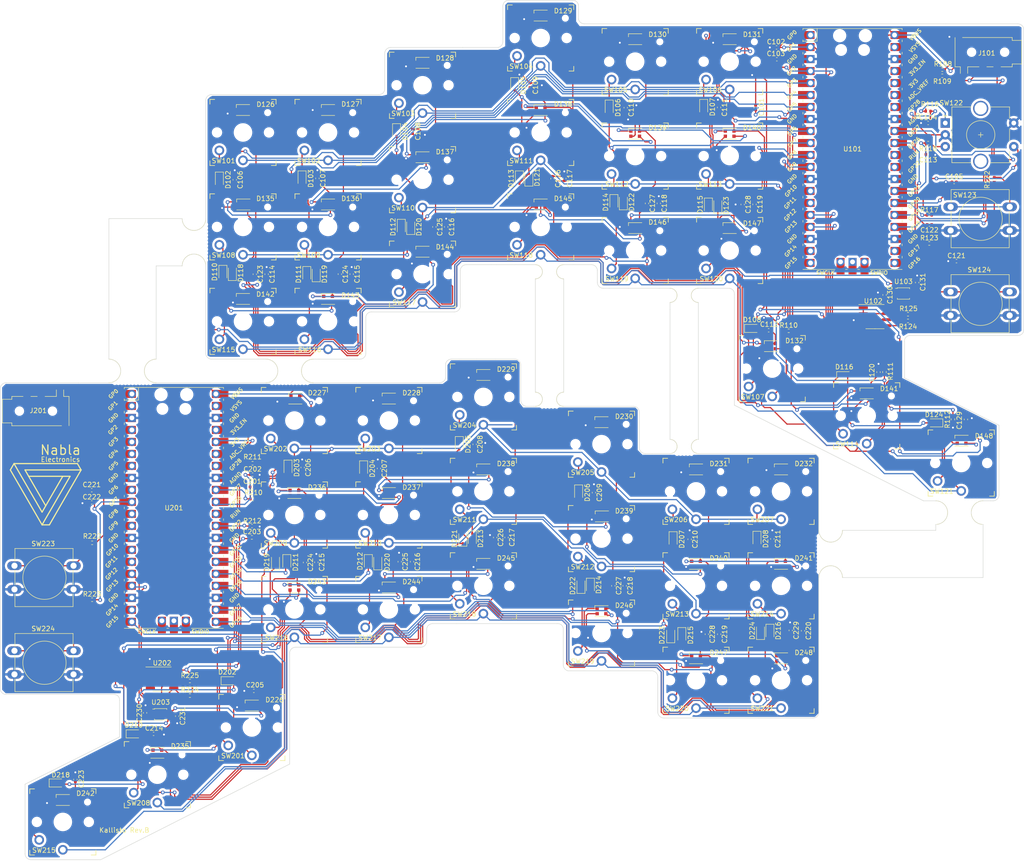
<source format=kicad_pcb>
(kicad_pcb (version 20221018) (generator pcbnew)
  (layers (0 "F.Cu" signal) (31 "B.Cu" signal) (34 "B.Paste" user) (35 "F.Paste" user) (36 "B.SilkS" user "B.Silkscreen") (37 "F.SilkS" user "F.Silkscreen") (38 "B.Mask" user) (39 "F.Mask" user) (44 "Edge.Cuts" user))
  (net 0 "")
  (net 1 "FLASH_R_SCL")
  (net 2 "FLASH_R_SDA")
  (net 3 "GND2")
  (net 4 "FLASH_L_SDA")
  (net 5 "Net-(R116-Pad1)")
  (net 6 "Net-(R118-Pad1)")
  (net 7 "GND")
  (net 8 "Net-(R117-Pad2)")
  (net 9 "Net-(SW224-A)")
  (net 10 "ROW2_L")
  (net 11 "Net-(SW223-A)")
  (net 12 "3.3V_R")
  (net 13 "Net-(SW215-A)")
  (net 14 "3.3V_L")
  (net 15 "Net-(SW208-A)")
  (net 16 "ENC_B_L")
  (net 17 "ENC_SW_L")
  (net 18 "ENC_A_L")
  (net 19 "SW1_R")
  (net 20 "Net-(SW101-A)")
  (net 21 "ROW1_L")
  (net 22 "Net-(SW108-A)")
  (net 23 "ROW0_L")
  (net 24 "I2C_SDA_L")
  (net 25 "I2C_SCL_L")
  (net 26 "COL6_L")
  (net 27 "COL5_L")
  (net 28 "COL4_L")
  (net 29 "COL3_L")
  (net 30 "COL2_L")
  (net 31 "COL1_L")
  (net 32 "COL0_L")
  (net 33 "Net-(SW115-A)")
  (net 34 "ROW2_R")
  (net 35 "COL0_R")
  (net 36 "COL1_R")
  (net 37 "COL2_R")
  (net 38 "COL3_R")
  (net 39 "COL4_R")
  (net 40 "COL5_R")
  (net 41 "COL6_R")
  (net 42 "I2C_SCL_R")
  (net 43 "I2C_SDA_R")
  (net 44 "Net-(SW123-A)")
  (net 45 "ROW0_R")
  (net 46 "Net-(SW124-A)")
  (net 47 "ROW1_R")
  (net 48 "Net-(SW201-A)")
  (net 49 "FLASH_L_SCL")
  (net 52 "SW2_L")
  (net 53 "SW1_L")
  (net 54 "SW2_R")
  (net 66 "5V_L")
  (net 80 "5V_R")
  (net 84 "/R_HALF/LED_OUT1_R")
  (net 85 "/LED_OUT1_L")
  (net 86 "/R_HALF/LED_OUT0_R")
  (net 87 "/LED_OUT0_L")
  (net 92 "Net-(D137-DO)")
  (net 93 "Net-(D136-DO)")
  (net 94 "Net-(D126-DO)")
  (net 95 "Net-(D127-DO)")
  (net 96 "Net-(D128-DO)")
  (net 97 "Net-(D129-DO)")
  (net 98 "Net-(D130-DO)")
  (net 99 "Net-(D131-DO)")
  (net 100 "Net-(D135-DO)")
  (net 101 "Net-(D226-DO)")
  (net 102 "Net-(D138-DO)")
  (net 103 "Net-(D139-DO)")
  (net 104 "Net-(D140-DO)")
  (net 105 "Net-(D142-DO)")
  (net 106 "Net-(D143-DO)")
  (net 107 "Net-(D144-DO)")
  (net 108 "Net-(D145-DO)")
  (net 109 "Net-(D146-DO)")
  (net 110 "Net-(D147-DO)")
  (net 112 "Net-(D240-DO)")
  (net 113 "Net-(D228-DO)")
  (net 114 "Net-(D227-DO)")
  (net 115 "Net-(D229-DO)")
  (net 116 "Net-(D230-DO)")
  (net 117 "Net-(D231-DO)")
  (net 118 "Net-(D235-DO)")
  (net 119 "Net-(D236-DO)")
  (net 120 "Net-(D237-DO)")
  (net 121 "Net-(D238-DO)")
  (net 122 "Net-(D239-DO)")
  (net 123 "Net-(D242-DO)")
  (net 124 "Net-(D243-DO)")
  (net 125 "Net-(D244-DO)")
  (net 126 "Net-(D245-DO)")
  (net 127 "Net-(D246-DO)")
  (net 128 "Net-(D247-DO)")
  (net 130 "Net-(D111-K)")
  (net 131 "Net-(D112-K)")
  (net 132 "Net-(D115-K)")
  (net 133 "Net-(D113-K)")
  (net 134 "Net-(D114-K)")
  (net 135 "Net-(D105-K)")
  (net 136 "Net-(D110-K)")
  (net 137 "Net-(D108-K)")
  (net 138 "Net-(D107-K)")
  (net 139 "Net-(D106-K)")
  (net 140 "Net-(D224-K)")
  (net 141 "Net-(D116-K)")
  (net 142 "Net-(D118-K)")
  (net 143 "Net-(D119-K)")
  (net 144 "Net-(D120-K)")
  (net 145 "Net-(D121-K)")
  (net 146 "Net-(D122-K)")
  (net 147 "Net-(D203-K)")
  (net 148 "Net-(D123-K)")
  (net 149 "Net-(D124-K)")
  (net 150 "Net-(D223-K)")
  (net 151 "Net-(D103-K)")
  (net 152 "Net-(D206-K)")
  (net 153 "Net-(D207-K)")
  (net 154 "Net-(D208-K)")
  (net 155 "Net-(D205-K)")
  (net 156 "Net-(D204-K)")
  (net 157 "Net-(D202-K)")
  (net 158 "Net-(D104-K)")
  (net 159 "Net-(D210-K)")
  (net 160 "Net-(D211-K)")
  (net 161 "Net-(D212-K)")
  (net 162 "Net-(D214-K)")
  (net 163 "Net-(D219-K)")
  (net 164 "Net-(D220-K)")
  (net 165 "Net-(D221-K)")
  (net 166 "Net-(D222-K)")
  (net 167 "Net-(D102-K)")
  (net 168 "LS_IN_L")
  (net 169 "LS_IN_R")
  (net 170 "Net-(D213-K)")
  (net 171 "Net-(D218-K)")
  (net 172 "LS_OUT_R")
  (net 173 "Net-(D216-K)")
  (net 174 "Net-(D215-K)")
  (net 175 "LS_OUT_L")
  (footprint "Diode_SMD:D_SOD-323" (layer "F.Cu") (at 115 153 90)
    (fp_text reference "D219")
    (fp_text value "1N4148")
  )
  (footprint "Capacitor_SMD:C_0402_1005Metric" (layer "F.Cu") (at 121.25 153.06 -90)
    (fp_text reference "C224")
    (fp_text value "100n")
  )
  (footprint "Diode_SMD:D_SOD-323" (layer "F.Cu") (at 133.65 133.15 -90)
    (fp_text reference "D204")
    (fp_text value "1N4148")
  )
  (footprint "Resistor_SMD:R_0402_1005Metric" (layer "F.Cu") (at 253.365 79.5)
    (fp_text reference "R117")
    (fp_text value "4.7k")
  )
  (footprint "Capacitor_SMD:C_0402_1005Metric" (layer "F.Cu") (at 216.375 77.23 -90)
    (fp_text reference "C119")
    (fp_text value "100n")
  )
  (footprint "Resistor_SMD:R_0402_1005Metric" (layer "F.Cu") (at 243.875 112.74 90)
    (fp_text reference "R111")
    (fp_text value "4.7k")
  )
  (footprint "Capacitor_SMD:C_0402_1005Metric" (layer "F.Cu") (at 143.9 152.892164 -90)
    (fp_text reference "C216")
    (fp_text value "100n")
  )
  (footprint "Resistor_SMD:R_0402_1005Metric" (layer "F.Cu") (at 110.2 139.6 180)
    (fp_text reference "R210")
    (fp_text value "4.7k")
  )
  (footprint "Diode_SMD:D_SOD-323" (layer "F.Cu") (at 219.65 167.75 -90)
    (fp_text reference "D216")
    (fp_text value "1N4148")
  )
  (footprint "keyswitches:SW_PG1350" (layer "F.Cu") (at 90 198)
    (fp_text reference "SW208")
    (fp_text value "SW_SPST")
  )
  (footprint "LED_SMD:LED_WS2812B-2020_PLCC4_2.0x2.0mm" (layer "F.Cu") (at 108.21 77.25)
    (fp_text reference "D135")
    (fp_text value "WS2812B_2020")
  )
  (footprint "Diode_SMD:D_SOD-323" (layer "F.Cu") (at 117.65 133 -90)
    (fp_text reference "D203")
    (fp_text value "1N4148")
  )
  (footprint "LED_SMD:LED_WS2812B-2020_PLCC4_2.0x2.0mm" (layer "F.Cu") (at 222 133.35)
    (fp_text reference "D232")
    (fp_text value "WS2812B_2020")
  )
  (footprint "keyswitches:SW_PG1350" (layer "F.Cu") (at 171.125 82)
    (fp_text reference "SW118")
    (fp_text value "SW_SPST")
  )
  (footprint "keyswitches:SW_PG1350" (layer "F.Cu") (at 108.125 62)
    (fp_text reference "SW101")
    (fp_text value "SW_SPST")
  )
  (footprint "LED_SMD:LED_WS2812B-2020_PLCC4_2.0x2.0mm" (layer "F.Cu") (at 70 203.35)
    (fp_text reference "D242")
    (fp_text value "WS2812B_2020")
  )
  (footprint "Diode_SMD:D_SOD-323" (layer "F.Cu") (at 140.625 61.75 -90)
    (fp_text reference "D104")
    (fp_text value "1N4148")
  )
  (footprint "LED_SMD:LED_WS2812B-2020_PLCC4_2.0x2.0mm" (layer "F.Cu") (at 159 113.35)
    (fp_text reference "D229")
    (fp_text value "WS2812B_2020")
  )
  (footprint "Panelization:mouse-bite-3mm-slot" (layer "F.Cu") (at 172.976 118.5)
    (fp_text reference "mouse-bite-3mm-slot" hide)
    (fp_text value "VAL**" hide)
  )
  (footprint "keyswitches:SW_PG1350" (layer "F.Cu") (at 159 138)
    (fp_text reference "SW211")
    (fp_text value "SW_SPST")
  )
  (footprint "Capacitor_SMD:C_0402_1005Metric" (layer "F.Cu") (at 193.625 77.02 -90)
    (fp_text reference "C127")
    (fp_text value "100n")
  )
  (footprint "Diode_SMD:D_SOD-323" (layer "F.Cu") (at 215.875 103.5)
    (fp_text reference "D108")
    (fp_text value "1N4148")
  )
  (footprint "Button_Switch_THT:SW_PUSH-12mm" (layer "F.Cu") (at 257.885 77.75)
    (fp_text reference "SW123")
    (fp_text value "SW_SPST")
  )
  (footprint "LED_SMD:LED_WS2812B-2020_PLCC4_2.0x2.0mm" (layer "F.Cu") (at 211.125 82.25)
    (fp_text reference "D147")
    (fp_text value "WS2812B_2020")
  )
  (footprint "Capacitor_SMD:C_0402_1005Metric" (layer "F.Cu") (at 221.105 46.5 180)
    (fp_text reference "C103")
    (fp_text value "100n")
  )
  (footprint "Resistor_SMD:R_0402_1005Metric" (layer "F.Cu") (at 96.89 178.15)
    (fp_text reference "R225")
    (fp_text value "4.7k")
  )
  (footprint "Capacitor_SMD:C_0402_1005Metric" (layer "F.Cu") (at 220.15 148.07 -90)
    (fp_text reference "C211")
    (fp_text value "100n")
  )
  (footprint "Capacitor_SMD:C_0402_1005Metric" (layer "F.Cu") (at 213.875 77.25 -90)
    (fp_text reference "C128")
    (fp_text value "100n")
  )
  (footprint "Diode_SMD:D_SOD-323" (layer "F.Cu") (at 68.715 199.75)
    (fp_text reference "D218")
    (fp_text value "1N4148")
  )
  (footprint "keyswitches:SW_PG1350" (layer "F.Cu") (at 260.125 132)
    (fp_text reference "SW121")
    (fp_text value "SW_SPST")
  )
  (footprint "keyswitches:SW_PG1350" (layer "F.Cu") (at 191.125 87)
    (fp_text reference "SW119")
    (fp_text value "SW_SPST")
  )
  (footprint "Resistor_SMD:R_0402_1005Metric" (layer "F.Cu") (at 253.125 57.5)
    (fp_text reference "R116")
    (fp_text value "4.7k")
  )
  (footprint "Capacitor_SMD:C_0402_1005Metric" (layer "F.Cu") (at 208.9 168.25 -90)
    (fp_text reference "C219")
    (fp_text value "100n")
  )
  (footprint "Capacitor_SMD:C_0402_1005Metric" (layer "F.Cu") (at 219.375 103.89)
    (fp_text reference "C112")
    (fp_text value "100n")
  )
  (footprint "Capacitor_SMD:C_0402_1005Metric" (layer "F.Cu") (at 76.12 137.75)
    (fp_text reference "C221")
    (fp_text value "220n")
  )
  (footprint "Diode_SMD:D_SOD-323" (layer "F.Cu") (at 154.65 148 90)
    (fp_text reference "D221")
    (fp_text value "1N4148")
  )
  (footprint "LED_SMD:LED_WS2812B-2020_PLCC4_2.0x2.0mm" (layer "F.Cu") (at 119 158.35)
    (fp_text reference "D243")
    (fp_text value "WS2812B_2020")
  )
  (footprint "LED_SMD:LED_WS2812B-2020_PLCC4_2.0x2.0mm" (layer "F.Cu") (at 191.125 62.25)
    (fp_text reference "D139")
    (fp_text value "WS2812B_2020")
  )
  (footprint "keyswitches:SW_PG1350" (layer "F.Cu") (at 159 158)
    (fp_text reference "SW218")
    (fp_text value "SW_SPST")
  )
  (footprint "Capacitor_SMD:C_0402_1005Metric" (layer "F.Cu") (at 182.4 138.27 -90)
    (fp_text reference "C209")
    (fp_text value "100n")
  )
  (footprint "LED_SMD:LED_WS2812B-2020_PLCC4_2.0x2.0mm" (layer "F.Cu") (at 146.125 87.25)
    (fp_text reference "D144")
    (fp_text value "WS2812B_2020")
  )
  (footprint "Resistor_SMD:R_0402_1005Metric" (layer "F.Cu") (at 110 147.75)
    (fp_text reference "R212")
    (fp_text value "4.7k")
  )
  (footprint "Capacitor_SMD:C_0402_1005Metric" (layer "F.Cu") (at 110.625 92.02 -90)
    (fp_text reference "C123")
    (fp_text value "100n")
  )
  (footprint "Resistor_SMD:R_0402_1005Metric" (layer "F.Cu") (at 253.365 85.5)
    (fp_text reference "R123")
    (fp_text value "4.7k")
  )
  (footprint "Panelization:mouse-bite-3mm-slot" (layer "F.Cu") (at 201.5 128.5)
    (fp_text reference "mouse-bite-3mm-slot" hide)
    (fp_text value "VAL**" hide)
  )
  (footprint "Capacitor_SMD:C_0402_1005Metric" (layer "F.Cu") (at 242.625 112.75 -90)
    (fp_text reference "C120")
    (fp_text value "100n")
  )
  (footprint "Capacitor_SMD:C_0402_1005Metric" (layer "F.Cu") (at 148.625 82 -90)
    (fp_text reference "C125")
    (fp_text value "100n")
  )
  (footprint "Diode_SMD:D_SOD-323" (layer "F.Cu") (at 188.625 76.765 90)
    (fp_text reference "D122")
    (fp_text value "1N4148")
  )
  (footprint "keyswitches:SW_PG1350" (layer "F.Cu") (at 211.125 67)
    (fp_text reference "SW113")
    (fp_text value "SW_SPST")
  )
  (footprint "keyswitches:SW_PG1350" (layer "F.Cu") (at 211.125 47)
    (fp_text reference "SW106")
    (fp_text value "SW_SPST")
  )
  (footprint "Panelization:mouse-bite-5mm-slot" (layer "F.Cu") (at 232.5 151.25 90)
    (fp_text reference "mouse-bite-5mm-slot" hide)
    (fp_text value "VAL**" hide)
  )
  (footprint "keyswitches:SW_PG1350" (layer "F.Cu") (at 171.125 62)
    (fp_text reference "SW111")
    (fp_text value "SW_SPST")
  )
  (footprint "Package_SO:SOIC-8_3.9x4.9mm_P1.27mm" (layer "F.Cu") (at 241.875 101)
    (fp_text reference "U102")
    (fp_text value "AT24C256C-SSHL-T")
  )
  (footprint "LED_SMD:LED_WS2812B-2020_PLCC4_2.0x2.0mm" (layer "F.Cu") (at 171.125 37.25)
    (fp_text reference "D129")
    (fp_text value "WS2812B_2020")
  )
  (footprint "Capacitor_SMD:C_0402_1005Metric" (layer "F.Cu") (at 157.15 128.042164 -90)
    (fp_text reference "C208")
    (fp_text value "100n")
  )
  (footprint "Capacitor_SMD:C_0402_1005Metric" (layer "F.Cu") (at 87.4 184.9 -90)
    (fp_text reference "C230")
    (fp_text value "100n")
  )
  (footprint "LED_SMD:LED_WS2812B-2020_PLCC4_2.0x2.0mm" (layer "F.Cu") (at 171.125 57.25)
    (fp_text reference "D138")
    (fp_text value "WS2812B_2020")
  )
  (footprint "keyswitches:SW_PG1350" (layer "F.Cu") (at 126.125 62)
    (fp_text reference "SW102")
    (fp_text value "SW_SPST")
  )
  (footprint "Button_Switch_THT:SW_PUSH-12mm" (layer "F.Cu") (at 257.875 95.75)
    (fp_text reference "SW124")
    (fp_text value "SW_SPST")
  )
  (footprint "LED_SMD:LED_WS2812B-2020_PLCC4_2.0x2.0mm" (layer "F.Cu") (at 184 163.35)
    (fp_text reference "D246")
    (fp_text value "WS2812B_2020")
  )
  (footprint "LED_SMD:LED_WS2812B-2020_PLCC4_2.0x2.0mm" (layer "F.Cu") (at 171.125 77.25)
    (fp_text reference "D145")
    (fp_text value "WS2812B_2020")
  )
  (footprint "Capacitor_SMD:C_0402_1005Metric" (layer "F.Cu") (at 221.045 44 180)
    (fp_text reference "C102")
    (fp_text value "100n")
  )
  (footprint "Button_Switch_THT:SW_PUSH-12mm" (layer "F.Cu") (at 59.76 153.75)
    (fp_text reference "SW223")
    (fp_text value "SW_SPST")
  )
  (footprint "Diode_SMD:D_SOD-323" (layer "F.Cu") (at 105.1 178.1)
    (fp_text reference "D202")
    (fp_text value "1N4148")
  )
  (footprint "Capacitor_SMD:C_0402_1005Metric" (layer "F.Cu") (at 151.125 82 -90)
    (fp_text reference "C116")
    (fp_text value "100n")
  )
  (footprint "Capacitor_SMD:C_0402_1005Metric" (layer "F.Cu") (at 141.3 152.892164 -90)
    (fp_text reference "C225")
    (fp_text value "100n")
  )
  (footprint "Resistor_SMD:R_0402_1005Metric" (layer "F.Cu") (at 256.115 48.7 180)
    (fp_text reference "R108")
    (fp_text value "4.7k")
  )
  (footprint "LED_SMD:LED_WS2812B-2020_PLCC4_2.0x2.0mm" (layer "F.Cu") (at 139 118.35)
    (fp_text reference "D228")
    (fp_text value "WS2812B_2020")
  )
  (footprint "Capacitor_SMD:C_0402_1005Metric" (layer "F.Cu") (at 94.2 185.6 -90)
    (fp_text reference "C231")
    (fp_text value "100n")
  )
  (footprint "Resistor_SMD:R_0402_1005Metric" (layer "F.Cu") (at 267.125 72.01 90)
    (fp_text reference "R122")
    (fp_text value "4.7k")
  )
  (footprint "LED_SMD:LED_WS2812B-2020_PLCC4_2.0x2.0mm" (layer "F.Cu") (at 139 158.35)
    (fp_text reference "D244")
    (fp_text value "WS2812B_2020")
  )
  (footprint "keyswitches:SW_PG1350" (layer "F.Cu") (at 204 158)
    (fp_text reference "SW213")
    (fp_text value "SW_SPST")
  )
  (footprint "Capacitor_SMD:C_0402_1005Metric" (layer "F.Cu") (at 243.9 96.4 -90)
    (fp_text reference "C130")
    (fp_text value "100n")
  )
  (footprint "LED_SMD:LED_WS2812B-2020_PLCC4_2.0x2.0mm" (layer "F.Cu") (at 126.125 57.25)
    (fp_text reference "D127")
    (fp_text value "WS2812B_2020")
  )
  (footprint "Capacitor_SMD:C_0402_1005Metric" (layer "F.Cu") (at 208.875 56.7 -90)
    (fp_text reference "C111")
    (fp_text value "100n")
  )
  (footprint "Diode_SMD:D_SOD-323" (layer "F.Cu") (at 185.625 56.75 -90)
    (fp_text reference "D106")
    (fp_text value "1N4148")
  )
  (footprint "Diode_SMD:D_SOD-323" (layer "F.Cu") (at 216.9 148.07 -90)
    (fp_text reference "D208")
    (fp_text value "1N4148")
  )
  (footprint "Panelization:mouse-bite-3mm-slot" (layer "F.Cu") (at 201.476 96.5)
    (fp_text reference "mouse-bite-3mm-slot" hide)
    (fp_text value "VAL**" hide)
  )
  (footprint "Rotary_Encoder:RotaryEncoder_Alps_EC11E-Switch_Vertical_H20mm_CircularMountingHoles" (layer "F.Cu") (at 256.75 60)
    (fp_text reference "SW122")
    (fp_text value "Encoder")
  )
  (footprint "Capacitor_SMD:C_0402_1005Metric" (layer "F.Cu") (at 128.625 92 -90)
    (fp_text reference "C124")
    (fp_text value "100n")
  )
  (footprint "Diode_SMD:D_SOD-323" (layer "F.Cu") (at 208.625 77.5 90)
    (fp_text reference "D123")
    (fp_text value "1N4148")
  )
  (footprint "Capacitor_SMD:C_0402_1005Metric" (layer "F.Cu") (at 106.375 72.02 -90)
    (fp_text reference "C106")
    (fp_text value "100n")
  )
  (footprint "LED_SMD:LED_WS2812B-2020_PLCC4_2.0x2.0mm" (layer "F.Cu") (at 222 153.35)
    (fp_text reference "D241")
    (fp_text value "WS2812B_2020")
  )
  (footprint "Diode_SMD:D_SOD-323" (layer "F.Cu") (at 103.125 72 -90)
    (fp_text reference "D102")
    (fp_text value "1N4148")
  )
  (footprint "Capacitor_SMD:C_0402_1005Metric" (layer "F.Cu") (at 110.15 134.45)
    (fp_text reference "C202")
    (fp_text value "100n")
  )
  (footprint "LED_SMD:LED_WS2812B-2020_PLCC4_2.0x2.0mm" (layer "F.Cu") (at 191.125 42.25)
    (fp_text reference "D130")
    (fp_text value "WS2812B_2020")
  )
  (footprint "Capacitor_SMD:C_0402_1005Metric" (layer "F.Cu") (at 123.65 153.02 -90)
    (fp_text reference "C215")
    (fp_text value "100n")
  )
  (footprint "Resistor_SMD:R_0402_1005Metric" (layer "F.Cu") (at 253.125 64.25 180)
    (fp_text reference "R118")
    (fp_text value "4.7k")
  )
  (footprint "Diode_SMD:D_SOD-323" (layer "F.Cu") (at 179.15 138.25 -90)
    (fp_text reference "D206")
    (fp_text value "1N4148")
  )
  (footprint "keyswitches:SW_PG1350" (layer "F.Cu") (at 108.125 102)
    (fp_text reference "SW115")
    (fp_text value "SW_SPST")
  )
  (footprint "LED_SMD:LED_WS2812B-2020_PLCC4_2.0x2.0mm" (layer "F.Cu") (at 184 123.35)
    (fp_text reference "D230")
    (fp_text value "WS2812B_2020")
  )
  (footprint "Diode_SMD:D_SOD-323" (layer "F.Cu") (at 166.625 71.75 -90)
    (fp_text reference "D113")
    (fp_text value "1N4148")
  )
  (footprint "keyswitches:SW_PG1350" (layer "F.Cu") (at 204 178)
    (fp_text reference "SW220")
    (fp_text value "SW_SPST")
  )
  (footprint "MCU_RaspberryPi_and_Boards:RPi_Pico_SMD_TH" (layer "F.Cu") (at 237.125 65.5)
    (fp_text reference "U101")
    (fp_text value "Pico")
  )
  (footprint "Capacitor_SMD:C_0402_1005Metric" (layer "F.Cu") (at 168.875 52 -90)
    (fp_text reference "C109")
    (fp_text value "100n")
  )
  (footprint "keyswitches:SW_PG1350" (layer "F.Cu") (at 240.125 122)
    (fp_text reference "SW114")
    (fp_text value "SW_SPST")
  )
  (footprint "LED_SMD:LED_WS2812B-2020_PLCC4_2.0x2.0mm" (layer "F.Cu") (at 222 173.35)
    (fp_text reference "D248")
    (fp_text value "WS2812B_2020")
  )
  (footprint "LED_SMD:LED_WS2812B-2020_PLCC4_2.0x2.0mm" (layer "F.Cu") (at 146.125 47.25)
    (fp_text reference "D128")
    (fp_text value "WS2812B_2020")
  )
  (footprint "LED_SMD:LED_WS2812B-2020_PLCC4_2.0x2.0mm" (layer "F.Cu") (at 204 173.35)
    (fp_text reference "D247")
    (fp_text value "WS2812B_2020")
  )
  (footprint "Diode_SMD:D_SOD-323" (layer "F.Cu") (at 201 168.45 -90)
    (fp_text reference "D215")
    (fp_text value "1N4148")
  )
  (footprint "LED_SMD:LED_WS2812B-2020_PLCC4_2.0x2.0mm" (layer "F.Cu") (at 240.125 117.25)
    (fp_text reference "D141")
    (fp_text value "WS2812B_2020")
  )
  (footprint "Capacitor_SMD:C_0402_1005Metric" (layer "F.Cu") (at 76.12 140.35)
    (fp_text reference "C222")
    (fp_text value "220n")
  )
  (footprint "keyswitches:SW_PG1350" (layer "F.Cu") (at 220.125 112)
    (fp_text reference "SW107")
    (fp_text value "SW_SPST")
  )
  (footprint "Capacitor_SMD:C_0402_1005Metric" (layer "F.Cu") (at 188.9 158 -90)
    (fp_text reference "C218")
    (fp_text value "100n")
  )
  (footprint "Button_Switch_THT:SW_PUSH-12mm" (layer "F.Cu") (at 59.76 171.75)
    (fp_text reference "SW224")
    (fp_text value "SW_SPST")
  )
  (footprint "Resistor_SMD:R_0402_1005Metric" (layer "F.Cu") (at 256.115 50 180)
    (fp_text reference "R109")
    (fp_text value "4.7k")
  )
  (footprint "Diode_SMD:D_SOD-323" (layer "F.Cu") (at 136.65 153 90)
    (fp_text reference "D220")
    (fp_text value "1N4148")
  )
  (footprint "Panelization:mouse-bite-5mm-slot" (layer "F.Cu") (at 84.75 112.5)
    (fp_text reference "mouse-bite-5mm-slot" hide)
    (fp_text value "VAL**" hide)
  )
  (footprint "MCU_RaspberryPi_and_Boards:RPi_Pico_SMD_TH" (layer "F.Cu") (at 93.5 141.5)
    (fp_text reference "U201")
    (fp_text value "Pico")
  )
  (footprint "keyswitches:SW_PG1350" (layer "F.Cu") (at 108.125 82)
    (fp_text reference "SW108")
    (fp_text value "SW_SPST")
  )
  (footprint "Diode_SMD:D_SOD-323" (layer "F.Cu") (at 134.65 153 -90)
    (fp_text reference "D212")
    (fp_text value "1N4148")
  )
  (footprint "Capacitor_SMD:C_0402_1005Metric" (layer "F.Cu") (at 161.5 147.77 -90)
    (fp_text reference "C226")
    (fp_text value "100n")
  )
  (footprint "Diode_SMD:D_SOD-323" (layer "F.Cu") (at 153.9 128 -90)
    (fp_text reference "D205")
    (fp_text value "1N4148")
  )
  (footprint "Capacitor_SMD:C_0402_1005Metric" (layer "F.Cu") (at 189.125 56.75 -90)
    (fp_text reference "C110")
    (fp_text value "100n")
  )
  (footprint "LED_SMD:LED_WS2812B-2020_PLCC4_2.0x2.0mm" (layer "F.Cu") (at 204 133.35)
    (fp_text reference "D231")
    (fp_text value "WS2812B_2020")
  )
  (footprint "Capacitor_SMD:C_0402_1005Metric" (layer "F.Cu") (at 206.3 168.25 -90)
    (fp_text reference "C228")
    (fp_text value "100n")
  )
  (footprint "Resistor_SMD:R_0402_1005Metric" (layer "F.Cu") (at 96.89 181.25)
    (fp_text reference "R224")
    (fp_text value "4.7k")
  )
  (footprint "Capacitor_SMD:C_0402_1005Metric" (layer "F.Cu") (at 176.125 71.75 -90)
    (fp_text reference "C117")
    (fp_text value "100n")
  )
  (footprint "Capacitor_SMD:C_0402_1005Metric" (layer "F.Cu") (at 163.9 147.77 -90)
    (fp_text reference "C217")
    (fp_text value "100n")
  )
  (footprint "Panelization:mouse-bite-5mm-slot" (layer "F.Cu") (at 97.75 85.25 90)
    (fp_text reference "mouse-bite-5mm-slot" hide)
    (fp_text value "VAL**" hide)
  )
  (footprint "Capacitor_SMD:C_0402_1005Metric" (layer "F.Cu") (at 110.42 180.25)
    (fp_text reference "C205")
    (fp_text value "100n")
  )
  (footprint "Diode_SMD:D_SOD-323" (layer "F.Cu") (at 206.625 77.5 -90)
    (fp_text reference "D115")
    (fp_text value "1N4148")
  )
  (footprint "Package_SO:VSSOP-8_2.4x2.1mm_P0.5mm" (layer "F.Cu") (at 90.7 185.2)
    (fp_text reference "U203")
    (fp_text value "TXB0102DCU")
  )
  (footprint "keyswitches:SW_PG1350" (layer "F.Cu") (at 159 118)
    (fp_text reference "SW204")
    (fp_text value "SW_SPST")
  )
  (footprint "keyswitches:SW_PG1350" (layer "F.Cu") (at 146.125 52)
    (fp_text reference "SW103")
    (fp_text value "SW_SPST")
  )
  (footprint "Capacitor_SMD:C_0402_1005Metric" (layer "F.Cu") (at 89.2 189.35 180)
    (fp_text reference "C214")
    (fp_text value "100n")
  )
  (footprint "LED_SMD:LED_WS2812B-2020_PLCC4_2.0x2.0mm" (layer "F.Cu") (at 110 183.35)
    (fp_text reference "D226")
    (fp_text value "WS2812B_2020")
  )
  (footprint "Diode_SMD:D_SOD-323" (layer "F.Cu") (at 198.65 168.45 90)
    (fp_text reference "D223")
    (fp_text value "1N4148")
  )
  (footprint "Diode_SMD:D_SOD-323" (layer "F.Cu") (at 186.625 76.765 -90)
    (fp_text reference "D114")
    (fp_text value "1N4148")
  )
  (footprint "keyswitches:SW_PG1350" (layer "F.Cu") (at 211.125 87)
    (fp_text reference "SW120")
    (fp_text value "SW_SPST")
  )
  (footprint "Diode_SMD:D_SOD-323" (layer "F.Cu") (at 141.625 82 -90)
    (fp_text reference "D112")
    (fp_text value "1N4148")
  )
  (footprint "keyswitches:SW_PG1350" (layer "F.Cu") (at 146.125 92)
    (fp_text reference "SW117")
    (fp_text value "SW_SPST")
  )
  (footprint "LED_SMD:LED_WS2812B-2020_PLCC4_2.0x2.0mm" (layer "F.Cu") (at 184.085 143.3)
    (fp_text reference "D239")
    (fp_text value "WS2812B_2020")
  )
  (footprint "keyswitches:SW_PG1350" (layer "F.Cu") (at 191.125 67)
    (fp_text reference "SW112")
    (fp_text value "SW_SPST")
  )
  (footprint "keyswitches:SW_PG1350" (layer "F.Cu") (at 119 123)
    (fp_text reference "SW202")
    (fp_text value "SW_SPST")
  )
  (footprint "Diode_SMD:D_SOD-323" (layer "F.Cu") (at 179.65 158 90)
    (fp_text reference "D222")
    (fp_text value "1N4148")
  )
  (footprint "LED_SMD:LED_WS2812B-2020_PLCC4_2.0x2.0mm" (layer "F.Cu") (at 90 193.35)
    (fp_text reference "D235")
    (fp_text value "WS2812B_2020")
  )
  (footprint "Resistor_SMD:R_0402_1005Metric" (layer "F.Cu") (at 76.2 148.9 180)
    (fp_text reference "R222")
    (fp_text value "4.7k")
  )
  (footprint "Diode_SMD:D_SOD-323" (layer "F.Cu") (at 121.625 92 -90)
    (fp_text reference "D111")
    (fp_text value "1N4148")
  )
  (footprint "LED_SMD:LED_WS2812B-2020_PLCC4_2.0x2.0mm" (layer "F.Cu") (at 146.125 67.25)
    (fp_text reference "D137")
    (fp_text value "WS2812B_2020")
  )
  (footprint "Capacitor_SMD:C_0402_1005Metric" (layer "F.Cu") (at 113.125 92.02 -90)
    (fp_text reference "C114")
    (fp_text value "100n")
  )
  (footprint "Capacitor_SMD:C_0402_1005Metric" (layer "F.Cu") (at 253.125 66.64 180)
    (fp_text reference "C113")
    (fp_text value "100n")
  )
  (footprint "LED_SMD:LED_WS2812B-2020_PLCC4_2.0x2.0mm" (layer "F.Cu") (at 126.125 97.25)
    (fp_text reference "D143")
    (fp_text value "WS2812B_2020")
  )
  (footprint "Diode_SMD:D_SOD-323" (layer "F.Cu") (at 117.4 153 -90)
    (fp_text reference "D211")
    (fp_text value "1N4148")
  )
  (footprint "Panelization:mouse-bite-5mm-slot" (layer "F.Cu") (at 118 112.5)
    (fp_text reference "mouse-bite-5mm-slot" hide)
    (fp_text value "VAL**" hide)
  )
  (footprint "keyswitches:SW_PG1350" (layer "F.Cu") (at 222 178)
    (fp_text reference "SW221")
    (fp_text value "SW_SPST")
  )
  (footprint "Resistor_SMD:R_0402_1005Metric" (layer "F.Cu") (at 223.615 104)
    (fp_text reference "R110")
    (fp_text value "4.7k")
  )
  (footprint "Capacitor_SMD:C_0402_1005Metric" (layer "F.Cu") (at 224.05 167.44 -90)
    (fp_text reference "C229")
    (fp_text value "100n")
  )
  (footprint "Diode_SMD:D_SOD-323" (layer "F.Cu") (at 123.625 92 90)
    (fp_text reference "D119")
    (fp_text value "1N4148")
  )
  (footprint "Capacitor_SMD:C_0402_1005Metric" (layer "F.Cu") (at 259.125 89.25)
    (fp_text reference "C121")
    (fp_text value "220n")
  )
  (footprint "Capacitor_SMD:C_0402_1005Metric" (layer "F.Cu") (at 131.125 92 -90)
    (fp_text reference "C115")
    (fp_text value "100n")
  )
  (footprint "LED_SMD:LED_WS2812B-2020_PLCC4_2.0x2.0mm" (layer "F.Cu") (at 126.125 77.25)
    (fp_text reference "D136")
    (fp_text value "WS2812B_2020")
  )
  (footprint "Package_SO:VSSOP-8_2.4x2.1mm_P0.5mm" (layer "F.Cu") (at 247.9 96.1)
    (fp_text reference "U103")
    (fp_text value "TXB0102DCU")
  )
  (footprint "LED_SMD:LED_WS2812B-2020_PLCC4_2.0x2.0mm" (layer "F.Cu") (at 108.125 97.25)
    (fp_text reference "D142")
    (fp_text value "WS2812B_2020")
  )
  (footprint "Capacitor_SMD:C_0402_1005Metric" (layer "F.Cu") (at 216.625 56.75 90)
    (fp_text reference "C101")
    (fp_text value "100n")
  )
  (footprint "LED_SMD:LED_WS2812B-2020_PLCC4_2.0x2.0mm" (layer "F.Cu") (at 211.125 42.25)
    (fp_text reference "D131")
    (fp_text value "WS2812B_2020")
  )
  (footprint "keyswitches:SW_PG1350" (layer "F.Cu") (at 204 138)
    (fp_text reference "SW206")
    (fp_text value "SW_SPST")
  )
  (footprint "Resistor_SMD:R_0402_1005Metric" (layer "F.Cu") (at 258.375 122.75 90)
    (fp_text reference "R112")
    (fp_text value "4.7k")
  )
  (footprint "keyswitches:SW_PG1350" (layer "F.Cu") (at 171.125 42)
    (fp_text reference "SW104")
    (fp_text value "SW_SPST")
  )
  (footprint "Capacitor_SMD:C_0402_1005Metric" (layer "F.Cu") (at 110.03 145.35)
    (fp_text reference "C203")
    (fp_text value "100n")
  )
  (footprint "Diode_SMD:D_SOD-323" (layer "F.Cu") (at 85 189.35)
    (fp_text reference "D210")
    (fp_text value "1N4148")
  )
  (footprint "Capacitor_SMD:C_0402_1005Metric" (layer "F.Cu") (at 72.65 199.02 -90)
    (fp_text reference "C223")
    (fp_text value "100n")
  )
  (footprint "keyswitches:SW_PG1350" (layer "F.Cu") (at 139 163)
    (fp_text reference "SW217")
    (fp_text value "SW_SPST")
  )
  (footprint "Diode_SMD:D_SOD-323" (layer "F.Cu") (at 105.875 91.75 90)
    (fp_text reference "D118")
    (fp_text value "1N4148")
  )
  (footprint "Capacitor_SMD:C_0402_1005Metric" (layer "F.Cu") (at 261.125 122.77 -90)
    (fp_text reference "C129")
    (fp_text value "100n")
  )
  (footprint "Package_SO:SOIC-8_3.9x4.9mm_P1.27mm" (layer "F.Cu") (at 91 177.75)
    (fp_text reference "U202")
    (fp_text value "AT24C256C-SSHL-T")
  )
  (footprint "LED_SMD:LED_WS2812B-2020_PLCC4_2.0x2.0mm" (layer "F.Cu") (at 139 138.35)
    (fp_text reference "D237")
    (fp_text value "WS2812B_2020")
  )
  (footprint "Diode_SMD:D_SOD-323" (layer "F.Cu") (at 235.375 113.5)
    (fp_text reference "D116")
    (fp_text value "1N4148")
  )
  (footprint "keyswitches:SW_PG1350" (layer "F.Cu") (at 139 143)
    (fp_text reference "SW210")
    (fp_text value "SW_SPST")
  )
  (footprint "LED_SMD:LED_WS2812B-2020_PLCC4_2.0x2.0mm" (layer "F.Cu") (at 108.125 57.25)
    (fp_text reference "D126")
    (fp_text value "WS2812B_2020")
  )
  (footprint "keyswitches:SW_PG1350" (layer "F.Cu") (at 222 158)
    (fp_text reference "SW214")
    (fp_text value "SW_SPST")
  )
  (footprint "keyswitches:SW_PG1350" (layer "F.Cu") (at 126.125 102)
    (fp_text reference "SW116")
    (fp_text value "SW_SPST")
  )
  (footprint "LED_SMD:LED_WS2812B-2020_PLCC4_2.0x2.0mm" (layer "F.Cu") (at 211.125 62.25)
    (fp_text reference "D140")
    (fp_text value "WS2812B_2020")
  )
  (footprint "Capacitor_SMD:C_0402_1005Metric" (layer "F.Cu") (at 196.125 77.02 -90)
    (fp_text reference "C118")
    (fp_text value "100n")
  )
  (footprint "Resistor_SMD:R_0402_1005Metric" (layer "F.Cu") (at 248.865 101.9)
    (fp_text reference "R124")
    (fp_text value "4.7k")
  )
  (footprint "Capacitor_SMD:C_0402_1005Metric" (layer "F.Cu") (at 250.8 93.78 90)
    (fp_text reference "C131")
    (fp_text value "100n")
  )
  (footprint "Capacitor_SMD:C_0402_1005Metric" (layer "F.Cu") (at 110.1 137.05)
    (fp_text reference "C201")
    (fp_text value "100n")
  )
  (footprint "keyswitches:SW_PG1350" (layer "F.Cu") (at 126.125 82)
    (fp_text reference "SW109")
    (fp_text value "SW_SPST")
  )
  (footprint "Resistor_SMD:R_0402_1005Metric" (layer "F.Cu") (at 248.865 100.5)
    (fp_text reference "R125")
    (fp_text value "4.7k")
  )
  (footprint "keyswitches:SW_PG1350" (layer "F.Cu") (at 70 208)
    (fp_text reference "SW215")
    (fp_text value "SW_SPST")
  )
  (footprint "Capacitor_SMD:C_0402_1005Metric" (layer "F.Cu") (at 253.395 81.5 180)
    (fp_text reference "C122")
    (fp_text value "220n")
  )
  (footprint "Capacitor_SMD:C_0402_1005Metric" (layer "F.Cu") (at 123.875 71.73 -90)
    (fp_text reference "C107")
    (fp_text value "100n")
  )
  (footprint "keyswitches:SW_PG1350" (layer "F.Cu") (at 184 148)
    (fp_text reference "SW212")
    (fp_text value "SW_SPST")
  )
  (footprint "Capacitor_SMD:C_0402_1005Metric" (layer "F.Cu") (at 253.125 60)
    (fp_text reference "C104")
    (fp_text value "100n")
  )
  (footprint "keyswitches:SW_PG1350" (layer "F.Cu") (at 146.125 72)
    (fp_text reference "SW110")
    (fp_text value "SW_SPST")
  )
  (footprint "keyswitches:SW_PG1350" (layer "F.Cu") (at 184 128)
    (fp_text reference "SW205")
    (fp_text value "SW_SPST")
  )
  (footprint "Diode_SMD:D_SOD-323" (layer "F.Cu") (at 165.625 52 -90)
    (fp_text reference "D105")
    (fp_text value "1N4148")
  )
  (footprint "Capacitor_SMD:C_0402_1005Metric" (layer "F.Cu") (at 173.625 71.77 -90)
    (fp_text reference "C126")
    (fp_text value "100n")
  )
  (footprint "Connector_Audio:Jack_3.5mm_PJ320D_Horizontal" (layer "F.Cu") (at 65.58 121)
    (fp_text reference "J201")
    (fp_text value "AudioJack4")
  )
  (footprint "LED_SMD:LED_WS2812B-2020_PLCC4_2.0x2.0mm" (layer "F.Cu") (at 159 153.35)
    (fp_text reference "D245")
    (fp_text value "WS2812B_2020")
  )
  (footprint "LED_SMD:LED_WS2812B-2020_PLCC4_2.0x2.0mm" (layer "F.Cu") (at 159 133.35)
    (fp_text reference "D238")
    (fp_text value "WS2812B_2020")
  )
  (footprint "Panelization:mouse-bite-5mm-slot" (layer "F.Cu") (at 259.75 142.5)
    (fp_text reference "mouse-bite-5mm-slot" hide)
    (fp_text value "VAL**" hide)
  )
  (footprint "Capacitor_SMD:C_0402_1005Metric" (layer "F.Cu") (at 186.5 158 -90)
    (fp_text reference "C227")
    (fp_text value "100n")
  )
  (footprint "Panelization:mouse-bite-3mm-slot" (layer "F.Cu") (at 172.976 91.5)
    (fp_text reference "mouse-bite-3mm-slot" hide)
    (fp_text value "VAL**" hide)
  )
  (footprint "keyswitches:SW_PG1350" (layer "F.Cu") (at 119 143)
    (fp_text reference "SW209")
    (fp_text value "SW_SPST")
  )
  (footprint "Diode_SMD:D_SOD-323" (layer "F.Cu") (at 217.65 167.75 90)
    (fp_text reference "D224")
    (fp_text value "1N4148")
  )
  (footprint "Diode_SMD:D_SOD-323" (layer "F.Cu") (at 254.625 123.5 180)
    (fp_text reference "D124")
    (fp_text value "1N4148")
  )
  (footprint "LED_SMD:LED_WS2812B-2020_PLCC4_2.0x2.0mm" (layer "F.Cu") (at 119 138.35)
    (fp_text reference "D236")
    (fp_text value "WS2812B_2020")
  )
  (footprint "Diode_SMD:D_SOD-323" (layer "F.Cu") (at 143.625 82 90)
    (fp_text reference "D120")
    (fp_text value "1N4148")
  )
  (footprint "keyswitches:SW_PG1350" (layer "F.Cu") (at 184 168)
    (fp_text reference "SW219")
    (fp_text value "SW_SPST")
  )
  (footprint "Diode_SMD:D_SOD-323" (layer "F.Cu") (at 181.65 158 -90)
    (fp_text reference "D214")
    (fp_text value "1N4148")
  )
  (footprint "Capacitor_SMD:C_0402_1005Metric" (layer "F.Cu") (at 143.985 61.75 -90)
    (fp_text reference "C108")
    (fp_text value "100n")
  )
  (footprint "Connector_Audio:Jack_3.5mm_PJ320D_Horizontal" (layer "F.Cu") (at 264.545 45 180)
    (fp_text reference "J101")
    (fp_text value "AudioJack4")
  )
  (footprint "Capacitor_SMD:C_0402_1005Metric" (layer "F.Cu") (at 258.625 72.5)
    (fp_text reference "C105")
    (fp_text value "220n")
  )
  (footprint "Capacitor_SMD:C_0402_1005Metric" (layer "F.Cu") (at 120.76 132.95 -90)
    (fp_text reference "C206")
    (fp_text value "100n")
  )
  (footprint "Capacitor_SMD:C_0402_1005Metric" (layer "F.Cu") (at 202.65 148.15 -90)
    (fp_text reference "C210")
    (fp_text value "100n")
  )
  (footprint "Resistor_SMD:R_0402_1005Metric" (layer "F.Cu") (at 76.2 160.95 180)
    (fp_text reference "R223")
    (fp_text value "4.7k")
  )
  (footprint "LED_SMD:LED_WS2812B-2020_PLCC4_2.0x2.0mm" (layer "F.Cu") (at 219.875 107.25)
    (fp_text reference "D132")
    (fp_text value "WS2812B_2020")
  )
  (footprint "Diode_SMD:D_SOD-323" (layer "F.Cu") (at 168.625 71.75 90)
    (fp_text reference "D121")
    (fp_text value "1N4148")
  )
  (footprint "LED_SMD:LED_WS2812B-2020_PLCC4_2.0x2.0mm" (layer "F.Cu") (at 260.2 127.275)
    (fp_text reference "D148")
    (fp_text value "WS2812B_2020")
  )
  (footprint "LED_SMD:LED_WS2812B-2020_PLCC4_2.0x2.0mm" (layer "F.Cu") (at 191.125 82.25)
    (fp_text reference "D146")
    (fp_text value "WS2812B_2020")
  )
  (footprint "keyswitches:SW_PG1350" (layer "F.Cu") (at 191.125 47)
    (fp_text reference "SW105")
    (fp_text value "SW_SPST")
  )
  (footprint "keyswitches:SW_PG1350" (layer "F.Cu") (at 119 163)
    (fp_text reference "SW216")
    (fp_text value "SW_SPST")
  )
  (footprint "Diode_SMD:D_SOD-323" (layer "F.Cu") (at 156.65 148 -90)
    (fp_text reference "D213")
    (fp_text value "1N4148")
  )
  (footprint "Diode_SMD:D_SOD-323" (layer "F.Cu") (at 205.625 56.615 -90)
    (fp_text reference "D107")
    (fp_text value "1N4148")
  )
  (footprint "Diode_SMD:D_SOD-323" (layer "F.Cu") (at 199.15 148.15 -90)
    (fp_text reference "D207")
    (fp_text value "1N4148")
  )
  (footprint "Diode_SMD:D_SOD-323" (layer "F.Cu") (at 120.625 71.75 -90)
    (fp_text reference "D103")
    (fp_text value "1N4148")
  )
  (footprint "keyswitches:SW_PG1350" (layer "F.Cu") (at 110 188)
    (fp_text reference "SW201")
    (fp_text value "SW_SPST")
  )
  (footprint "LED_SMD:LED_WS2812B-2020_PLCC4_2.0x2.0mm" (layer "F.Cu") (at 119.2 118.35)
    (fp_text reference "D227")
    (fp_text value "WS2812B_2020")
  )
  (footprint "Diode_SMD:D_SOD-323" (layer "F.Cu") (at 103.875 91.75 -90)
    (fp_text reference "D110")
    (fp_text value "1N4148")
  )
  (footprint "Capacitor_SMD:C_0402_1005Metric" (layer "F.Cu") (at 226.65 167.52 -90)
    (fp_text reference "C220")
    (fp_text value "100n")
  )
  (footprint "Capacitor_SMD:C_0402_1005Metric" (layer "F.Cu") (at 136.9 133.15 -90)
    (fp_text reference "C207")
    (fp_text value "100n")
  )
  (footprint "Resistor_SMD:R_0402_1005Metric" (layer "F.Cu") (at 110.15 132.05 180)
    (fp_text reference "R211")
    (fp_text value "4.7k")
  )
  (footprint "LED_SMD:LED_WS2812B-2020_PLCC4_2.0x2.0mm" (layer "F.Cu") (at 204 153.35)
    (fp_text reference "D240")
    (fp_text value "WS2812B_2020")
  )
  (footprint "keyswitches:SW_PG1350" (layer "F.Cu") (at 139 123)
    (fp_text reference "SW203")
    (fp_text value "SW_SPST")
  )
  (footprint "keyswitches:SW_PG1350" (layer "F.Cu") (at 222 138)
    (fp_text reference "SW207")
    (fp_text value "SW_SPST")
  )
  (gr_line (start 62.768694 134.808046) (end 71.535132 134.808046) (stroke (width 0.25)) (layer "F.SilkS"))
  (gr_line (start 65.6 145.087902) (end 71.535132 134.808046) (stroke (width 0.25)) (layer "F.SilkS"))
  (gr_line (start 65.6 142.4) (end 69.983353 134.808046) (stroke (width 0.25)) (layer "F.SilkS"))
  (gr_line (start 73.086915 132.120144) (end 73.862937 133.463963) (stroke (width 0.25)) (layer "F.SilkS"))
  (gr_line (start 61.992935 133.463963) (end 73.862937 133.463963) (stroke (width 0.25)) (layer "F.SilkS"))
  (gr_line (start 66.376023 141.055917) (end 61.992935 133.463963) (stroke (width 0.25)) (layer "F.SilkS"))
  (gr_line (start 65.6 142.4) (end 59.665131 132.120144) (stroke (width 0.25)) (layer "F.SilkS"))
  (gr_line (start 67.152045 145.087902) (end 73.862937 133.463963) (stroke (width 0.25)) (layer "F.SilkS"))
  (gr_line (start 58.889109 133.463963) (end 59.665131 132.120144) (stroke (width 0.25)) (layer "F.SilkS"))
  (gr_line (start 65.6 145.087902) (end 67.152045 145.087902) (stroke (width 0.25)) (layer "F.SilkS"))
  (gr_line (start 59.665131 132.120144) (end 73.086915 132.120144) (stroke (width 0.25)) (layer "F.SilkS"))
  (gr_line (start 65.6 145.087902) (end 58.889109 133.463963) (stroke (width 0.25)) (layer "F.SilkS"))
  (gr_line (start 124.25 110) (end 132.875 110) (stroke (width 0.1)) (layer "Edge.Cuts"))
  (gr_line (start 179.125 36) (end 179.125 37.989181) (stroke (width 0.1)) (layer "Edge.Cuts"))
  (gr_arc (start 272.125 39) (mid 273.004155 39.370845) (end 273.375 40.25) (stroke (width 0.1)) (layer "Edge.Cuts"))
  (gr_arc (start 235 146.25) (mid 232.5 148.75) (end 230 146.25) (stroke (width 0.1)) (layer "Edge.Cuts"))
  (gr_line (start 178 90) (end 181.875 90) (stroke (width 0.1)) (layer "Edge.Cuts"))
  (gr_line (start 206 95) (end 211.130681 95) (stroke (width 0.1)) (layer "Edge.Cuts"))
  (gr_line (start 266.375 140) (end 266.875 140) (stroke (width 0.1)) (layer "Edge.Cuts"))
  (gr_line (start 185.675 95) (end 189.675 95) (stroke (width 0.1)) (layer "Edge.Cuts"))
  (gr_arc (start 204.5 98) (mid 203 96.5) (end 204.5 95) (stroke (width 0.1)) (layer "Edge.Cuts"))
  (gr_line (start 198.5 127) (end 198.5 99.5) (stroke (width 0.1)) (layer "Edge.Cuts"))
  (gr_line (start 100.25 80.25) (end 100.25 56) (stroke (width 0.1)) (layer "Edge.Cuts"))
  (gr_line (start 168 120) (end 169.65 120) (stroke (width 0.1)) (layer "Edge.Cuts"))
  (gr_arc (start 254.75 140) (mid 257.25 142.5) (end 254.75 145) (stroke (width 0.1)) (layer "Edge.Cuts"))
  (gr_line (start 161.55 110) (end 165.75 110) (stroke (width 0.1)) (layer "Edge.Cuts"))
  (gr_arc (start 176 120) (mid 174.5 118.5) (end 176 117) (stroke (width 0.1)) (layer "Edge.Cuts"))
  (gr_arc (start 174.75 166) (mid 175.604282 166.368089) (end 175.9 167.25) (stroke (width 0.1)) (layer "Edge.Cuts"))
  (gr_line (start 190.750002 119.999998) (end 190.45 120) (stroke (width 0.1)) (layer "Edge.Cuts"))
  (gr_line (start 235 156.25) (end 264.5 156.25) (stroke (width 0.1)) (layer "Edge.Cuts"))
  (gr_arc (start 113 110) (mid 115.5 112.5) (end 113 115) (stroke (width 0.1)) (layer "Edge.Cuts"))
  (gr_line (start 95.25 80.25) (end 79.75 80.25) (stroke (width 0.1)) (layer "Edge.Cuts"))
  (gr_line (start 217.25 186) (end 197.25 186) (stroke (width 0.1)) (layer "Edge.Cuts"))
  (gr_arc (start 264.75 145) (mid 262.25 142.5) (end 264.75 140) (stroke (width 0.1)) (layer "Edge.Cuts"))
  (gr_arc (start 163.125 42.75) (mid 162.845851 43.548462) (end 162.130587 44) (stroke (width 0.1)) (layer "Edge.Cuts"))
  (gr_arc (start 134.125 101.129155) (mid 134.513535 100.302821) (end 135.375 100) (stroke (width 0.1)) (layer "Edge.Cuts"))
  (gr_line (start 179.118582 34.990438) (end 179.125 36) (stroke (width 0.1)) (layer "Edge.Cuts"))
  (gr_line (start 118 172.25) (end 118 173) (stroke (width 0.1)) (layer "Edge.Cuts"))
  (gr_line (start 192.000002 121.249998) (end 192 121.5) (stroke (width 0.1)) (layer "Edge.Cuts"))
  (gr_line (start 204.5 98) (end 204.5 127) (stroke (width 0.1)) (layer "Edge.Cuts"))
  (gr_line (start 230 156.25) (end 230 183.171573) (stroke (width 0.1)) (layer "Edge.Cuts"))
  (gr_line (start 175.9 167.25) (end 175.9 169.75) (stroke (width 0.1)) (layer "Edge.Cuts"))
  (gr_arc (start 193.25 130) (mid 192.366117 129.633883) (end 192 128.75) (stroke (width 0.1)) (layer "Edge.Cuts"))
  (gr_line (start 252.125 140) (end 212.125 119.75) (stroke (width 0.1)) (layer "Edge.Cuts"))
  (gr_arc (start 248.125 106.25) (mid 248.416733 105.378531) (end 249.254155 105) (stroke (width 0.1)) (layer "Edge.Cuts"))
  (gr_line (start 212.125 119.75) (end 212.125 97) (stroke (width 0.1)) (layer "Edge.Cuts"))
  (gr_arc (start 204.5 130) (mid 203 128.5) (end 204.5 127) (stroke (width 0.1)) (layer "Edge.Cuts"))
  (gr_line (start 174.5 166) (end 153.25 166) (stroke (width 0.1)) (layer "Edge.Cuts"))
  (gr_line (start 56.75 154.75) (end 56.75 132.75) (stroke (width 0.1)) (layer "Edge.Cuts"))
  (gr_line (start 176 93) (end 176 117) (stroke (width 0.1)) (layer "Edge.Cuts"))
  (gr_line (start 56.75 131.75) (end 56.75 132.75) (stroke (width 0.1)) (layer "Edge.Cuts"))
  (gr_line (start 62.25 181) (end 57.9836 181) (stroke (width 0.1)) (layer "Edge.Cuts"))
  (gr_line (start 217.25 186) (end 228.75 186) (stroke (width 0.1)) (layer "Edge.Cuts"))
  (gr_line (start 135.375 54) (end 136.875 54) (stroke (width 0.1)) (layer "Edge.Cuts"))
  (gr_line (start 95.25 90.25) (end 89.75 90.25) (stroke (width 0.1)) (layer "Edge.Cuts"))
  (gr_line (start 154.125 98.75) (end 154.125 96.25) (stroke (width 0.1)) (layer "Edge.Cuts"))
  (gr_line (start 104.1 115) (end 113 115) (stroke (width 0.1)) (layer "Edge.Cuts"))
  (gr_line (start 180.375 39) (end 256.875 39) (stroke (width 0.1)) (layer "Edge.Cuts"))
  (gr_line (start 82 190) (end 62 200) (stroke (width 0.1)) (layer "Edge.Cuts"))
  (gr_line (start 89.75 115) (end 104.1 115) (stroke (width 0.1)) (layer "Edge.Cuts"))
  (gr_arc (start 63.25 216) (mid 62.370845 215.629155) (end 62 214.75) (stroke (width 0.1)) (layer "Edge.Cuts"))
  (gr_arc (start 230 156.25) (mid 232.5 153.75) (end 235 156.25) (stroke (width 0.1)) (layer "Edge.Cuts"))
  (gr_line (start 154.125 96.25) (end 154.125 91.25) (stroke (width 0.1)) (layer "Edge.Cuts"))
  (gr_line (start 111.375 110) (end 113 110) (stroke (width 0.1)) (layer "Edge.Cuts"))
  (gr_line (start 254.75 145) (end 254.75 146.25) (stroke (width 0.1)) (layer "Edge.Cuts"))
  (gr_arc (start 165.75 110) (mid 166.568734 110.400752) (end 166.9 111.25) (stroke (width 0.1)) (layer "Edge.Cuts"))
  (gr_arc (start 268.125 138.75) (mid 267.754155 139.629155) (end 266.875 140) (stroke (width 0.1)) (layer "Edge.Cuts"))
  (gr_line (start 58 115) (end 73.25 115) (stroke (width 0.1)) (layer "Edge.Cuts"))
  (gr_line (start 89.75 110) (end 89.75 90.25) (stroke (width 0.1)) (layer "Edge.Cuts"))
  (gr_line (start 63.25 216) (end 63.75 216) (stroke (width 0.1)) (layer "Edge.Cuts"))
  (gr_arc (start 163.125 35.25) (mid 163.491117 34.366117) (end 164.375 34) (stroke (width 0.1)) (layer "Edge.Cuts"))
  (gr_arc (start 89.75 115) (mid 87.25 112.5) (end 89.75 110) (stroke (width 0.1)) (layer "Edge.Cuts"))
  (gr_line (start 155.375 90) (end 160.625 90) (stroke (width 0.1)) (layer "Edge.Cuts"))
  (gr_arc (start 134.125 108.76637) (mid 133.757886 109.644491) (end 132.875 110) (stroke (width 0.1)) (layer "Edge.Cuts"))
  (gr_line (start 256.875 39) (end 272.125 39) (stroke (width 0.1)) (layer "Edge.Cuts"))
  (gr_arc (start 151 113.989181) (mid 150.55378 114.715673) (end 149.75 115) (stroke (width 0.1)) (layer "Edge.Cuts"))
  (gr_line (start 273.375 95.5) (end 273.375 103.75) (stroke (width 0.1)) (layer "Edge.Cuts"))
  (gr_line (start 151 113.989181) (end 151.006418 110.990438) (stroke (width 0.1)) (layer "Edge.Cuts"))
  (gr_arc (start 184.375 95) (mid 183.495845 94.629155) (end 183.125 93.75) (stroke (width 0.1)) (layer "Edge.Cuts"))
  (gr_line (start 170 93) (end 170 117) (stroke (width 0.1)) (layer "Edge.Cuts"))
  (gr_line (start 161.775 90) (end 160.625 90) (stroke (width 0.1)) (layer "Edge.Cuts"))
  (gr_line (start 118 173) (end 118 195.75) (stroke (width 0.1)) (layer "Edge.Cuts"))
  (gr_line (start 101.375 110) (end 111.375 110) (stroke (width 0.1)) (layer "Edge.Cuts"))
  (gr_line (start 198.5 99.5) (end 198.5 98) (stroke (width 0.1)) (layer "Edge.Cuts"))
  (gr_arc (start 198.5 127) (mid 200 128.5) (end 198.5 130) (stroke (width 0.1)) (layer "Edge.Cuts"))
  (gr_line (start 152.25 110) (end 154 110) (stroke (width 0.1)) (layer "Edge.Cuts"))
  (gr_arc (start 147 167.25) (mid 147.370845 166.370845) (end 148.25 166) (stroke (width 0.1)) (layer "Edge.Cuts"))
  (gr_arc (start 197.25 186) (mid 196.325346 185.644651) (end 195.9 184.75) (stroke (width 0.1)) (layer "Edge.Cuts"))
  (gr_arc (start 147 169.75) (mid 146.629155 170.629155) (end 145.75 171) (stroke (width 0.1)) (layer "Edge.Cuts"))
  (gr_arc (start 211.130681 95) (mid 211.865671 95.435821) (end 212.125 96.25) (stroke (width 0.1)) (layer "Edge.Cuts"))
  (gr_line (start 249.254155 105) (end 267.875 105) (stroke (width 0.1)) (layer "Edge.Cuts"))
  (gr_line (start 273.375 56.5) (end 273.375 78.75) (stroke (width 0.1)) (layer "Edge.Cuts"))
  (gr_line (start 157.55 110) (end 154 110) (stroke (width 0.1)) (layer "Edge.Cuts"))
  (gr_arc (start 57.9836 181) (mid 57.105469 180.632905) (end 56.75 179.75) (stroke (width 0.1)) (layer "Edge.Cuts"))
  (gr_line (start 230 184.75) (end 230 183.171573) (stroke (width 0.1)) (layer "Edge.Cuts"))
  (gr_line (start 272.1414 105) (end 267.875 105) (stroke (width 0.1)) (layer "Edge.Cuts"))
  (gr_line (start 194.4 176) (end 176.9 176) (stroke (width 0.1)) (layer "Edge.Cuts"))
  (gr_line (start 175.9 174.620845) (end 175.9 169.75) (stroke (width 0.1)) (layer "Edge.Cuts"))
  (gr_line (start 192 128.75) (end 192 121.5) (stroke (width 0.1)) (layer "Edge.Cuts"))
  (gr_line (start 264.75 140) (end 266.375 140) (stroke (width 0.1)) (layer "Edge.Cuts"))
  (gr_arc (start 228.75 130) (mid 229.633883 130.366117) (end 230 131.25) (stroke (width 0.1)) (layer "Edge.Cuts"))
  (gr_line (start 139.374998 43.999998) (end 154.625 44) (stroke (width 0.1)) (layer "Edge.Cuts"))
  (gr_arc (start 101.375 110) (mid 100.562707 109.599814) (end 100.25 108.75) (stroke (width 0.1)) (layer "Edge.Cuts"))
  (gr_line (start 164.375 34) (end 176.125 34) (stroke (width 0.1)) (layer "Edge.Cuts"))
  (gr_line (start 152.875 100) (end 135.375 100) (stroke (width 0.1)) (layer "Edge.Cuts"))
  (gr_arc (start 138.124998 45.249998) (mid 138.491115 44.366115) (end 139.374998 43.999998) (stroke (width 0.1)) (layer "Edge.Cuts"))
  (gr_line (start 176 120) (end 190.45 120) (stroke (width 0.1)) (layer "Edge.Cuts"))
  (gr_line (start 79.75 110) (end 79.75 80.25) (stroke (width 0.1)) (layer "Edge.Cuts"))
  (gr_line (start 178 90) (end 176 90) (stroke (width 0.1)) (layer "Edge.Cuts"))
  (gr_line (start 194.4 176) (end 194.65 176) (stroke (width 0.1)) (layer "Edge.Cuts"))
  (gr_line (start 56.75 179.75) (end 56.75 171.5) (stroke (width 0.1)) (layer "Edge.Cuts"))
  (gr_line (start 163.125 37.75643) (end 163.125 35.25) (stroke (width 0.1)) (layer "Edge.Cuts"))
  (gr_line (start 264.75 145) (end 264.75 156.25) (stroke (width 0.1)) (layer "Edge.Cuts"))
  (gr_arc (start 170 90) (mid 171.5 91.5) (end 170 93) (stroke (width 0.1)) (layer "Edge.Cuts"))
  (gr_arc (start 138.125 52.75) (mid 137.758883 53.633883) (end 136.875 54) (stroke (width 0.1)) (layer "Edge.Cuts"))
  (gr_line (start 166.9 111.25) (end 166.9 118.75) (stroke (width 0.1)) (layer "Edge.Cuts"))
  (gr_line (start 248.125 114) (end 248.125 106.25) (stroke (width 0.1)) (layer "Edge.Cuts"))
  (gr_line (start 189.675 95) (end 196.25 95) (stroke (width 0.1)) (layer "Edge.Cuts"))
  (gr_line (start 100.25 107.171573) (end 100.25 90.25) (stroke (width 0.1)) (layer "Edge.Cuts"))
  (gr_arc (start 95.25 90.25) (mid 97.75 87.75) (end 100.25 90.25) (stroke (width 0.1)) (layer "Edge.Cuts"))
  (gr_line (start 193.25 130) (end 194.75 130) (stroke (width 0.1)) (layer "Edge.Cuts"))
  (gr_line (start 194.75 130) (end 198.5 130) (stroke (width 0.1)) (layer "Edge.Cuts"))
  (gr_line (start 145.75 171) (end 132 171) (stroke (width 0.1)) (layer "Edge.Cuts"))
  (gr_arc (start 118 172.25) (mid 118.370845 171.370845) (end 119.25 171) (stroke (width 0.1)) (layer "Edge.Cuts"))
  (gr_line (start 163.125 37.75643) (end 163.125 42.75) (stroke (width 0.1)) (layer "Edge.Cuts"))
  (gr_line (start 165.775 90) (end 168.75 90) (stroke (width 0.1)) (layer "Edge.Cuts"))
  (gr_arc (start 194.65 176) (mid 195.526958 176.373042) (end 195.9 177.25) (stroke (width 0.1)) (layer "Edge.Cuts"))
  (gr_line (start 148.25 166) (end 153.25 166) (stroke (width 0.1)) (layer "Edge.Cuts"))
  (gr_line (start 196.25 95) (end 198.5 95) (stroke (width 0.1)) (layer "Edge.Cuts"))
  (gr_line (start 235 146.25) (end 254.75 146.25) (stroke (width 0.1)) (layer "Edge.Cuts"))
  (gr_line (start 118 195.75) (end 78 216) (stroke (width 0.1)) (layer "Edge.Cuts"))
  (gr_line (start 204.5 130) (end 228.75 130) (stroke (width 0.1)) (layer "Edge.Cuts"))
  (gr_line (start 268.125 124) (end 248.125 114) (stroke (width 0.1)) (layer "Edge.Cuts"))
  (gr_arc (start 177.875 34) (mid 178.675456 34.270891) (end 179.118582 34.990438) (stroke (width 0.1)) (layer "Edge.Cuts"))
  (gr_line (start 132 171) (end 119.25 171) (stroke (width 0.1)) (layer "Edge.Cuts"))
  (gr_line (start 78 216) (end 63.75 216) (stroke (width 0.1)) (layer "Edge.Cuts"))
  (gr_line (start 56.75 131.75) (end 56.75 116.25) (stroke (width 0.1)) (layer "Edge.Cuts"))
  (gr_line (start 168.75 90) (end 170 90) (stroke (width 0.1)) (layer "Edge.Cuts"))
  (gr_arc (start 79.75 110) (mid 82.25 112.5) (end 79.75 115) (stroke (width 0.1)) (layer "Edge.Cuts"))
  (gr_line (start 134.125 101.75) (end 134.125 101.129155) (stroke (width 0.1)) (layer "Edge.Cuts"))
  (gr_arc (start 56.75 116.25) (mid 57.120845 115.370845) (end 58 115) (stroke (width 0.1)) (layer "Edge.Cuts"))
  (gr_arc (start 273.375 103.75) (mid 273.019537 104.632911) (end 272.1414 105) (stroke (width 0.1)) (layer "Edge.Cuts"))
  (gr_line (start 100.25 108.75) (end 100.25 107.171573) (stroke (width 0.1)) (layer "Edge.Cuts"))
  (gr_line (start 264.5 156.25) (end 264.75 156.25) (stroke (width 0.1)) (layer "Edge.Cuts"))
  (gr_line (start 268.125 138.75) (end 268.125 124) (stroke (width 0.1)) (layer "Edge.Cuts"))
  (gr_arc (start 198.5 95) (mid 200 96.5) (end 198.5 98) (stroke (width 0.1)) (layer "Edge.Cuts"))
  (gr_arc (start 154.125 98.75) (mid 153.754155 99.629155) (end 152.875 100) (stroke (width 0.1)) (layer "Edge.Cuts"))
  (gr_arc (start 181.875 90) (mid 182.754155 90.370845) (end 183.125 91.25) (stroke (width 0.1)) (layer "Edge.Cuts"))
  (gr_line (start 132.1 115) (end 149.75 115) (stroke (width 0.1)) (layer "Edge.Cuts"))
  (gr_line (start 147 167.25) (end 147 169.75) (stroke (width 0.1)) (layer "Edge.Cuts"))
  (gr_arc (start 190.750002 119.999998) (mid 191.633885 120.366115) (end 192.000002 121.249998) (stroke (width 0.1)) (layer "Edge.Cuts"))
  (gr_line (start 195.9 184.75) (end 195.9 177.5) (stroke (width 0.1)) (layer "Edge.Cuts"))
  (gr_line (start 101.375 54) (end 135.375 54) (stroke (width 0.1)) (layer "Edge.Cuts"))
  (gr_arc (start 100.25 55.25) (mid 100.555769 54.393942) (end 101.375 54) (stroke (width 0.1)) (layer "Edge.Cuts"))
  (gr_arc (start 154.125 91.25) (mid 154.486236 90.361236) (end 155.375 90) (stroke (width 0.1)) (layer "Edge.Cuts"))
  (gr_line (start 195.9 177.5) (end 195.9 177.25) (stroke (width 0.1)) (layer "Edge.Cuts"))
  (gr_arc (start 230 184.75) (mid 229.633913 185.633913) (end 228.75 186) (stroke (width 0.1)) (layer "Edge.Cuts"))
  (gr_line (start 157.55 110) (end 161.55 110) (stroke (width 0.1)) (layer "Edge.Cuts"))
  (gr_line (start 161.775 90) (end 165.775 90) (stroke (width 0.1)) (layer "Edge.Cuts"))
  (gr_arc (start 168 120) (mid 167.241709 119.55829) (end 166.9 118.75) (stroke (width 0.1)) (layer "Edge.Cuts"))
  (gr_arc (start 100.25 80.25) (mid 97.75 82.75) (end 95.25 80.25) (stroke (width 0.1)) (layer "Edge.Cuts"))
  (gr_line (start 212.125 97) (end 212.125 96.25) (stroke (width 0.1)) (layer "Edge.Cuts"))
  (gr_line (start 254.75 140) (end 252.125 140) (stroke (width 0.1)) (layer "Edge.Cuts"))
  (gr_line (start 124.25 110) (end 123 110) (stroke (width 0.1)) (layer "Edge.Cuts"))
  (gr_line (start 273.375 40.25) (end 273.375 56.5) (stroke (width 0.1)) (layer "Edge.Cuts"))
  (gr_line (start 62.25 181) (end 80.870845 181) (stroke (width 0.1)) (layer "Edge.Cuts"))
  (gr_line (start 273.375 78.75) (end 273.375 95.5) (stroke (width 0.1)) (layer "Edge.Cuts"))
  (gr_arc (start 176 93) (mid 174.5 91.5) (end 176 90) (stroke (width 0.1)) (layer "Edge.Cuts"))
  (gr_arc (start 80.870845 181) (mid 81.708262 181.378535) (end 82 182.25) (stroke (width 0.1)) (layer "Edge.Cuts"))
  (gr_line (start 169.65 120) (end 170 120) (stroke (width 0.1)) (layer "Edge.Cuts"))
  (gr_line (start 174.5 166) (end 174.75 166) (stroke (width 0.1)) (layer "Edge.Cuts"))
  (gr_line (start 134.125 108.76637) (end 134.125 101.75) (stroke (width 0.1)) (layer "Edge.Cuts"))
  (gr_line (start 62 200) (end 62 214.75) (stroke (width 0.1)) (layer "Edge.Cuts"))
  (gr_line (start 183.125 93.75) (end 183.125 91.25) (stroke (width 0.1)) (layer "Edge.Cuts"))
  (gr_line (start 100.25 56) (end 100.25 55.25) (stroke (width 0.1)) (layer "Edge.Cuts"))
  (gr_line (start 82 182.25) (end 82 190) (stroke (width 0.1)) (layer "Edge.Cuts"))
  (gr_line (start 73.25 115) (end 79.75 115) (stroke (width 0.1)) (layer "Edge.Cuts"))
  (gr_arc (start 176.9 176) (mid 176.151696 175.490448) (end 175.9 174.620845) (stroke (width 0.1)) (layer "Edge.Cuts"))
  (gr_line (start 56.75 171.5) (end 56.75 154.75) (stroke (width 0.1)) (layer "Edge.Cuts"))
  (gr_line (start 138.125 45.5) (end 138.124998 45.249998) (stroke (width 0.1)) (layer "Edge.Cuts"))
  (gr_line (start 230 131.25) (end 230 132) (stroke (width 0.1)) (layer "Edge.Cuts"))
  (gr_line (start 184.375 95) (end 185.675 95) (stroke (width 0.1)) (layer "Edge.Cuts"))
  (gr_arc (start 180.375 39) (mid 179.571218 38.715675) (end 179.125 37.989181) (stroke (width 0.1)) (layer "Edge.Cuts"))
  (gr_line (start 123 115) (end 132.1 115) (stroke (width 0.1)) (layer "Edge.Cuts"))
  (gr_line (start 176.125 34) (end 177.875 34) (stroke (width 0.1)) (layer "Edge.Cuts"))
  (gr_line (start 162.130587 44) (end 154.625 44) (stroke (width 0.1)) (layer "Edge.Cuts"))
  (gr_arc (start 123 115) (mid 120.5 112.5) (end 123 110) (stroke (width 0.1)) (layer "Edge.Cuts"))
  (gr_line (start 230 146.25) (end 230 132) (stroke (width 0.1)) (layer "Edge.Cuts"))
  (gr_line (start 206 95) (end 204.5 95) (stroke (width 0.1)) (layer "Edge.Cuts"))
  (gr_arc (start 151.006418 110.990438) (mid 151.449547 110.270895) (end 152.25 110) (stroke (width 0.1)) (layer "Edge.Cuts"))
  (gr_line (start 138.125 52.75) (end 138.125 45.5) (stroke (width 0.1)) (layer "Edge.Cuts"))
  (gr_arc (start 170 117) (mid 171.5 118.5) (end 170 120) (stroke (width 0.1)) (layer "Edge.Cuts"))
  (gr_text "Nabla\n" (at 69.5 129.25) (layer "F.SilkS") (effects (font (size 2 2) (thickness 0.25))))
  (gr_text "Kallisto Rev.B\n" (at 83 209.75) (layer "F.SilkS") (effects (font (size 1 1))))
  (gr_text "Electronics\n" (at 69.5 131.25) (layer "F.SilkS") (effects (font (size 1 1))))
  (segment (start 90.35 181.55) (end 87.586396 181.55) (width 0.25) (layer "F.Cu") (net 1))
  (segment (start 92.015 178.385) (end 90.9 179.5) (width 0.25) (layer "F.Cu") (net 1))
  (segment (start 90.9 181) (end 90.35 181.55) (width 0.25) (layer "F.Cu") (net 1))
  (segment (start 86.6 159.05) (end 87.4 158.25) (width 0.25) (layer "F.Cu") (net 1))
  (segment (start 87.586396 181.55) (end 86.6 180.563604) (width 0.25) (layer "F.Cu") (net 1))
  (segment (start 90.9 179.5) (end 90.9 181) (width 0.25) (layer "F.Cu") (net 1))
  (segment (start 93.475 178.385) (end 92.015 178.385) (width 0.25) (layer "F.Cu") (net 1))
  (segment (start 96.145 178.385) (end 96.38 178.15) (width 0.25) (layer "F.Cu") (net 1))
  (segment (start 86.6 180.563604) (end 86.6 159.05) (width 0.25) (layer "F.Cu") (net 1))
  (segment (start 93.475 178.385) (end 96.145 178.385) (width 0.25) (layer "F.Cu") (net 1))
  (via (at 87.4 158.25) (size 0.8) (drill 0.4) (layers "F.Cu" "B.Cu") (net 1))
  (segment (start 87.4 158.25) (end 84.85 158.25) (width 0.25) (layer "B.Cu") (net 1))
  (segment (start 84.85 158.25) (end 84.61 158.01) (width 0.25) (layer "B.Cu") (net 1))
  (segment (start 93.475 179.655) (end 91.13 182) (width 0.25) (layer "F.Cu") (net 2))
  (segment (start 96.38 181.25) (end 95.07 181.25) (width 0.25) (layer "F.Cu") (net 2))
  (segment (start 86.15 157.01) (end 84.61 155.47) (width 0.25) (layer "F.Cu") (net 2))
  (segment (start 86.15 180.75) (end 86.15 157.01) (width 0.25) (layer "F.Cu") (net 2))
  (segment (start 87.4 182) (end 86.15 180.75) (width 0.25) (layer "F.Cu") (net 2))
  (segment (start 91.13 182) (end 87.4 182) (width 0.25) (layer "F.Cu") (net 2))
  (segment (start 95.07 181.25) (end 93.475 179.655) (width 0.25) (layer "F.Cu") (net 2))
  (segment (start 72.65 198.54) (end 72.65 197.5) (width 0.25) (layer "F.Cu") (net 3))
  (segment (start 203.085 153.9) (end 202 153.9) (width 0.25) (layer "F.Cu") (net 3))
  (segment (start 201.9 154) (end 202 153.9) (width 0.25) (layer "F.Cu") (net 3))
  (segment (start 158.085 133.9) (end 157 133.9) (width 0.25) (layer "F.Cu") (net 3))
  (segment (start 157.972701 154.012299) (end 158.085 153.9) (width 0.25) (layer "F.Cu") (net 3))
  (segment (start 161.5 147.29) (end 163.9 147.29) (width 0.25) (layer "F.Cu") (net 3))
  (segment (start 88.525 179.655) (end 88.525 178.385) (width 0.25) (layer "F.Cu") (net 3))
  (segment (start 69.085 203.9) (end 66.75 203.9) (width 0.25) (layer "F.Cu") (net 3))
  (segment (start 75.64 126.626396) (end 75.64 137.75) (width 0.25) (layer "F.Cu") (net 3))
  (segment (start 135.65 118.75) (end 135.8 118.9) (width 0.25) (layer "F.Cu") (net 3))
  (segment (start 141.3 152.412164) (end 143.9 152.412164) (width 0.25) (layer "F.Cu") (net 3))
  (segment (start 219.3 133.9) (end 218.9 133.5) (width 0.25) (layer "F.Cu") (net 3))
  (segment (start 87.4 183.4) (end 87.4 184.42) (width 0.25) (layer "F.Cu") (net 3))
  (segment (start 88.525 175.845) (end 88.525 177.115) (width 0.25) (layer "F.Cu") (net 3))
  (segment (start 224.05 166.96) (end 226.57 166.96) (width 0.25) (layer "F.Cu") (net 3))
  (segment (start 200.933437 133.9) (end 200.872622 133.960815) (width 0.25) (layer "F.Cu") (net 3))
  (segment (start 110.58 134.5) (end 110.63 134.45) (width 0.25) (layer "F.Cu") (net 3))
  (segment (start 136.9 132.67) (end 136.9 131.5) (width 0.25) (layer "F.Cu") (net 3))
  (segment (start 115.8 139.5) (end 116.4 138.9) (width 0.25) (layer "F.Cu") (net 3))
  (segment (start 221.085 173.9) (end 221.085 174.565) (width 0.25) (layer "F.Cu") (net 3))
  (segment (start 121.25 152.58) (end 123.61 152.58) (width 0.25) (layer "F.Cu") (net 3))
  (segment (start 183.085 163.9) (end 181.15 163.9) (width 0.25) (layer "F.Cu") (net 3))
  (segment (start 115.5 118.9) (end 115.4 119) (width 0.25) (layer "F.Cu") (net 3))
  (segment (start 141.3 151.15) (end 141.3 152.412164) (width 0.25) (layer "F.Cu") (net 3))
  (segment (start 66.75 203.9) (end 66.65 204) (width 0.25) (layer "F.Cu") (net 3))
  (segment (start 155.881904 113.909844) (end 156 113.9) (width 0.25) (layer "F.Cu") (net 3))
  (segment (start 123.61 152.58) (end 123.65 152.54) (width 0.25) (layer "F.Cu") (net 3))
  (segment (start 59.76 158.75) (end 72.26 158.75) (width 0.25) (layer "F.Cu") (net 3))
  (segment (start 75.64 137.75) (end 75.64 137.11) (width 0.25) (layer "F.Cu") (net 3))
  (segment (start 73.263604 124.25) (end 75.64 126.626396) (width 0.25) (layer "F.Cu") (net 3))
  (segment (start 74.3 140.35) (end 74.15 140.5) (width 0.25) (layer "F.Cu") (net 3))
  (segment (start 202.65 147.67) (end 202.65 146.25) (width 0.25) (layer "F.Cu") (net 3))
  (segment (start 138.085 118.9) (end 135.8 118.9) (width 0.25) (layer "F.Cu") (net 3))
  (segment (start 157 133.9) (end 156.9 134) (width 0.25) (layer "F.Cu") (net 3))
  (segment (start 106.8745 183.7) (end 107.0745 183.9) (width 0.25) (layer "F.Cu") (net 3))
  (segment (start 87.5 183.3) (end 87.4 183.4) (width 0.25) (layer "F.Cu") (net 3))
  (segment (start 186.5 157.52) (end 188.9 157.52) (width 0.25) (layer "F.Cu") (net 3))
  (segment (start 109.94 180.25) (end 108.4 180.25) (width 0.25) (layer "F.Cu") (net 3))
  (segment (start 75.64 140.35) (end 74.3 140.35) (width 0.25) (layer "F.Cu") (net 3))
  (segment (start 180.75 123.9) (end 180.65 124) (width 0.25) (layer "F.Cu") (net 3))
  (segment (start 88.525 175.845) (end 88.525 173.625) (width 0.25) (layer "F.Cu") (net 3))
  (segment (start 87.4 184.42) (end 87.82 184.42) (width 0.25) (layer "F.Cu") (net 3))
  (segment (start 89.085 193.9) (end 89.085 194.815) (width 0.25) (layer "F.Cu") (net 3))
  (segment (start 88.525 178.385) (end 88.525 177.115) (width 0.25) (layer "F.Cu") (net 3))
  (segment (start 181.15 163.9) (end 180.8 164.25) (width 0.25) (layer "F.Cu") (net 3))
  (segment (start 161.5 147.29) (end 160.44 147.29) (width 0.25) (layer "F.Cu") (net 3))
  (segment (start 75.64 140.35) (end 75.64 137.75) (width 0.25) (layer "F.Cu") (net 3))
  (segment (start 201.9 173.9) (end 203.085 173.9) (width 0.25) (layer "F.Cu") (net 3))
  (segment (start 226.57 166.96) (end 226.65 167.04) (width 0.25) (layer "F.Cu") (net 3))
  (segment (start 136.9 131.5) (end 136.65 131.25) (width 0.25) (layer "F.Cu") (net 3))
  (segment (start 136.9 159) (end 137 158.9) (width 0.25) (layer "F.Cu") (net 3))
  (segment (start 159.212164 127.562164) (end 159.4 127.75) (width 0.25) (layer "F.Cu") (net 3))
  (segment (start 110.58 137.05) (end 110.58 134.5) (width 0.25) (layer "F.Cu") (net 3))
  (segment (start 111.655105 145.443128) (end 111.5 145.35) (width 0.25) (layer "F.Cu") (net 3))
  (segment (start 111.65 145.5) (end 111.655105 145.443128) (width 0.25) (layer "F.Cu") (net 3))
  (segment (start 138.085 158.9) (end 137 158.9) (width 0.25) (layer "F.Cu") (net 3))
  (segment (start 107.0745 183.9) (end 109.085 183.9) (width 0.25) (layer "F.Cu") (net 3))
  (segment (start 220 153.9) (end 219.9 154) (width 0.25) (layer "F.Cu") (net 3))
  (segment (start 203.085 133.9) (end 200.933437 133.9) (width 0.25) (layer "F.Cu") (net 3))
  (segment (start 158.085 113.9) (end 155.881904 113.909844) (width 0.25) (layer "F.Cu") (net 3))
  (segment (start 116.4 138.9) (end 118.085 138.9) (width 0.25) (layer "F.Cu") (net 3))
  (segment (start 138.085 138.9) (end 137 138.9) (width 0.25) (layer "F.Cu") (net 3))
  (segment (start 224.05 165.9) (end 223.9 165.75) (width 0.25) (layer "F.Cu") (net 3))
  (segment (start 221.085 153.9) (end 220 153.9) (width 0.25) (layer "F.Cu") (net 3))
  (segment (start 110.51 145.35) (end 111.5 145.35) (width 0.25) (layer "F.Cu") (net 3))
  (segment (start 88.525 177.115) (end 93.475 177.115) (width 0.25) (layer "F.Cu") (net 3))
  (segment (start 75.64 137.11) (end 77.6 135.15) (width 0.25) (layer "F.Cu") (net 3))
  (segment (start 183.17 143.85) (end 182.060586 143.85) (width 0.25) (layer "F.Cu") (net 3))
  (segment (start 160.44 147.29) (end 160.4 147.25) (width 0.25) (layer "F.Cu") (net 3))
  (segment (start 221.085 174.565) (end 220.15 175.5) (width 0.25) (layer "F.Cu") (net 3))
  (segment (start 180.8 164.25) (end 180.8 168.65) (width 0.25) (layer "F.Cu") (net 3))
  (segment (start 59.76 176.75) (end 72.26 176.75) (width 0.25) (layer "F.Cu") (net 3))
  (segment (start 180.8 168.65) (end 181.15 169) (width 0.25) (layer "F.Cu") (net 3))
  (segment (start 157.15 127.562164) (end 159.212164 127.562164) (width 0.25) (layer "F.Cu") (net 3))
  (segment (start 91.25 189.35) (end 91.4 189.5) (width 0.25) (layer "F.Cu") (net 3))
  (segment (start 141.15 151) (end 141.3 151.15) (width 0.25) (layer "F.Cu") (net 3))
  (segment (start 206.3 167.77) (end 205.17 167.77) (width 0.25) (layer "F.Cu") (net 3))
  (segment (start 205.17 167.77) (end 205.15 167.75) (width 0.25) (layer "F.Cu") (net 3))
  (segment (start 188.9 157.52) (end 188.9 156.25) (width 0.25) (layer "F.Cu") (net 3))
  (segment (start 87.82 184.42) (end 88.35 184.95) (width 0.25) (layer "F.Cu") (net 3))
  (segment (start 77.6 135.15) (end 84.61 135.15) (width 0.25) (layer "F.Cu") (net 3))
  (segment (start 110.63 134.45) (end 111.6 134.45) (width 0.25) (layer "F.Cu") (net 3))
  (segment (start 224.05 166.96) (end 224.05 165.9) (width 0.25) (layer "F.Cu") (net 3))
  (segment (start 118.285 118.9) (end 115.5 118.9) (width 0.25) (layer "F.Cu") (net 3))
  (segment (start 94.2 186.08) (end 94.2 187.1) (width 0.25) (layer "F.Cu") (net 3))
  (segment (start 123.65 152.54) (end 123.65 151.25) (width 0.25) (layer "F.Cu") (net 3))
  (segment (start 221.085 133.9) (end 219.3 133.9) (width 0.25) (layer "F.Cu") (net 3))
  (segment (start 89.68 189.35) (end 91.25 189.35) (width 0.25) (layer "F.Cu") (net 3))
  (segment (start 220.15 147.59) (end 220.15 146.25) (width 0.25) (layer "F.Cu") (net 3))
  (segment (start 183.085 123.9) (end 180.75 123.9) (width 0.25) (layer "F.Cu") (net 3))
  (segment (start 120.76 132.47) (end 120.76 131.36) (width 0.25) (layer "F.Cu") (net 3))
  (segment (start 182.4 137.79) (end 182.4 136.5) (width 0.25) (layer "F.Cu") (net 3))
  (segment (start 70.505 124.25) (end 73.263604 124.25) (width 0.25) (layer "F.Cu") (net 3))
  (segment (start 118.085 160.065) (end 118.085 158.9) (width 0.25) (layer "F.Cu") (net 3))
  (segment (start 88.525 173.625) (end 88.4 173.5) (width 0.25) (layer "F.Cu") (net 3))
  (segment (start 156.912299 154.012299) (end 157.972701 154.012299) (width 0.25) (layer "F.Cu") (net 3))
  (segment (start 120.76 131.36) (end 120.65 131.25) (width 0.25) (layer "F.Cu") (net 3))
  (segment (start 116.787299 161.362701) (end 118.085 160.065) (width 0.25) (layer "F.Cu") (net 3))
  (segment (start 111.6 134.45) (end 111.65 134.5) (width 0.25) (layer "F.Cu") (net 3))
  (segment (start 89.085 194.815) (end 88.4 195.5) (width 0.25) (layer "F.Cu") (net 3))
  (segment (start 206.3 167.77) (end 208.9 167.77) (width 0.25) (layer "F.Cu") (net 3))
  (segment (start 137 138.9) (end 136.9 139) (width 0.25) (layer "F.Cu") (net 3))
  (segment (start 182.060586 143.85) (end 181.945404 143.965182) (width 0.25) (layer "F.Cu") (net 3))
  (segment (start 88.35 184.95) (end 89.15 184.95) (width 0.25) (layer "F.Cu") (net 3))
  (via (at 88.4 173.5) (size 0.8) (drill 0.4) (layers "F.Cu" "B.Cu") (net 3))
  (via (at 201.9 173.9) (size 0.8) (drill 0.4) (layers "F.Cu" "B.Cu") (net 3))
  (via (at 202.65 146.25) (size 0.8) (drill 0.4) (layers "F.Cu" "B.Cu") (net 3))
  (via (at 91.4 189.5) (size 0.8) (drill 0.4) (layers "F.Cu" "B.Cu") (net 3))
  (via (at 108.4 180.25) (size 0.8) (drill 0.4) (layers "F.Cu" "B.Cu") (net 3))
  (via (at 74.15 140.5) (size 0.8) (drill 0.4) (layers "F.Cu" "B.Cu") (net 3))
  (via (at 220.15 175.5) (size 0.8) (drill 0.4) (layers "F.Cu" "B.Cu") (net 3))
  (via (at 223.9 165.75) (size 0.8) (drill 0.4) (layers "F.Cu" "B.Cu") (net 3))
  (via (at 115.8 139.5) (size 0.8) (drill 0.4) (layers "F.Cu" "B.Cu") (net 3))
  (via (at 136.9 159) (size 0.8) (drill 0.4) (layers "F.Cu" "B.Cu") (net 3))
  (via (at 106.8745 183.7) (size 0.8) (drill 0.4) (layers "F.Cu" "B.Cu") (net 3))
  (via (at 156.912299 154.012299) (size 0.8) (drill 0.4) (layers "F.Cu" "B.Cu") (net 3))
  (via (at 116.787299 161.362701) (size 0.8) (drill 0.4) (layers "F.Cu" "B.Cu") (net 3))
  (via (at 123.65 151.25) (size 0.8) (drill 0.4) (layers "F.Cu" "B.Cu") (net 3))
  (via (at 66.65 204) (size 0.8) (drill 0.4) (layers "F.Cu" "B.Cu") (net 3))
  (via (at 111.655105 145.443128) (size 0.8) (drill 0.4) (layers "F.Cu" "B.Cu") (net 3))
  (via (at 136.65 131.25) (size 0.8) (drill 0.4) (layers "F.Cu" "B.Cu") (net 3))
  (via (at 220.15 146.25) (size 0.8) (drill 0.4) (layers "F.Cu" "B.Cu") (net 3))
  (via (at 201.9 154) (size 0.8) (drill 0.4) (layers "F.Cu" "B.Cu") (net 3))
  (via (at 180.65 124) (size 0.8) (drill 0.4) (layers "F.Cu" "B.Cu") (net 3))
  (via (at 88.4 195.5) (size 0.8) (drill 0.4) (layers "F.Cu" "B.Cu") (net 3))
  (via (at 72.65 197.5) (size 0.8) (drill 0.4) (layers "F.Cu" "B.Cu") (net 3))
  (via (at 115.4 119) (size 0.8) (drill 0.4) (layers "F.Cu" "B.Cu") (net 3))
  (via (at 188.9 156.25) (size 0.8) (drill 0.4) (layers "F.Cu" "B.Cu") (net 3))
  (via (at 181.15 169) (size 0.8) (drill 0.4) (layers "F.Cu" "B.Cu") (net 3))
  (via (at 200.872622 133.960815) (size 0.8) (drill 0.4) (layers "F.Cu" "B.Cu") (net 3))
  (via (at 87.5 183.3) (size 0.8) (drill 0.4) (layers "F.Cu" "B.Cu") (net 3))
  (via (at 155.881904 113.909844) (size 0.8) (drill 0.4) (layers "F.Cu" "B.Cu") (net 3))
  (via (at 94.2 187.1) (size 0.8) (drill 0.4) (layers "F.Cu" "B.Cu") (net 3))
  (via (at 182.4 136.5) (size 0.8) (drill 0.4) (layers "F.Cu" "B.Cu") (net 3))
  (via (at 156.9 134) (size 0.8) (drill 0.4) (layers "F.Cu" "B.Cu") (net 3))
  (via (at 160.4 147.25) (size 0.8) (drill 0.4) (layers "F.Cu" "B.Cu") (net 3))
  (via (at 159.4 127.75) (size 0.8) (drill 0.4) (layers "F.Cu" "B.Cu") (net 3))
  (via (at 181.945404 143.965182) (size 0.8) (drill 0.4) (layers "F.Cu" "B.Cu") (net 3))
  (via (at 141.15 151) (size 0.8) (drill 0.4) (layers "F.Cu" "B.Cu") (net 3))
  (via (at 136.9 139) (size 0.8) (drill 0.4) (layers "F.Cu" "B.Cu") (net 3))
  (via (at 120.65 131.25) (size 0.8) (drill 0.4) (layers "F.Cu" "B.Cu") (net 3))
  (via (at 111.65 134.5) (size 0.8) (drill 0.4) (layers "F.Cu" "B.Cu") (net 3))
  (via (at 218.9 133.5) (size 0.8) (drill 0.4) (layers "F.Cu" "B.Cu") (net 3))
  (via (at 219.9 154) (size 0.8) (drill 0.4) (layers "F.Cu" "B.Cu") (net 3))
  (via (at 135.65 118.75) (size 0.8) (drill 0.4) (layers "F.Cu" "B.Cu") (net 3))
  (via (at 205.15 167.75) (size 0.8) (drill 0.4) (layers "F.Cu" "B.Cu") (net 3))
  (segment (start 72.26 158.75) (end 72.65 158.75) (width 0.25) (layer "B.Cu") (net 3))
  (segment (start 84.41 160.75) (end 84.61 160.55) (width 0.25) (layer "B.Cu") (net 3))
  (segment (start 247.35 102.905) (end 244.35 102.905) (width 0.25) (layer "F.Cu") (net 4))
  (segment (start 235.938604 104.7) (end 242.555 104.7) (width 0.25) (layer "F.Cu") (net 4))
  (segment (start 232.425 79.95) (end 232.425 101.186396) (width 0.25) (layer "F.Cu") (net 4))
  (segment (start 233.125 79.25) (end 232.425 79.95) (width 0.25) (layer "F.Cu") (net 4))
  (segment (start 232.425 101.186396) (end 235.938604 104.7) (width 0.25) (layer "F.Cu") (net 4))
  (segment (start 242.555 104.7) (end 244.35 102.905) (width 0.25) (layer "F.Cu") (net 4))
  (segment (start 248.355 101.9) (end 247.35 102.905) (width 0.25) (layer "F.Cu") (net 4))
  (via (at 233.125 79.25) (size 0.8) (drill 0.4) (layers "F.Cu" "B.Cu") (net 4))
  (segment (start 232.905 79.47) (end 233.125 79.25) (width 0.25) (layer "B.Cu") (net 4))
  (segment (start 228.235 79.47) (end 232.905 79.47) (width 0.25) (layer "B.Cu") (net 4))
  (segment (start 252.625 57) (end 252.625 57.49) (width 0.25) (layer "F.Cu") (net 5))
  (segment (start 252.625 57.49) (end 252.615 57.5) (width 0.25) (layer "F.Cu") (net 5))
  (segment (start 252.615 57.5) (end 251.625 57.5) (width 0.25) (layer "F.Cu") (net 5))
  (via (at 251.625 57.5) (size 0.8) (drill 0.4) (layers "F.Cu" "B.Cu") (net 5))
  (segment (start 256.75 57.875) (end 256.75 59.875) (width 0.25) (layer "B.Cu") (net 5))
  (segment (start 255.125 56.25) (end 256.75 57.875) (width 0.25) (layer "B.Cu") (net 5))
  (segment (start 252.875 56.25) (end 255.125 56.25) (width 0.25) (layer "B.Cu") (net 5))
  (segment (start 251.625 57.5) (end 252.875 56.25) (width 0.25) (layer "B.Cu") (net 5))
  (segment (start 256.75 59.875) (end 256.875 60) (width 0.25) (layer "B.Cu") (net 5))
  (segment (start 253.625 64.24) (end 253.635 64.25) (width 0.25) (layer "F.Cu") (net 6))
  (segment (start 253.635 64.25) (end 254.385 65) (width 0.25) (layer "F.Cu") (net 6))
  (segment (start 254.385 65) (end 256.875 65) (width 0.25) (layer "F.Cu") (net 6))
  (segment (start 145.21 87.8) (end 145.21 88.415) (width 0.25) (layer "F.Cu") (net 7))
  (segment (start 250.8 93.3) (end 250.8 92.3) (width 0.25) (layer "F.Cu") (net 7))
  (segment (start 145.21 47.8) (end 142.825 47.8) (width 0.25) (layer "F.Cu") (net 7))
  (segment (start 220.625 46.5) (end 220.625 44.06) (width 0.25) (layer "F.Cu") (net 7))
  (segment (start 215.874999 49.838719) (end 215.875 49.75) (width 0.25) (layer "F.Cu") (net 7))
  (segment (start 173.625 71.29) (end 176.105 71.29) (width 0.25) (layer "F.Cu") (net 7))
  (segment (start 190.21 62.8) (end 190.825 62.8) (width 0.25) (layer "F.Cu") (net 7))
  (segment (start 105.075 57.8) (end 107.21 57.8) (width 0.25) (layer "F.Cu") (net 7))
  (segment (start 123.3145 77.8) (end 125.21 77.8) (width 0.25) (layer "F.Cu") (net 7))
  (segment (start 220.625 44.06) (end 220.565 44) (width 0.25) (layer "F.Cu") (net 7))
  (segment (start 246.35 95.85) (end 243.97 95.85) (width 0.25) (layer "F.Cu") (net 7))
  (segment (start 188.675 82.8) (end 190.21 82.8) (width 0.25) (layer "F.Cu") (net 7))
  (segment (start 216.625 56.27) (end 216.625 50.5) (width 0.25) (layer "F.Cu") (net 7))
  (segment (start 145.21 67.8) (end 142.925 67.8) (width 0.25) (layer "F.Cu") (net 7))
  (segment (start 243.97 95.85) (end 243.9 95.92) (width 0.25) (layer "F.Cu") (net 7))
  (segment (start 110.625 91.54) (end 113.125 91.54) (width 0.25) (layer "F.Cu") (net 7))
  (segment (start 128.625 91.52) (end 131.125 91.52) (width 0.25) (layer "F.Cu") (net 7))
  (segment (start 191.125 62.5) (end 191.125 59.866396) (width 0.25) (layer "F.Cu") (net 7))
  (segment (start 261.125 122.29) (end 262.165 122.29) (width 0.25) (layer "F.Cu") (net 7))
  (segment (start 166.625 49.75) (end 167.105 49.75) (width 0.25) (layer "F.Cu") (net 7))
  (segment (start 208.875 56.22) (end 208.875 55.25) (width 0.25) (layer "F.Cu") (net 7))
  (segment (start 253.875 81.5) (end 255.125 82.75) (width 0.25) (layer "F.Cu") (net 7))
  (segment (start 239.21 117.8) (end 237.325 117.8) (width 0.25) (layer "F.Cu") (net 7))
  (segment (start 188.075 42.8) (end 187.875 43) (width 0.25) (layer "F.Cu") (net 7))
  (segment (start 210.21 82.8) (end 210.21 83.665) (width 0.25) (layer "F.Cu") (net 7))
  (segment (start 143.985 61.27) (end 145.395 61.27) (width 0.25) (layer "F.Cu") (net 7))
  (segment (start 142.825 47.8) (end 142.625 48) (width 0.25) (layer "F.Cu") (net 7))
  (segment (start 148.625 81.52) (end 151.125 81.52) (width 0.25) (layer "F.Cu") (net 7))
  (segment (start 123.875 71.25) (end 123.875 70) (width 0.25) (layer "F.Cu") (net 7))
  (segment (start 218.375 101.25) (end 218.895 101.77) (width 0.25) (layer "F.Cu") (net 7))
  (segment (start 191.125 59.866396) (end 190.508604 59.25) (width 0.25) (layer "F.Cu") (net 7))
  (segment (start 167.825 37.8) (end 167.625 38) (width 0.25) (layer "F.Cu") (net 7))
  (segment (start 131.125 91.52) (end 131.125 90.5) (width 0.25) (layer "F.Cu") (net 7))
  (segment (start 220.565 44) (end 219.625 44) (width 0.25) (layer "F.Cu") (net 7))
  (segment (start 190.21 42.8) (end 188.075 42.8) (width 0.25) (layer "F.Cu") (net 7))
  (segment (start 123.325 97.8) (end 122.875 98.25) (width 0.25) (layer "F.Cu") (net 7))
  (segment (start 170.21 37.8) (end 167.825 37.8) (width 0.25) (layer "F.Cu") (net 7))
  (segment (start 106 98) (end 107.01 98) (width 0.25) (layer "F.Cu") (net 7))
  (segment (start 190.825 62.8) (end 191.125 62.5) (width 0.25) (layer "F.Cu") (net 7))
  (segment (start 259.62 41.75) (end 257.625 41.75) (width 0.25) (layer "F.Cu") (net 7))
  (segment (start 253.605 66.64) (end 254.515 66.64) (width 0.25) (layer "F.Cu") (net 7))
  (segment (start 168.125 61) (end 168.125 59.885) (width 0.25) (layer "F.Cu") (net 7))
  (segment (start 242.52 95.92) (end 242.5 95.9) (width 0.25) (layer "F.Cu") (net 7))
  (segment (start 123.425 57.8) (end 122.875 57.25) (width 0.25) (layer "F.Cu") (net 7))
  (segment (start 252.645 60) (end 251.625 60) (width 0.25) (layer "F.Cu") (net 7))
  (segment (start 213.895 76.75) (end 213.875 76.77) (width 0.25) (layer "F.Cu") (net 7))
  (segment (start 207.825 42.8) (end 207.625 43) (width 0.25) (layer "F.Cu") (net 7))
  (segment (start 243.9 95.92) (end 242.52 95.92) (width 0.25) (layer "F.Cu") (net 7))
  (segment (start 125.21 97.8) (end 123.325 97.8) (width 0.25) (layer "F.Cu") (net 7))
  (segment (start 208.633328 55.07226) (end 208.625 55) (width 0.25) (layer "F.Cu") (net 7))
  (segment (start 239.4 99.095) (end 239.4 100.365) (width 0.25) (layer "F.Cu") (net 7))
  (segment (start 212.855 76.77) (end 212.375 77.25) (width 0.25) (layer "F.Cu") (net 7))
  (segment (start 125.21 57.8) (end 123.425 57.8) (width 0.25) (layer "F.Cu") (net 7))
  (segment (start 210.21 83.665) (end 209.375 84.5) (width 0.25) (layer "F.Cu") (net 7))
  (segment (start 168.875 51.52) (end 170.895 51.52) (width 0.25) (layer "F.Cu") (net 7))
  (segment (start 196.125 76.54) (end 196.125 75.5) (width 0.25) (layer "F.Cu") (net 7))
  (segment (start 170.21 77.8) (end 169.211396 77.8) (width 0.25) (layer "F.Cu") (net 7))
  (segment (start 103.7 78) (end 103.9 77.8) (width 0.25) (layer "F.Cu") (net 7))
  (segment (start 239.4 101.635) (end 239.4 100.365) (width 0.25) (layer "F.Cu") (net 7))
  (segment (start 107.01 98) (end 107.21 97.8) (width 0.25) (layer "F.Cu") (net 7))
  (segment (start 170.895 51.52) (end 171.375 52) (width 0.25) (layer "F.Cu") (net 7))
  (segment (start 190.508604 59.25) (end 189.625 59.25) (width 0.25) (layer "F.Cu") (net 7))
  (segment (start 242.625 111) (end 242.765 111.14) (width 0.25) (layer "F.Cu") (net 7))
  (segment (start 258.45 127.825) (end 258.125 127.5) (width 0.25) (layer "F.Cu") (net 7))
  (segment (start 217.4 109.36) (end 218.96 107.8) (width 0.25) (layer "F.Cu") (net 7))
  (segment (start 104.875 58) (end 105.075 57.8) (width 0.25) (layer "F.Cu") (net 7))
  (segment (start 168.125 78.886396) (end 168.125 79.5) (width 0.25) (layer "F.Cu") (net 7))
  (segment (start 176.105 71.29) (end 176.125 71.27) (width 0.25) (layer "F.Cu") (net 7))
  (segment (start 218.895 101.77) (end 218.895 103.89) (width 0.25) (layer "F.Cu") (net 7))
  (segment (start 145.395 61.27) (end 146.625 62.5) (width 0.25) (layer "F.Cu") (net 7))
  (segment (start 239.21 117.8) (end 239.21 118.665) (width 0.25) (layer "F.Cu") (net 7))
  (segment (start 216.375 76.75) (end 213.895 76.75) (width 0.25) (layer "F.Cu") (net 7))
  (segment (start 239.4 100.365) (end 244.35 100.365) (width 0.25) (layer "F.Cu") (net 7))
  (segment (start 255.125 82.75) (end 257.885 82.75) (width 0.25) (layer "F.Cu") (net 7))
  (segment (start 191.355 56.27) (end 191.375 56.25) (width 0.25) (layer "F.Cu") (net 7))
  (segment (start 259.285 127.825) (end 258.45 127.825) (width 0.25) (layer "F.Cu") (net 7))
  (segment (start 217.4 109.8) (end 217.4 109.36) (width 0.25) (layer "F.Cu") (net 7))
  (segment (start 151.125 81.52) (end 151.125 80.25) (width 0.25) (layer "F.Cu") (net 7))
  (segment (start 251.625 61.125) (end 251.625 60) (width 0.25) (layer "F.Cu") (net 7))
  (segment (start 187.875 82) (end 188.675 82.8) (width 0.25) (layer "F.Cu") (net 7))
  (segment (start 189.125 56.27) (end 191.355 56.27) (width 0.25) (layer "F.Cu") (net 7))
  (segment (start 213.875 76.77) (end 212.855 76.77) (width 0.25) (layer "F.Cu") (net 7))
  (segment (start 193.625 76.54) (end 196.125 76.54) (width 0.25) (layer "F.Cu") (net 7))
  (segment (start 239.4 101.635) (end 237.49 101.635) (width 0.25) (layer "F.Cu") (net 7))
  (segment (start 113.125 91.54) (end 113.125 90.5) (width 0.25) (layer "F.Cu") (net 7))
  (segment (start 167.105 49.75) (end 168.875 51.52) (width 0.25) (layer "F.Cu") (net 7))
  (segment (start 242.625 112.27) (end 242.625 111) (width 0.25) (layer "F.Cu") (net 7))
  (segment (start 208.875 55.25) (end 208.633328 55.07226) (width 0.25) (layer "F.Cu") (net 7))
  (segment (start 208.375 64.635) (end 210.21 62.8) (width 0.25) (layer "F.Cu") (net 7))
  (segment (start 258.145 72.5) (end 256.875 72.5) (width 0.25) (layer "F.Cu") (net 7))
  (segment (start 210.21 42.8) (end 207.825 42.8) (width 0.25) (layer "F.Cu") (net 7))
  (segment (start 258.645 89.25) (end 257.375 89.25) (width 0.25) (layer "F.Cu") (net 7))
  (segment (start 106.375 71.54) (end 106.375 70) (width 0.25) (layer "F.Cu") (net 7))
  (segment (start 122.8145 78.3) (end 123.3145 77.8) (width 0.25) (layer "F.Cu") (net 7))
  (segment (start 262.165 122.29) (end 262.375 122.5) (width 0.25) (layer "F.Cu") (net 7))
  (segment (start 208.375 65.75) (end 208.375 64.635) (width 0.25) (layer "F.Cu") (net 7))
  (segment (start 237.49 101.635) (end 237.375 101.75) (width 0.25) (layer "F.Cu") (net 7))
  (segment (start 237.325 117.8) (end 236.875 118.25) (width 0.25) (layer "F.Cu") (net 7))
  (segment (start 254.625 66.75) (end 254.515 66.64) (width 0.25) (layer "F.Cu") (net 7))
  (segment (start 256.75 62.5) (end 253 62.5) (width 0.25) (layer "F.Cu") (net 7))
  (segment (start 258.125 124.75) (end 258.375 124.5) (width 0.25) (layer "F.Cu") (net 7))
  (segment (start 216.625 50.5) (end 215.874999 49.838719) (width 0.25) (layer "F.Cu") (net 7))
  (segment (start 176.125 71.27) (end 176.125 70.25) (width 0.25) (layer "F.Cu") (net 7))
  (segment (start 142.925 67.8) (end 142.625 67.5) (width 0.25) (layer "F.Cu") (net 7))
  (segment (start 145.21 88.415) (end 143.875 89.75) (width 0.25) (layer "F.Cu") (net 7))
  (segment (start 168.125 59.885) (end 170.21 57.8) (width 0.25) (layer "F.Cu") (net 7))
  (segment (start 253 62.5) (end 251.625 61.125) (width 0.25) (layer "F.Cu") (net 7))
  (segment (start 103.9 77.8) (end 107.295 77.8) (width 0.25) (layer "F.Cu") (net 7))
  (segment (start 169.211396 77.8) (end 168.125 78.886396) (width 0.25) (layer "F.Cu") (net 7))
  (segment (start 258.125 127.5) (end 258.125 124.75) (width 0.25) (layer "F.Cu") (net 7))
  (segment (start 239.21 118.665) (end 236.875 121) (width 0.25) (layer "F.Cu") (net 7))
  (segment (start 239.4 102.905) (end 239.4 101.635) (width 0.25) (layer "F.Cu") (net 7))
  (via (at 258.375 124.5) (size 0.8) (drill 0.4) (layers "F.Cu" "B.Cu") (net 7))
  (via (at 208.375 65.75) (size 0.8) (drill 0.4) (layers "F.Cu" "B.Cu") (net 7))
  (via (at 151.125 80.25) (size 0.8) (drill 0.4) (layers "F.Cu" "B.Cu") (net 7))
  (via (at 218.375 101.25) (size 0.8) (drill 0.4) (layers "F.Cu" "B.Cu") (net 7))
  (via (at 251.625 60) (size 0.8) (drill 0.4) (layers "F.Cu" "B.Cu") (net 7))
  (via (at 236.875 121) (size 0.8) (drill 0.4) (layers "F.Cu" "B.Cu") (net 7))
  (via (at 166.625 49.75) (size 0.8) (drill 0.4) (layers "F.Cu" "B.Cu") (net 7))
  (via (at 215.874999 49.838719) (size 0.8) (drill 0.4) (layers "F.Cu" "B.Cu") (net 7))
  (via (at 207.625 43) (size 0.8) (drill 0.4) (layers "F.Cu" "B.Cu") (net 7))
  (via (at 242.625 111) (size 0.8) (drill 0.4) (layers "F.Cu" "B.Cu") (net 7))
  (via (at 262.375 122.5) (size 0.8) (drill 0.4) (layers "F.Cu" "B.Cu") (net 7))
  (via (at 176.125 70.25) (size 0.8) (drill 0.4) (layers "F.Cu" "B.Cu") (net 7))
  (via (at 196.125 75.5) (size 0.8) (drill 0.4) (layers "F.Cu" "B.Cu") (net 7))
  (via (at 236.875 118.25) (size 0.8) (drill 0.4) (layers "F.Cu" "B.Cu") (net 7))
  (via (at 219.625 44) (size 0.8) (drill 0.4) (layers "F.Cu" "B.Cu") (net 7))
  (via (at 106 98) (size 0.8) (drill 0.4) (layers "F.Cu" "B.Cu") (net 7))
  (via (at 191.375 56.25) (size 0.8) (drill 0.4) (layers "F.Cu" "B.Cu") (net 7))
  (via (at 168.125 79.5) (size 0.8) (drill 0.4) (layers "F.Cu" "B.Cu") (net 7))
  (via (at 187.875 43) (size 0.8) (drill 0.4) (layers "F.Cu" "B.Cu") (net 7))
  (via (at 122.875 57.25) (size 0.8) (drill 0.4) (layers "F.Cu" "B.Cu") (net 7))
  (via (at 209.375 84.5) (size 0.8) (drill 0.4) (layers "F.Cu" "B.Cu") (net 7))
  (via (at 189.625 59.25) (size 0.8) (drill 0.4) (layers "F.Cu" "B.Cu") (net 7))
  (via (at 242.5 95.9) (size 0.8) (drill 0.4) (layers "F.Cu" "B.Cu") (net 7))
  (via (at 250.8 92.3) (size 0.8) (drill 0.4) (layers "F.Cu" "B.Cu") (net 7))
  (via (at 217.4 109.8) (size 0.8) (drill 0.4) (layers "F.Cu" "B.Cu") (net 7))
  (via (at 257.375 89.25) (size 0.8) (drill 0.4) (layers "F.Cu" "B.Cu") (net 7))
  (via (at 143.875 89.75) (size 0.8) (drill 0.4) (layers "F.Cu" "B.Cu") (net 7))
  (via (at 208.633328 55.07226) (size 0.8) (drill 0.4) (layers "F.Cu" "B.Cu") (net 7))
  (via (at 142.625 67.5) (size 0.8) (drill 0.4) (layers "F.Cu" "B.Cu") (net 7))
  (via (at 254.625 66.75) (size 0.8) (drill 0.4) (layers "F.Cu" "B.Cu") (net 7))
  (via (at 212.375 77.25) (size 0.8) (drill 0.4) (layers "F.Cu" "B.Cu") (net 7))
  (via (at 131.125 90.5) (size 0.8) (drill 0.4) (layers "F.Cu" "B.Cu") (net 7))
  (via (at 146.625 62.5) (size 0.8) (drill 0.4) (layers "F.Cu" "B.Cu") (net 7))
  (via (at 123.875 70) (size 0.8) (drill 0.4) (layers "F.Cu" "B.Cu") (net 7))
  (via (at 257.625 41.75) (size 0.8) (drill 0.4) (layers "F.Cu" "B.Cu") (net 7))
  (via (at 171.375 52) (size 0.8) (drill 0.4) (layers "F.Cu" "B.Cu") (net 7))
  (via (at 237.375 101.75) (size 0.8) (drill 0.4) (layers "F.Cu" "B.Cu") (net 7))
  (via (at 104.875 58) (size 0.8) (drill 0.4) (layers "F.Cu" "B.Cu") (net 7))
  (via (at 167.625 38) (size 0.8) (drill 0.4) (layers "F.Cu" "B.Cu") (net 7))
  (via (at 142.625 48) (size 0.8) (drill 0.4) (layers "F.Cu" "B.Cu") (net 7))
  (via (at 122.8145 78.3) (size 0.8) (drill 0.4) (layers "F.Cu" "B.Cu") (net 7))
  (via (at 113.125 90.5) (size 0.8) (drill 0.4) (layers "F.Cu" "B.Cu") (net 7))
  (via (at 256.875 72.5) (size 0.8) (drill 0.4) (layers "F.Cu" "B.Cu") (net 7))
  (via (at 168.125 61) (size 0.8) (drill 0.4) (layers "F.Cu" "B.Cu") (net 7))
  (via (at 106.375 70) (size 0.8) (drill 0.4) (layers "F.Cu" "B.Cu") (net 7))
  (via (at 187.875 82) (size 0.8) (drill 0.4) (layers "F.Cu" "B.Cu") (net 7))
  (via (at 103.7 78) (size 0.8) (drill 0.4) (layers "F.Cu" "B.Cu") (net 7))
  (via (at 122.875 98.25) (size 0.8) (drill 0.4) (layers "F.Cu" "B.Cu") (net 7))
  (segment (start 272.125 65.75) (end 271.375 65) (width 0.25) (layer "F.Cu") (net 8))
  (segment (start 253.635 71.75) (end 254.875 71.75) (width 0.25) (layer "F.Cu") (net 8))
  (segment (start 252.075 76.5) (end 252.075 75.05) (width 0.25) (layer "F.Cu") (net 8))
  (segment (start 252.075 75.05) (end 253.635 73.49) (width 0.25) (layer "F.Cu") (net 8))
  (segment (start 253.875 79.5) (end 252.075 77.7) (width 0.25) (layer "F.Cu") (net 8))
  (segment (start 272.125 68.5) (end 272.125 65.75) (width 0.25) (layer "F.Cu") (net 8))
  (segment (start 252.075 77.7) (end 252.075 76.5) (width 0.25) (layer "F.Cu") (net 8))
  (segment (start 271.125 69.5) (end 272.125 68.5) (width 0.25) (layer "F.Cu") (net 8))
  (segment (start 253.635 73.49) (end 253.635 71.75) (width 0.25) (layer "F.Cu") (net 8))
  (via (at 254.875 71.75) (size 0.8) (drill 0.4) (layers "F.Cu" "B.Cu") (net 8))
  (via (at 271.125 69.5) (size 0.8) (drill 0.4) (layers "F.Cu" "B.Cu") (net 8))
  (segment (start 268.875 71.75) (end 271.125 69.5) (width 0.25) (layer "B.Cu") (net 8))
  (segment (start 254.875 71.75) (end 268.875 71.75) (width 0.25) (layer "B.Cu") (net 8))
  (segment (start 75.69 160.95) (end 75.69 162.61) (width 0.25) (layer "F.Cu") (net 9))
  (segment (start 75.6 160.86) (end 75.69 160.95) (width 0.25) (layer "F.Cu") (net 9))
  (segment (start 72.26 171.75) (end 72.26 166.04) (width 0.25) (layer "F.Cu") (net 9))
  (segment (start 59.76 171.75) (end 72.26 171.75) (width 0.25) (layer "F.Cu") (net 9))
  (segment (start 72.26 166.04) (end 75.5 162.8) (width 0.25) (layer "F.Cu") (net 9))
  (segment (start 75.69 162.61) (end 75.5 162.8) (width 0.25) (layer "F.Cu") (net 9))
  (segment (start 223.075 48.2) (end 223.125 48.25) (width 0.25) (layer "F.Cu") (net 10))
  (segment (start 244.325 119.45) (end 245.375 120.5) (width 0.25) (layer "F.Cu") (net 10))
  (segment (start 235.752208 105.15) (end 243.411396 105.15) (width 0.25) (layer "F.Cu") (net 10))
  (segment (start 244.325 111) (end 244.9 111.575) (width 0.25) (layer "F.Cu") (net 10))
  (segment (start 258.375 122.24) (end 258.375 120.75) (width 0.25) (layer "F.Cu") (net 10))
  (segment (start 244.9 114.500305) (end 244.325 115.075305) (width 0.25) (layer "F.Cu") (net 10))
  (segment (start 231.975 49.9) (end 231.975 101.372792) (width 0.25) (layer "F.Cu") (net 10))
  (segment (start 222.125 48.2) (end 222.125 47.04) (width 0.25) (layer "F.Cu") (net 10))
  (segment (start 232.625 49.25) (end 231.975 49.9) (width 0.25) (layer "F.Cu") (net 10))
  (segment (start 244.9 111.575) (end 244.9 114.500305) (width 0.25) (layer "F.Cu") (net 10))
  (segment (start 231.975 101.372792) (end 235.752208 105.15) (width 0.25) (layer "F.Cu") (net 10))
  (segment (start 244.325 106.063604) (end 244.325 111) (width 0.25) (layer "F.Cu") (net 10))
  (segment (start 243.411396 105.15) (end 244.325 106.063604) (width 0.25) (layer "F.Cu") (net 10))
  (segment (start 244.325 115.075305) (end 244.325 119.45) (width 0.25) (layer "F.Cu") (net 10))
  (segment (start 222.125 47.04) (end 221.585 46.5) (width 0.25) (layer "F.Cu") (net 10))
  (segment (start 222.125 48.2) (end 223.075 48.2) (width 0.25) (layer "F.Cu") (net 10))
  (via (at 232.625 49.25) (size 0.8) (drill 0.4) (layers "F.Cu" "B.Cu") (net 10))
  (via (at 223.125 48.25) (size 0.8) (drill 0.4) (layers "F.Cu" "B.Cu") (net 10))
  (via (at 258.375 120.75) (size 0.8) (drill 0.4) (layers "F.Cu" "B.Cu") (net 10))
  (via (at 245.375 120.5) (size 0.8) (drill 0.4) (layers "F.Cu" "B.Cu") (net 10))
  (segment (start 228.235 48.99) (end 231.615 48.99) (width 0.25) (layer "B.Cu") (net 10))
  (segment (start 258.125 120.5) (end 258.375 120.75) (width 0.25) (layer "B.Cu") (net 10))
  (segment (start 245.375 120.5) (end 258.125 120.5) (width 0.25) (layer "B.Cu") (net 10))
  (segment (start 231.625 49) (end 232.375 49) (width 0.25) (layer "B.Cu") (net 10))
  (segment (start 223.125 48.25) (end 223.865 48.99) (width 0.25) (layer "B.Cu") (net 10))
  (segment (start 231.615 48.99) (end 231.625 49) (width 0.25) (layer "B.Cu") (net 10))
  (segment (start 232.375 49) (end 232.625 49.25) (width 0.25) (layer "B.Cu") (net 10))
  (segment (start 223.865 48.99) (end 228.235 48.99) (width 0.25) (layer "B.Cu") (net 10))
  (segment (start 74.9 151.11) (end 72.26 153.75) (width 0.25) (layer "F.Cu") (net 11))
  (segment (start 74.9 149.1) (end 74.9 151.11) (width 0.25) (layer "F.Cu") (net 11))
  (segment (start 75.69 148.9) (end 75.1 148.9) (width 0.25) (layer "F.Cu") (net 11))
  (segment (start 75.1 148.9) (end 74.9 149.1) (width 0.25) (layer "F.Cu") (net 11))
  (segment (start 72.26 153.75) (end 59.76 153.75) (width 0.25) (layer "F.Cu") (net 11))
  (segment (start 97.4 181.25) (end 97.4 182) (width 0.25) (layer "F.Cu") (net 12))
  (segment (start 92.25 185.45) (end 90.45 185.45) (width 0.25) (layer "F.Cu") (net 12))
  (segment (start 92.1 182.7) (end 90.7 184.1) (width 0.25) (layer "F.Cu") (net 12))
  (segment (start 107.4 150) (end 107.2 150.2) (width 0.25) (layer "F.Cu") (net 12))
  (segment (start 107.4 130) (end 107.4 150) (width 0.25) (layer "F.Cu") (net 12))
  (segment (start 107.2 150.2) (end 107.2 174.45) (width 0.25) (layer "F.Cu") (net 12))
  (segment (start 90.7 185.2) (end 90.45 185.45) (width 0.25) (layer "F.Cu") (net 12))
  (segment (start 90.7 184.1) (end 90.7 185.2) (width 0.25) (layer "F.Cu") (net 12))
  (segment (start 93.475 175.845) (end 96.245 175.845) (width 0.25) (layer "F.Cu") (net 12))
  (segment (start 97.4 177) (end 97.4 178.15) (width 0.25) (layer "F.Cu") (net 12))
  (segment (start 96.245 175.845) (end 96.275 175.875) (width 0.25) (layer "F.Cu") (net 12))
  (segment (start 106.653983 175.005238) (end 106.65 175) (width 0.25) (layer "F.Cu") (net 12))
  (segment (start 97.4 181.25) (end 97.4 178.15) (width 0.25) (layer "F.Cu") (net 12))
  (segment (start 87.47 185.45) (end 87.4 185.38) (width 0.25) (layer "F.Cu") (net 12))
  (segment (start 96.7 182.7) (end 92.1 182.7) (width 0.25) (layer "F.Cu") (net 12))
  (segment (start 89.15 185.45) (end 87.47 185.45) (width 0.25) (layer "F.Cu") (net 12))
  (segment (start 90.45 185.45) (end 89.15 185.45) (width 0.25) (layer "F.Cu") (net 12))
  (segment (start 96.275 175.875) (end 97.4 177) (width 0.25) (layer "F.Cu") (net 12))
  (segment (start 110.15 127.25) (end 107.4 130) (width 0.25) (layer "F.Cu") (net 12))
  (segment (start 107.2 174.45) (end 106.653983 175.005238) (width 0.25) (layer "F.Cu") (net 12))
  (segment (start 97.4 182) (end 96.7 182.7) (width 0.25) (layer "F.Cu") (net 12))
  (via (at 106.653983 175.005238) (size 0.8) (drill 0.4) (layers "F.Cu" "B.Cu") (net 12))
  (via (at 96.15 175.75) (size 0.8) (drill 0.4) (layers "F.Cu" "B.Cu") (net 12))
  (via (at 110.15 127.25) (size 0.8) (drill 0.4) (layers "F.Cu" "B.Cu") (net 12))
  (segment (start 110.15 127.25) (end 102.67 127.25) (width 0.25) (layer "B.Cu") (net 12))
  (segment (start 96.894762 175.005238) (end 96.15 175.75) (width 0.25) (layer "B.Cu") (net 12))
  (segment (start 102.67 127.25) (end 102.39 127.53) (width 0.25) (layer "B.Cu") (net 12))
  (segment (start 106.653983 175.005238) (end 96.894762 175.005238) (width 0.25) (layer "B.Cu") (net 12))
  (segment (start 106.65 148.75) (end 106.75 148.85) (width 0.25) (layer "F.Cu") (net 13))
  (segment (start 108.15 148) (end 109.24 148) (width 0.25) (layer "F.Cu") (net 13))
  (segment (start 106.75 169.4) (end 106.4 169.75) (width 0.25) (layer "F.Cu") (net 13))
  (segment (start 109.24 148) (end 109.49 147.75) (width 0.25) (layer "F.Cu") (net 13))
  (segment (start 106.75 148.85) (end 106.75 169.4) (width 0.25) (layer "F.Cu") (net 13))
  (via (at 106.4 169.75) (size 0.8) (drill 0.4) (layers "F.Cu" "B.Cu") (net 13))
  (via (at 108.15 148) (size 0.8) (drill 0.4) (layers "F.Cu" "B.Cu") (net 13))
  (via (at 106.65 148.75) (size 0.8) (drill 0.4) (layers "F.Cu" "B.Cu") (net 13))
  (segment (start 147.15 165.25) (end 157.65 165.25) (width 0.25) (layer "B.Cu") (net 13))
  (segment (start 118.15 169.75) (end 106.4 169.75) (width 0.25) (layer "B.Cu") (net 13))
  (segment (start 175.670406 165.25) (end 176.65 166.229594) (width 0.25) (layer "B.Cu") (net 13))
  (segment (start 143.5 168.9) (end 147.15 165.25) (width 0.25) (layer "B.Cu") (net 13))
  (segment (start 95.4 205.75) (end 104.4 196.75) (width 0.25) (layer "B.Cu") (net 13))
  (segment (start 176.65 166.229594) (end 176.65 174) (width 0.25) (layer "B.Cu") (net 13))
  (segment (start 202.65 185.25) (end 204 183.9) (width 0.25) (layer "B.Cu") (net 13))
  (segment (start 159 163.9) (end 160.35 165.25) (width 0.25) (layer "B.Cu") (net 13))
  (segment (start 79 213.9) (end 87.15 205.75) (width 0.25) (layer "B.Cu") (net 13))
  (segment (start 113.15 196.75) (end 117.4 192.5) (width 0.25) (layer "B.Cu") (net 13))
  (segment (start 177.65 175) (end 182.9 175) (width 0.25) (layer "B.Cu") (net 13))
  (segment (start 87.15 205.75) (end 95.4 205.75) (width 0.25) (layer "B.Cu") (net 13))
  (segment (start 106.65 148.75) (end 107.4 148.75) (width 0.25) (layer "B.Cu") (net 13))
  (segment (start 185.35 175.25) (end 195.65 175.25) (width 0.25) (layer "B.Cu") (net 13))
  (segment (start 195.65 175.25) (end 196.65 176.25) (width 0.25) (layer "B.Cu") (net 13))
  (segment (start 176.65 174) (end 177.65 175) (width 0.25) (layer "B.Cu") (net 13))
  (segment (start 160.35 165.25) (end 175.670406 165.25) (width 0.25) (layer "B.Cu") (net 13))
  (segment (start 198.4 185.25) (end 202.65 185.25) (width 0.25) (layer "B.Cu") (net 13))
  (segment (start 120.35 170.25) (end 137.65 170.25) (width 0.25) (layer "B.Cu") (net 13))
  (segment (start 137.65 170.25) (end 139 168.9) (width 0.25) (layer "B.Cu") (net 13))
  (segment (start 139 168.9) (end 143.5 168.9) (width 0.25) (layer "B.Cu") (net 13))
  (segment (start 184 173.9) (end 185.35 175.25) (width 0.25) (layer "B.Cu") (net 13))
  (segment (start 117.4 170.5) (end 119 168.9) (width 0.25) (layer "B.Cu") (net 13))
  (segment (start 196.65 183.5) (end 198.4 185.25) (width 0.25) (layer "B.Cu") (net 13))
  (segment (start 117.4 192.5) (end 117.4 170.5) (width 0.25) (layer "B.Cu") (net 13))
  (segment (start 204 183.9) (end 222 183.9) (width 0.25) (layer "B.Cu") (net 13))
  (segment (start 70 213.9) (end 79 213.9) (width 0.25) (layer "B.Cu") (net 13))
  (segment (start 119 168.9) (end 120.35 170.25) (width 0.25) (layer "B.Cu") (net 13))
  (segment (start 157.65 165.25) (end 159 163.9) (width 0.25) (layer "B.Cu") (net 13))
  (segment (start 119 168.9) (end 118.15 169.75) (width 0.25) (layer "B.Cu") (net 13))
  (segment (start 107.4 148.75) (end 108.15 148) (width 0.25) (layer "B.Cu") (net 13))
  (segment (start 182.9 175) (end 184 173.9) (width 0.25) (layer "B.Cu") (net 13))
  (segment (start 196.65 176.25) (end 196.65 183.5) (width 0.25) (layer "B.Cu") (net 13))
  (segment (start 104.4 196.75) (end 113.15 196.75) (width 0.25) (layer "B.Cu") (net 13))
  (segment (start 244.35 99.095) (end 244.35 97.33) (width 0.25) (layer "F.Cu") (net 14))
  (segment (start 253.375 87.76) (end 253.375 95.5) (width 0.25) (layer "F.Cu") (net 14))
  (segment (start 250.375 54.28) (end 250.375 84.76) (width 0.25) (layer "F.Cu") (net 14))
  (segment (start 246.015 51.53) (end 247.625 51.53) (width 0.25) (layer "F.Cu") (net 14))
  (segment (start 247.625 51.53) (end 250.375 54.28) (width 0.25) (layer "F.Cu") (net 14))
  (segment (start 249.375 100.5) (end 249.375 99.5) (width 0.25) (layer "F.Cu") (net 14))
  (segment (start 244.35 97.33) (end 243.9 96.88) (width 0.25) (layer "F.Cu") (net 14))
  (segment (start 253.375 95.5) (end 249.375 99.5) (width 0.25) (layer "F.Cu") (net 14))
  (segment (start 247.7 99) (end 247.7 96.6) (width 0.25) (layer "F.Cu") (net 14))
  (segment (start 254.075 51.53) (end 255.605 50) (width 0.25) (layer "F.Cu") (net 14))
  (segment (start 252.865 87.25) (end 253.375 87.76) (width 0.25) (layer "F.Cu") (net 14))
  (segment (start 246.015 51.53) (end 254.075 51.53) (width 0.25) (layer "F.Cu") (net 14))
  (segment (start 244.445 99) (end 244.35 99.095) (width 0.25) (layer "F.Cu") (net 14))
  (segment (start 247.7 99) (end 244.445 99) (width 0.25) (layer "F.Cu") (net 14))
  (segment (start 247.7 96.6) (end 247.95 96.35) (width 0.25) (layer "F.Cu") (net 14))
  (segment (start 249.375 100.5) (end 249.375 101.9) (width 0.25) (layer "F.Cu") (net 14))
  (segment (start 250.375 84.76) (end 252.865 87.25) (width 0.25) (layer "F.Cu") (net 14))
  (segment (start 255.605 48.7) (end 255.605 50) (width 0.25) (layer "F.Cu") (net 14))
  (segment (start 248.875 99) (end 247.7 99) (width 0.25) (layer "F.Cu") (net 14))
  (segment (start 247.95 96.35) (end 249.45 96.35) (width 0.25) (layer "F.Cu") (net 14))
  (segment (start 249.375 99.5) (end 248.875 99) (width 0.25) (layer "F.Cu") (net 14))
  (segment (start 246.35 96.35) (end 247.95 96.35) (width 0.25) (layer "F.Cu") (net 14))
  (segment (start 114.965 132.55) (end 114.965 133.435) (width 0.25) (layer "F.Cu") (net 15))
  (segment (start 112.11 171.71) (end 112.11 156.04) (width 0.25) (layer "F.Cu") (net 15))
  (segment (start 112.65 151) (end 112.4 150.75) (width 0.25) (layer "F.Cu") (net 15))
  (segment (start 114.965 133.435) (end 114.4 134) (width 0.25) (layer "F.Cu") (net 15))
  (segment (start 112.11 156.04) (end 112.65 155.5) (width 0.25) (layer "F.Cu") (net 15))
  (segment (start 113.665 131.25) (end 114.965 132.55) (width 0.25) (layer "F.Cu") (net 15))
  (segment (start 112.65 155.5) (end 112.65 151) (width 0.25) (layer "F.Cu") (net 15))
  (segment (start 113.85 141.086396) (end 113.85 136.75) (width 0.25) (layer "F.Cu") (net 15))
  (segment (start 113.85 136.75) (end 114.1 136.5) (width 0.25) (layer "F.Cu") (net 15))
  (segment (start 114.1 136.5) (end 114.4 136.5) (width 0.25) (layer "F.Cu") (net 15))
  (segment (start 110.66 132.05) (end 111.46 131.25) (width 0.25) (layer "F.Cu") (net 15))
  (segment (start 112.4 172) (end 112.11 171.71) (width 0.25) (layer "F.Cu") (net 15))
  (segment (start 119 148.9) (end 119 146.236396) (width 0.25) (layer "F.Cu") (net 15))
  (segment (start 119 146.236396) (end 113.85 141.086396) (width 0.25) (layer "F.Cu") (net 15))
  (segment (start 111.46 131.25) (end 113.665 131.25) (width 0.25) (layer "F.Cu") (net 15))
  (via (at 112.4 150.75) (size 0.8) (drill 0.4) (layers "F.Cu" "B.Cu") (net 15))
  (via (at 114.4 136.5) (size 0.8) (drill 0.4) (layers "F.Cu" "B.Cu") (net 15))
  (via (at 114.4 134) (size 0.8) (drill 0.4) (layers "F.Cu" "B.Cu") (net 15))
  (via (at 112.4 172) (size 0.8) (drill 0.4) (layers "F.Cu" "B.Cu") (net 15))
  (segment (start 139 148.9) (end 154 148.9) (width 0.25) (layer "B.Cu") (net 15))
  (segment (start 116.95 192.313604) (end 116.95 174.25) (width 0.25) (layer "B.Cu") (net 15))
  (segment (start 116.95 174.25) (end 114.7 172) (width 0.25) (layer "B.Cu") (net 15))
  (segment (start 180.1 150) (end 184 153.9) (width 0.25) (layer "B.Cu") (net 15))
  (segment (start 112.963604 196.3) (end 116.95 192.313604) (width 0.25) (layer "B.Cu") (net 15))
  (segment (start 114.7 172) (end 112.4 172) (width 0.25) (layer "B.Cu") (net 15))
  (segment (start 112.4 150.75) (end 114.25 148.9) (width 0.25) (layer "B.Cu") (net 15))
  (segment (start 114.4 134) (end 114.4 136.5) (width 0.25) (layer "B.Cu") (net 15))
  (segment (start 104.206802 196.306802) (end 104.213604 196.3) (width 0.25) (layer "B.Cu") (net 15))
  (segment (start 204 163.9) (end 222 163.9) (width 0.25) (layer "B.Cu") (net 15))
  (segment (start 184 153.9) (end 196.8 153.9) (width 0.25) (layer "B.Cu") (net 15))
  (segment (start 196.8 153.9) (end 204 161.1) (width 0.25) (layer "B.Cu") (net 15))
  (segment (start 204 161.1) (end 204 163.9) (width 0.25) (layer "B.Cu") (net 15))
  (segment (start 119 148.9) (end 139 148.9) (width 0.25) (layer "B.Cu") (net 15))
  (segment (start 95.213604 205.3) (end 104.206802 196.306802) (width 0.25) (layer "B.Cu") (net 15))
  (segment (start 177.65 150) (end 180.1 150) (width 0.25) (layer "B.Cu") (net 15))
  (segment (start 91.4 205.3) (end 95.213604 205.3) (width 0.25) (layer "B.Cu") (net 15))
  (segment (start 104.213604 196.3) (end 112.963604 196.3) (width 0.25) (layer "B.Cu") (net 15))
  (segment (start 154 148.9) (end 159 143.9) (width 0.25) (layer "B.Cu") (net 15))
  (segment (start 90 203.9) (end 91.4 205.3) (width 0.25) (layer "B.Cu") (net 15))
  (segment (start 159 143.9) (end 171.55 143.9) (width 0.25) (layer "B.Cu") (net 15))
  (segment (start 114.25 148.9) (end 119 148.9) (width 0.25) (layer "B.Cu") (net 15))
  (segment (start 171.55 143.9) (end 177.65 150) (width 0.25) (layer "B.Cu") (net 15))
  (segment (start 252.645 64.28) (end 252.615 64.25) (width 0.25) (layer "F.Cu") (net 16))
  (segment (start 252.645 66.64) (end 252.645 64.28) (width 0.25) (layer "F.Cu") (net 16))
  (segment (start 251.625 64.25) (end 252.615 64.25) (width 0.25) (layer "F.Cu") (net 16))
  (via (at 251.625 64.25) (size 0.8) (drill 0.4) (layers "F.Cu" "B.Cu") (net 16))
  (segment (start 252.625 72.5) (end 252.625 65.25) (width 0.25) (layer "B.Cu") (net 16))
  (segment (start 250.735 74.39) (end 252.625 72.5) (width 0.25) (layer "B.Cu") (net 16))
  (segment (start 252.625 65.25) (end 251.625 64.25) (width 0.25) (layer "B.Cu") (net 16))
  (segment (start 246.015 74.39) (end 250.735 74.39) (width 0.25) (layer "B.Cu") (net 16))
  (segment (start 259.105 72.77) (end 259.105 72.5) (width 0.25) (layer "F.Cu") (net 17))
  (segment (start 255.625 76.368804) (end 255.625 76.25) (width 0.25) (layer "F.Cu") (net 17))
  (segment (start 252.855 79.5) (end 251.875 79.5) (width 0.25) (layer "F.Cu") (net 17))
  (segment (start 255.625 76.368804) (end 255.493804 76.5) (width 0.25) (layer "F.Cu") (net 17))
  (segment (start 255.625 76.25) (end 259.105 72.77) (width 0.25) (layer "F.Cu") (net 17))
  (via (at 251.875 79.5) (size 0.8) (drill 0.4) (layers "F.Cu" "B.Cu") (net 17))
  (via (at 255.625 76.368804) (size 0.8) (drill 0.4) (layers "F.Cu" "B.Cu") (net 17))
  (segment (start 249.305 76.93) (end 246.015 76.93) (width 0.25) (layer "B.Cu") (net 17))
  (segment (start 255.063804 76.93) (end 255.625 76.368804) (width 0.25) (layer "B.Cu") (net 17))
  (segment (start 246.015 76.93) (end 255.063804 76.93) (width 0.25) (layer "B.Cu") (net 17))
  (segment (start 251.875 79.5) (end 249.305 76.93) (width 0.25) (layer "B.Cu") (net 17))
  (segment (start 248.865 69.31) (end 249.925 68.25) (width 0.25) (layer "F.Cu") (net 18))
  (segment (start 253.605 60) (end 253.605 57.53) (width 0.25) (layer "F.Cu") (net 18))
  (segment (start 253.635 57.5) (end 254.625 57.5) (width 0.25) (layer "F.Cu") (net 18))
  (segment (start 249.925 58.3) (end 249.629031 58.044134) (width 0.25) (layer "F.Cu") (net 18))
  (segment (start 249.629031 58.044134) (end 249.625 58) (width 0.25) (layer "F.Cu") (net 18))
  (segment (start 253.605 57.53) (end 253.635 57.5) (width 0.25) (layer "F.Cu") (net 18))
  (segment (start 249.925 68.25) (end 249.925 58.3) (width 0.25) (layer "F.Cu") (net 18))
  (segment (start 246.015 69.31) (end 248.865 69.31) (width 0.25) (layer "F.Cu") (net 18))
  (via (at 249.629031 58.044134) (size 0.8) (drill 0.4) (layers "F.Cu" "B.Cu") (net 18))
  (via (at 254.625 57.5) (size 0.8) (drill 0.4) (layers "F.Cu" "B.Cu") (net 18))
  (segment (start 253.625 58.5) (end 254.625 57.5) (width 0.25) (layer "B.Cu") (net 18))
  (segment (start 249.629031 58.044134) (end 250.084897 58.5) (width 0.25) (layer "B.Cu") (net 18))
  (segment (start 250.084897 58.5) (end 253.625 58.5) (width 0.25) (layer "B.Cu") (net 18))
  (segment (start 84.55 137.75) (end 84.61 137.69) (width 0.25) (layer "F.Cu") (net 19))
  (segment (start 77.71 137.69) (end 77.65 137.75) (width 0.25) (layer "F.Cu") (net 19))
  (segment (start 84.61 137.69) (end 77.71 137.69) (width 0.25) (layer "F.Cu") (net 19))
  (segment (start 78.65 138.75) (end 77.65 137.75) (width 0.25) (layer "F.Cu") (net 19))
  (segment (start 76.71 148.9) (end 77 148.9) (width 0.25) (layer "F.Cu") (net 19))
  (segment (start 77 148.9) (end 78.65 147.25) (width 0.25) (layer "F.Cu") (net 19))
  (segment (start 78.65 147.25) (end 78.65 138.75) (width 0.25) (layer "F.Cu") (net 19))
  (segment (start 76.6 137.75) (end 77.65 137.75) (width 0.25) (layer "F.Cu") (net 19))
  (segment (start 84.55 137.75) (end 84.61 137.69) (width 0.25) (layer "B.Cu") (net 19))
  (segment (start 211.125 58.25) (end 211.125 52.9) (width 0.25) (layer "F.Cu") (net 20))
  (segment (start 223.105 104) (end 223.105 102.27) (width 0.25) (layer "F.Cu") (net 20))
  (segment (start 223.425 101.95) (end 223.425 59.25) (width 0.25) (layer "F.Cu") (net 20))
  (segment (start 223.425 59.25) (end 223.175 59) (width 0.25) (layer "F.Cu") (net 20))
  (segment (start 220.125 117.9) (end 223.105 114.92) (width 0.25) (layer "F.Cu") (net 20))
  (segment (start 223.175 59) (end 221.875 59) (width 0.25) (layer "F.Cu") (net 20))
  (segment (start 223.105 102.27) (end 223.425 101.95) (width 0.25) (layer "F.Cu") (net 20))
  (segment (start 223.105 114.92) (end 223.105 104) (width 0.25) (layer "F.Cu") (net 20))
  (segment (start 212.375 59.5) (end 211.125 58.25) (width 0.25) (layer "F.Cu") (net 20))
  (segment (start 221.875 59) (end 221.625 58.75) (width 0.25) (layer "F.Cu") (net 20))
  (via (at 221.625 58.75) (size 0.8) (drill 0.4) (layers "F.Cu" "B.Cu") (net 20))
  (via (at 212.375 59.5) (size 0.8) (drill 0.4) (layers "F.Cu" "B.Cu") (net 20))
  (segment (start 161.125 57.9) (end 171.125 47.9) (width 0.25) (layer "B.Cu") (net 20))
  (segment (start 191.125 52.9) (end 203.225 52.9) (width 0.25) (layer "B.Cu") (net 20))
  (segment (start 203.225 52.9) (end 211.125 52.9) (width 0.25) (layer "B.Cu") (net 20))
  (segment (start 136.125 67.9) (end 146.125 57.9) (width 0.25) (layer "B.Cu") (net 20))
  (segment (start 126.125 67.9) (end 136.125 67.9) (width 0.25) (layer "B.Cu") (net 20))
  (segment (start 176.125 52.9) (end 191.125 52.9) (width 0.25) (layer "B.Cu") (net 20))
  (segment (start 221.625 58.75) (end 217.375 58.75) (width 0.25) (layer "B.Cu") (net 20))
  (segment (start 216.625 59.5) (end 212.375 59.5) (width 0.25) (layer "B.Cu") (net 20))
  (segment (start 146.125 57.9) (end 161.125 57.9) (width 0.25) (layer "B.Cu") (net 20))
  (segment (start 217.375 58.75) (end 216.625 59.5) (width 0.25) (layer "B.Cu") (net 20))
  (segment (start 171.125 47.9) (end 176.125 52.9) (width 0.25) (layer "B.Cu") (net 20))
  (segment (start 126.125 67.9) (end 108.125 67.9) (width 0.25) (layer "B.Cu") (net 20))
  (segment (start 243.875 106.25) (end 243.875 112.23) (width 0.25) (layer "F.Cu") (net 21))
  (segment (start 243.225 105.6) (end 243.875 106.25) (width 0.25) (layer "F.Cu") (net 21))
  (segment (start 229.035 43.91) (end 231.525 46.4) (width 0.25) (layer "F.Cu") (net 21))
  (segment (start 231.525 101.559188) (end 235.565812 105.6) (width 0.25) (layer "F.Cu") (net 21))
  (segment (start 228.235 43.91) (end 229.035 43.91) (width 0.25) (layer "F.Cu") (net 21))
  (segment (start 221.525 44) (end 222.625 44) (width 0.25) (layer "F.Cu") (net 21))
  (segment (start 222.175 43.35) (end 222.175 41.1) (width 0.25) (layer "F.Cu") (net 21))
  (segment (start 231.525 46.4) (end 231.525 101.559188) (width 0.25) (layer "F.Cu") (net 21))
  (segment (start 235.565812 105.6) (end 243.225 105.6) (width 0.25) (layer "F.Cu") (net 21))
  (segment (start 221.525 44) (end 222.175 43.35) (width 0.25) (layer "F.Cu") (net 21))
  (via (at 222.625 44) (size 0.8) (drill 0.4) (layers "F.Cu" "B.Cu") (net 21))
  (segment (start 222.715 43.91) (end 222.625 44) (width 0.25) (layer "B.Cu") (net 21))
  (segment (start 227.825 43.5) (end 228.235 43.91) (width 0.25) (layer "B.Cu") (net 21))
  (segment (start 228.235 43.91) (end 222.715 43.91) (width 0.25) (layer "B.Cu") (net 21))
  (segment (start 222.375 74.25) (end 222.375 99.25) (width 0.25) (layer "F.Cu") (net 22))
  (segment (start 144.075 85.686396) (end 144.075 84.3) (width 0.25) (layer "F.Cu") (net 22))
  (segment (start 142.875 87.9) (end 142.875 86.886396) (width 0.25) (layer "F.Cu") (net 22))
  (segment (start 222.375 99.25) (end 221.375 100.25) (width 0.25) (layer "F.Cu") (net 22))
  (segment (start 206.125 41.5) (end 206.125 43.5) (width 0.25) (layer "F.Cu") (net 22))
  (segment (start 206.125 43.5) (end 208.425 45.8) (width 0.25) (layer "F.Cu") (net 22))
  (segment (start 221.375 100.25) (end 221.375 101.25) (width 0.25) (layer "F.Cu") (net 22))
  (segment (start 207.3745 62.300305) (end 207.59 62.515805) (width 0.25) (layer "F.Cu") (net 22))
  (segment (start 146.125 82.25) (end 146.125 77.9) (width 0.25) (layer "F.Cu") (net 22))
  (segment (start 208.425 53.7) (end 207.3745 54.7505) (width 0.25) (layer "F.Cu") (net 22))
  (segment (start 240.125 127.9) (end 243.875 124.15) (width 0.25) (layer "F.Cu") (net 22))
  (segment (start 144.075 84.3) (end 146.125 82.25) (width 0.25) (layer "F.Cu") (net 22))
  (segment (start 142.875 86.886396) (end 144.075 85.686396) (width 0.25) (layer "F.Cu") (net 22))
  (segment (start 207.59 62.515805) (end 207.59 69.365) (width 0.25) (layer "F.Cu") (net 22))
  (segment (start 208.425 45.8) (end 208.425 53.7) (width 0.25) (layer "F.Cu") (net 22))
  (segment (start 207.3745 54.7505) (end 207.3745 62.300305) (width 0.25) (layer "F.Cu") (net 22))
  (segment (start 221.375 73.25) (end 222.375 74.25) (width 0.25) (layer "F.Cu") (net 22))
  (segment (start 243.875 124.15) (end 243.875 113.25) (width 0.25) (layer "F.Cu") (net 22))
  (segment (start 207.59 69.365) (end 211.125 72.9) (width 0.25) (layer "F.Cu") (net 22))
  (via (at 142.875 87.9) (size 0.8) (drill 0.4) (layers "F.Cu" "B.Cu") (net 22))
  (via (at 243.875 114.5) (size 0.8) (drill 0.4) (layers "F.Cu" "B.Cu") (net 22))
  (via (at 221.375 73.25) (size 0.8) (drill 0.4) (layers "F.Cu" "B.Cu") (net 22))
  (via (at 221.375 101.25) (size 0.8) (drill 0.4) (layers "F.Cu" "B.Cu") (net 22))
  (via (at 206.125 41.5) (size 0.8) (drill 0.4) (layers "F.Cu" "B.Cu") (net 22))
  (segment (start 108.125 87.9) (end 126.125 87.9) (width 0.25) (layer "B.Cu") (net 22))
  (segment (start 191.125 72.9) (end 176.125 72.9) (width 0.25) (layer "B.Cu") (net 22))
  (segment (start 211.125 72.9) (end 221.025 72.9) (width 0.25) (layer "B.Cu") (net 22))
  (segment (start 223.375 111.25) (end 220.9905 108.8655) (width 0.25) (layer "B.Cu") (net 22))
  (segment (start 176.125 72.9) (end 171.125 67.9) (width 0.25) (layer "B.Cu") (net 22))
  (segment (start 221.025 72.9) (end 221.375 73.25) (width 0.25) (layer "B.Cu") (net 22))
  (segment (start 161.125 77.9) (end 171.125 67.9) (width 0.25) (layer "B.Cu") (net 22))
  (segment (start 243.875 114.5) (end 225.375 114.5) (width 0.25) (layer "B.Cu") (net 22))
  (segment (start 225.375 114.5) (end 223.375 112.5) (width 0.25) (layer "B.Cu") (net 22))
  (segment (start 223.375 112.5) (end 223.375 111.25) (width 0.25) (layer "B.Cu") (net 22))
  (segment (start 146.125 77.9) (end 161.125 77.9) (width 0.25) (layer "B.Cu") (net 22))
  (segment (start 126.125 87.9) (end 142.875 87.9) (width 0.25) (layer "B.Cu") (net 22))
  (segment (start 220.9905 101.6345) (end 221.375 101.25) (width 0.25) (layer "B.Cu") (net 22))
  (segment (start 220.9905 108.8655) (end 220.9905 101.6345) (width 0.25) (layer "B.Cu") (net 22))
  (segment (start 211.125 72.9) (end 191.125 72.9) (width 0.25) (layer "B.Cu") (net 22))
  (segment (start 223.125 58.25) (end 223.875 57.5) (width 0.25) (layer "F.Cu") (net 23))
  (segment (start 223.875 43.5) (end 226.005 41.37) (width 0.25) (layer "F.Cu") (net 23))
  (segment (start 226.005 41.37) (end 228.235 41.37) (width 0.25) (layer "F.Cu") (net 23))
  (segment (start 223.875 57.5) (end 223.875 102) (width 0.25) (layer "F.Cu") (net 23))
  (segment (start 223.875 57.5) (end 223.875 43.5) (width 0.25) (layer "F.Cu") (net 23))
  (segment (start 224.125 102.25) (end 224.125 104) (width 0.25) (layer "F.Cu") (net 23))
  (segment (start 222.875 58.25) (end 223.125 58.25) (width 0.25) (layer "F.Cu") (net 23))
  (segment (start 216.625 57.23) (end 216.625 58.25) (width 0.25) (layer "F.Cu") (net 23))
  (segment (start 223.875 102) (end 224.125 102.25) (width 0.25) (layer "F.Cu") (net 23))
  (via (at 222.875 58.25) (size 0.8) (drill 0.4) (layers "F.Cu" "B.Cu") (net 23))
  (via (at 216.625 58.25) (size 0.8) (drill 0.4) (layers "F.Cu" "B.Cu") (net 23))
  (segment (start 217.375 57.5) (end 216.625 58.25) (width 0.25) (layer "B.Cu") (net 23))
  (segment (start 222.125 57.5) (end 217.375 57.5) (width 0.25) (layer "B.Cu") (net 23))
  (segment (start 222.875 58.25) (end 222.125 57.5) (width 0.25) (layer "B.Cu") (net 23))
  (segment (start 268.17 60.841396) (end 268.17 51.705) (width 0.25) (layer "F.Cu") (net 24))
  (segment (start 268.897495 50.964627) (end 268.875 51) (width 0.25) (layer "F.Cu") (net 24))
  (segment (start 265.325 78.45) (end 265.325 71.186396) (width 0.25) (layer "F.Cu") (net 24))
  (segment (start 264.875 81.25) (end 265.625 80.5) (width 0.25) (layer "F.Cu") (net 24))
  (segment (start 256.625 50) (end 257.625 51) (width 0.25) (layer "F.Cu") (net 24))
  (segment (start 265.625 80.5) (end 265.625 78.75) (width 0.25) (layer "F.Cu") (net 24))
  (segment (start 265.325 71.186396) (end 267.075 69.436396) (width 0.25) (layer "F.Cu") (net 24))
  (segment (start 267.075 61.936396) (end 268.17 60.841396) (width 0.25) (layer "F.Cu") (net 24))
  (segment (start 268.17 51.705) (end 268.897495 50.964627) (width 0.25) (layer "F.Cu") (net 24))
  (segment (start 257.625 51) (end 261.97 51) (width 0.25) (layer "F.Cu") (net 24))
  (segment (start 261.97 51) (end 264.72 48.25) (width 0.25) (layer "F.Cu") (net 24))
  (segment (start 267.075 69.436396) (end 267.075 61.936396) (width 0.25) (layer "F.Cu") (net 24))
  (segment (start 265.625 78.75) (end 265.325 78.45) (width 0.25) (layer "F.Cu") (net 24))
  (via (at 264.875 81.25) (size 0.8) (drill 0.4) (layers "F.Cu" "B.Cu") (net 24))
  (via (at 268.897495 50.964627) (size 0.8) (drill 0.4) (layers "F.Cu" "B.Cu") (net 24))
  (via (at 261.875 51) (size 0.8) (drill 0.4) (layers "F.Cu" "B.Cu") (net 24))
  (segment (start 264.875 81.25) (end 264.325 80.7) (width 0.25) (layer "B.Cu") (net 24))
  (segment (start 251.675 80.7) (end 250.365 82.01) (width 0.25) (layer "B.Cu") (net 24))
  (segment (start 268.897495 50.964627) (end 261.910373 50.964627) (width 0.25) (layer "B.Cu") (net 24))
  (segment (start 264.325 80.7) (end 251.675 80.7) (width 0.25) (layer "B.Cu") (net 24))
  (segment (start 261.875 51) (end 261.910373 50.964627) (width 0.25) (layer "B.Cu") (net 24))
  (segment (start 250.365 82.01) (end 246.015 82.01) (width 0.25) (layer "B.Cu") (net 24))
  (segment (start 264.875 79.75) (end 264.875 71) (width 0.25) (layer "F.Cu") (net 25))
  (segment (start 256.625 48.7) (end 259.075 46.25) (width 0.25) (layer "F.Cu") (net 25))
  (segment (start 267.72 60.655) (end 267.72 48.25) (width 0.25) (layer "F.Cu") (net 25))
  (segment (start 267.72 47.595) (end 267.72 48.25) (width 0.25) (layer "F.Cu") (net 25))
  (segment (start 266.375 46.25) (end 267.72 47.595) (width 0.25) (layer "F.Cu") (net 25))
  (segment (start 266.625 61.75) (end 267.72 60.655) (width 0.25) (layer "F.Cu") (net 25))
  (segment (start 259.075 46.25) (end 266.375 46.25) (width 0.25) (layer "F.Cu") (net 25))
  (segment (start 266.625 69.25) (end 266.625 61.75) (width 0.25) (layer "F.Cu") (net 25))
  (segment (start 264.875 71) (end 266.625 69.25) (width 0.25) (layer "F.Cu") (net 25))
  (via (at 264.875 79.75) (size 0.8) (drill 0.4) (layers "F.Cu" "B.Cu") (net 25))
  (segment (start 264.375 80.25) (end 251.375 80.25) (width 0.25) (layer "B.Cu") (net 25))
  (segment (start 264.875 79.75) (end 264.375 80.25) (width 0.25) (layer "B.Cu") (net 25))
  (segment (start 250.595 79.47) (end 246.015 79.47) (width 0.25) (layer "B.Cu") (net 25))
  (segment (start 251.375 80.25) (end 250.595 79.47) (width 0.25) (layer "B.Cu") (net 25))
  (segment (start 236.1 122.975) (end 236.1 113.825) (width 0.25) (layer "F.Cu") (net 26))
  (segment (start 222.653414 68.154459) (end 222.875 68.376045) (width 0.25) (layer "F.Cu") (net 26))
  (segment (start 236.425 113.5) (end 236.425 107.095584) (width 0.25) (layer "F.Cu") (net 26))
  (segment (start 231.075 100.95) (end 230.625 100.5) (width 0.25) (layer "F.Cu") (net 26))
  (segment (start 253.575 123.5) (end 252.125 123.5) (width 0.25) (layer "F.Cu") (net 26))
  (segment (start 216.925 103.5) (end 216.925 100.7) (width 0.25) (layer "F.Cu") (net 26))
  (segment (start 236.425 107.095584) (end 231.075 101.745584) (width 0.25) (layer "F.Cu") (net 26))
  (segment (start 222.875 100.25) (end 222.625 100.5) (width 0.25) (layer "F.Cu") (net 26))
  (segment (start 236.1 113.825) (end 236.425 113.5) (width 0.25) (layer "F.Cu") (net 26))
  (segment (start 222.875 68.376045) (end 222.875 100.25) (width 0.25) (layer "F.Cu") (net 26))
  (segment (start 216.925 100.7) (end 217.125 100.5) (width 0.25) (layer "F.Cu") (net 26))
  (segment (start 237.125 124) (end 236.1 122.975) (width 0.25) (layer "F.Cu") (net 26))
  (segment (start 231.075 101.745584) (end 231.075 100.95) (width 0.25) (layer "F.Cu") (net 26))
  (via (at 230.625 100.5) (size 0.8) (drill 0.4) (layers "F.Cu" "B.Cu") (net 26))
  (via (at 217.125 100.5) (size 0.8) (drill 0.4) (layers "F.Cu" "B.Cu") (net 26))
  (via (at 237.125 124) (size 0.8) (drill 0.4) (layers "F.Cu" "B.Cu") (net 26))
  (via (at 222.625 100.5) (size 0.8) (drill 0.4) (layers "F.Cu" "B.Cu") (net 26))
  (via (at 252.125 123.5) (size 0.8) (drill 0.4) (layers "F.Cu" "B.Cu") (net 26))
  (via (at 222.653414 68.154459) (size 0.8) (drill 0.4) (layers "F.Cu" "B.Cu") (net 26))
  (segment (start 222.625 100.5) (end 217.125 100.5) (width 0.25) (layer "B.Cu") (net 26))
  (segment (start 252.125 123.5) (end 251.535499 124.089501) (width 0.25) (layer "B.Cu") (net 26))
  (segment (start 230.625 100.5) (end 230.075 99.95) (width 0.25) (layer "B.Cu") (net 26))
  (segment (start 223.175 99.95) (end 222.625 100.5) (width 0.25) (layer "B.Cu") (net 26))
  (segment (start 237.214501 124.089501) (end 237.125 124) (width 0.25) (layer "B.Cu") (net 26))
  (segment (start 230.075 99.95) (end 223.175 99.95) (width 0.25) (layer "B.Cu") (net 26))
  (segment (start 222.653414 68.154459) (end 223.808955 69.31) (width 0.25) (layer "B.Cu") (net 26))
  (segment (start 251.535499 124.089501) (end 237.214501 124.089501) (width 0.25) (layer "B.Cu") (net 26))
  (segment (start 223.808955 69.31) (end 228.235 69.31) (width 0.25) (layer "B.Cu") (net 26))
  (segment (start 216.375 75.5) (end 218.025 73.85) (width 0.25) (layer "F.Cu") (net 27))
  (segment (start 208.625 76.45) (end 212.425 76.45) (width 0.25) (layer "F.Cu") (net 27))
  (segment (start 212.425 76.45) (end 213.375 75.5) (width 0.25) (layer "F.Cu") (net 27))
  (segment (start 208.625 76.45) (end 208.625 71.036396) (width 0.25) (layer "F.Cu") (net 27))
  (segment (start 206.625 78.45) (end 208.625 76.45) (width 0.25) (layer "F.Cu") (net 27))
  (segment (start 207.14 69.551396) (end 207.14 62.702201) (width 0.25) (layer "F.Cu") (net 27))
  (segment (start 206.9245 59.5495) (end 205.625 58.25) (width 0.25) (layer "F.Cu") (net 27))
  (segment (start 218.025 73.85) (end 218.025 65.9) (width 0.25) (layer "F.Cu") (net 27))
  (segment (start 207.14 62.702201) (end 206.9245 62.486701) (width 0.25) (layer "F.Cu") (net 27))
  (segment (start 213.375 75.5) (end 216.375 75.5) (width 0.25) (layer "F.Cu") (net 27))
  (segment (start 206.9245 62.486701) (end 206.9245 59.5495) (width 0.25) (layer "F.Cu") (net 27))
  (segment (start 206.625 78.55) (end 206.625 78.45) (width 0.25) (layer "F.Cu") (net 27))
  (segment (start 208.625 71.036396) (end 207.14 69.551396) (width 0.25) (layer "F.Cu") (net 27))
  (segment (start 218.025 65.9) (end 217.375 65.25) (width 0.25) (layer "F.Cu") (net 27))
  (segment (start 205.625 58.25) (end 205.625 57.665) (width 0.25) (layer "F.Cu") (net 27))
  (via (at 217.375 65.25) (size 0.8) (drill 0.4) (layers "F.Cu" "B.Cu") (net 27))
  (segment (start 222.625 65.5) (end 217.625 65.5) (width 0.25) (layer "B.Cu") (net 27))
  (segment (start 222.625 65.5) (end 223.895 66.77) (width 0.25) (layer "B.Cu") (net 27))
  (segment (start 217.625 65.5) (end 217.375 65.25) (width 0.25) (layer "B.Cu") (net 27))
  (segment (start 223.895 66.77) (end 228.235 66.77) (width 0.25) (layer "B.Cu") (net 27))
  (segment (start 185.625 65) (end 185.625 57.8) (width 0.25) (layer "F.Cu") (net 28))
  (segment (start 188.625 68) (end 185.625 65) (width 0.25) (layer "F.Cu") (net 28))
  (segment (start 188.625 75.715) (end 188.625 68) (width 0.25) (layer "F.Cu") (net 28))
  (segment (start 186.625 77.815) (end 186.625 77.715) (width 0.25) (layer "F.Cu") (net 28))
  (segment (start 186.625 77.715) (end 188.625 75.715) (width 0.25) (layer "F.Cu") (net 28))
  (via (at 186.125 65.25) (size 0.8) (drill 0.4) (layers "F.Cu" "B.Cu") (net 28))
  (segment (start 224.355 64.23) (end 224.325 64.2) (width 0.25) (layer "B.Cu") (net 28))
  (segment (start 207.438604 64.2) (end 206.888604 64.75) (width 0.25) (layer "B.Cu") (net 28))
  (segment (start 186.625 64.75) (end 186.125 65.25) (width 0.25) (layer "B.Cu") (net 28))
  (segment (start 224.355 64.23) (end 228.235 64.23) (width 0.25) (layer "B.Cu") (net 28))
  (segment (start 206.888604 64.75) (end 186.625 64.75) (width 0.25) (layer "B.Cu") (net 28))
  (segment (start 224.325 64.2) (end 207.438604 64.2) (width 0.25) (layer "B.Cu") (net 28))
  (segment (start 168.625 70.7) (end 168.625 64) (width 0.25) (layer "F.Cu") (net 29))
  (segment (start 167.125 62.5) (end 167.125 54.55) (width 0.25) (layer "F.Cu") (net 29))
  (segment (start 166.625 72.8) (end 166.625 72.7) (width 0.25) (layer "F.Cu") (net 29))
  (segment (start 167.125 54.55) (end 165.625 53.05) (width 0.25) (layer "F.Cu") (net 29))
  (segment (start 166.625 72.7) (end 168.625 70.7) (width 0.25) (layer "F.Cu") (net 29))
  (segment (start 168.625 64) (end 167.125 62.5) (width 0.25) (layer "F.Cu") (net 29))
  (via (at 167.125 54.5) (size 0.8) (drill 0.4) (layers "F.Cu" "B.Cu") (net 29))
  (segment (start 184.011396 60.75) (end 188.125 60.75) (width 0.25) (layer "B.Cu") (net 29))
  (segment (start 188.125 60.75) (end 188.425 61.05) (width 0.25) (layer "B.Cu") (net 29))
  (segment (start 224.315 61.69) (end 228.235 61.69) (width 0.25) (layer "B.Cu") (net 29))
  (segment (start 179.223216 55.96182) (end 184.011396 60.75) (width 0.25) (layer "B.Cu") (net 29))
  (segment (start 168.58682 55.96182) (end 179.223216 55.96182) (width 0.25) (layer "B.Cu") (net 29))
  (segment (start 223.675 61.05) (end 224.315 61.69) (width 0.25) (layer "B.Cu") (net 29))
  (segment (start 167.125 54.5) (end 168.58682 55.96182) (width 0.25) (layer "B.Cu") (net 29))
  (segment (start 188.425 61.05) (end 223.675 61.05) (width 0.25) (layer "B.Cu") (net 29))
  (segment (start 140.625 69.75) (end 140.625 62.8) (width 0.25) (layer "F.Cu") (net 30))
  (segment (start 141.625 82.95) (end 143.625 80.95) (width 0.25) (layer "F.Cu") (net 30))
  (segment (start 143.625 80.95) (end 143.625 72.75) (width 0.25) (layer "F.Cu") (net 30))
  (segment (start 143.625 72.75) (end 140.625 69.75) (width 0.25) (layer "F.Cu") (net 30))
  (segment (start 141.625 83.05) (end 141.625 82.95) (width 0.25) (layer "F.Cu") (net 30))
  (via (at 140.625 65.75) (size 0.8) (drill 0.4) (layers "F.Cu" "B.Cu") (net 30))
  (segment (start 209.038604 53.8) (end 193.211396 53.8) (width 0.25) (layer "B.Cu") (net 30))
  (segment (start 210.188604 54.95) (end 209.038604 53.8) (width 0.25) (layer "B.Cu") (net 30))
  (segment (start 192.061396 54.95) (end 189.688604 54.95) (width 0.25) (layer "B.Cu") (net 30))
  (segment (start 193.211396 53.8) (end 192.061396 54.95) (width 0.25) (layer "B.Cu") (net 30))
  (segment (start 175.752208 53.8) (end 172.163604 50.211396) (width 0.25) (layer "B.Cu") (net 30))
  (segment (start 170.086396 50.211396) (end 161.497792 58.8) (width 0.25) (layer "B.Cu") (net 30))
  (segment (start 146.761396 60.5) (end 144.797792 60.5) (width 0.25) (layer "B.Cu") (net 30))
  (segment (start 188.538604 53.8) (end 175.752208 53.8) (width 0.25) (layer "B.Cu") (net 30))
  (segment (start 161.497792 58.8) (end 148.461396 58.8) (width 0.25) (layer "B.Cu") (net 30))
  (segment (start 213.125 56) (end 212.075 54.95) (width 0.25) (layer "B.Cu") (net 30))
  (segment (start 148.461396 58.8) (end 146.761396 60.5) (width 0.25) (layer "B.Cu") (net 30))
  (segment (start 222.625 56) (end 213.125 56) (width 0.25) (layer "B.Cu") (net 30))
  (segment (start 222.625 56) (end 223.235 56.61) (width 0.25) (layer "B.Cu") (net 30))
  (segment (start 144.797792 60.5) (end 140.625 64.672792) (width 0.25) (layer "B.Cu") (net 30))
  (segment (start 212.075 54.95) (end 210.188604 54.95) (width 0.25) (layer "B.Cu") (net 30))
  (segment (start 172.163604 50.211396) (end 170.086396 50.211396) (width 0.25) (layer "B.Cu") (net 30))
  (segment (start 223.235 56.61) (end 228.235 56.61) (width 0.25) (layer "B.Cu") (net 30))
  (segment (start 189.688604 54.95) (end 188.538604 53.8) (width 0.25) (layer "B.Cu") (net 30))
  (segment (start 140.625 64.672792) (end 140.625 65.75) (width 0.25) (layer "B.Cu") (net 30))
  (segment (start 121.625 93.05) (end 121.625 92.95) (width 0.25) (layer "F.Cu") (net 31))
  (segment (start 120.625 75) (end 120.625 72.8) (width 0.25) (layer "F.Cu") (net 31))
  (segment (start 119.175 72.8) (end 118.375 72) (width 0.25) (layer "F.Cu") (net 31))
  (segment (start 122.09 84.215) (end 122.09 77.240305) (width 0.25) (layer "F.Cu") (net 31))
  (segment (start 121.9 76.275) (end 120.625 75) (width 0.25) (layer "F.Cu") (net 31))
  (segment (start 123.625 85.75) (end 122.09 84.215) (width 0.25) (layer "F.Cu") (net 31))
  (segment (start 120.625 72.8) (end 119.175 72.8) (width 0.25) (layer "F.Cu") (net 31))
  (segment (start 121.9 77.050305) (end 121.9 76.275) (width 0.25) (layer "F.Cu") (net 31))
  (segment (start 118.375 72) (end 118.375 69.75) (width 0.25) (layer "F.Cu") (net 31))
  (segment (start 121.625 92.95) (end 123.625 90.95) (width 0.25) (layer "F.Cu") (net 31))
  (segment (start 122.09 77.240305) (end 121.9 77.050305) (width 0.25) (layer "F.Cu") (net 31))
  (segment (start 123.625 90.95) (end 123.625 85.75) (width 0.25) (layer "F.Cu") (net 31))
  (via (at 118.375 69.75) (size 0.8) (drill 0.4) (layers "F.Cu" "B.Cu") (net 31))
  (segment (start 212.125 54.5) (end 210.375 54.5) (width 0.25) (layer "B.Cu") (net 31))
  (segment (start 144.661396 60) (end 136.311396 68.35) (width 0.25) (layer "B.Cu") (net 31))
  (segment (start 169.911396 49.75) (end 161.311396 58.35) (width 0.25) (layer "B.Cu") (net 31))
  (segment (start 118.375 69.35) (end 118.375 69.75) (width 0.25) (layer "B.Cu") (net 31))
  (segment (start 191.875 54.5) (end 189.875 54.5) (width 0.25) (layer "B.Cu") (net 31))
  (segment (start 124.875 69.5) (end 123.725 68.35) (width 0.25) (layer "B.Cu") (net 31))
  (segment (start 209.225 53.35) (end 193.025 53.35) (width 0.25) (layer "B.Cu") (net 31))
  (segment (start 161.311396 58.35) (end 148.275 58.35) (width 0.25) (layer "B.Cu") (net 31))
  (segment (start 146.625 60) (end 144.661396 60) (width 0.25) (layer "B.Cu") (net 31))
  (segment (start 222.625 53.5) (end 213.125 53.5) (width 0.25) (layer "B.Cu") (net 31))
  (segment (start 213.125 53.5) (end 212.125 54.5) (width 0.25) (layer "B.Cu") (net 31))
  (segment (start 188.725 53.35) (end 175.938604 53.35) (width 0.25) (layer "B.Cu") (net 31))
  (segment (start 189.875 54.5) (end 188.725 53.35) (width 0.25) (layer "B.Cu") (net 31))
  (segment (start 127.225 69.5) (end 124.875 69.5) (width 0.25) (layer "B.Cu") (net 31))
  (segment (start 193.025 53.35) (end 191.875 54.5) (width 0.25) (layer "B.Cu") (net 31))
  (segment (start 128.375 68.35) (end 127.225 69.5) (width 0.25) (layer "B.Cu") (net 31))
  (segment (start 222.625 53.5) (end 223.195 54.07) (width 0.25) (layer "B.Cu") (net 31))
  (segment (start 119.375 68.35) (end 118.375 69.35) (width 0.25) (layer "B.Cu") (net 31))
  (segment (start 223.195 54.07) (end 228.235 54.07) (width 0.25) (layer "B.Cu") (net 31))
  (segment (start 136.311396 68.35) (end 128.375 68.35) (width 0.25) (layer "B.Cu") (net 31))
  (segment (start 148.275 58.35) (end 146.625 60) (width 0.25) (layer "B.Cu") (net 31))
  (segment (start 123.725 68.35) (end 119.375 68.35) (width 0.25) (layer "B.Cu") (net 31))
  (segment (start 175.938604 53.35) (end 172.338604 49.75) (width 0.25) (layer "B.Cu") (net 31))
  (segment (start 210.375 54.5) (end 209.225 53.35) (width 0.25) (layer "B.Cu") (net 31))
  (segment (start 172.338604 49.75) (end 169.911396 49.75) (width 0.25) (layer "B.Cu") (net 31))
  (segment (start 105.875 82.875) (end 101.75 78.75) (width 0.25) (layer "F.Cu") (net 32))
  (segment (start 105.875 90.7) (end 105.875 82.875) (width 0.25) (layer "F.Cu") (net 32))
  (segment (start 105.375 67.5) (end 105.375 71.25) (width 0.25) (layer "F.Cu") (net 32))
  (segment (start 103.575 73.05) (end 103.125 73.05) (width 0.25) (layer "F.Cu") (net 32))
  (segment (start 108.625 66) (end 106.875 66) (width 0.25) (layer "F.Cu") (net 32))
  (segment (start 105.375 71.25) (end 103.575 73.05) (width 0.25) (layer "F.Cu") (net 32))
  (segment (start 106.875 66) (end 105.375 67.5) (width 0.25) (layer "F.Cu") (net 32))
  (segment (start 101.75 78.75) (end 101.75 75) (width 0.25) (layer "F.Cu") (net 32))
  (segment (start 103.875 92.7) (end 105.875 90.7) (width 0.25) (layer "F.Cu") (net 32))
  (segment (start 103.875 92.8) (end 103.875 92.7) (width 0.25) (layer "F.Cu") (net 32))
  (segment (start 101.75 75) (end 103.125 73.625) (width 0.25) (layer "F.Cu") (net 32))
  (segment (start 103.125 73.625) (end 103.125 73.05) (width 0.25) (layer "F.Cu") (net 32))
  (via (at 108.625 66) (size 0.8) (drill 0.4) (layers "F.Cu" "B.Cu") (net 32))
  (segment (start 123.675 67.45) (end 110.075 67.45) (width 0.25) (layer "B.Cu") (net 32))
  (segment (start 190.375 51.25) (end 189.175 52.45) (width 0.25) (layer "B.Cu") (net 32))
  (segment (start 147.125 56.25) (end 145.375 56.25) (width 0.25) (layer "B.Cu") (net 32))
  (segment (start 172.875 49.013604) (end 172.875 47.25) (width 0.25) (layer "B.Cu") (net 32))
  (segment (start 172.875 47.25) (end 171.875 46.25) (width 0.25) (layer "B.Cu") (net 32))
  (segment (start 144.375 58) (end 144.381802 58.006802) (width 0.25) (layer "B.Cu") (net 32))
  (segment (start 189.175 52.45) (end 176.311396 52.45) (width 0.25) (layer "B.Cu") (net 32))
  (segment (start 210.375 51.25) (end 209.175 52.45) (width 0.25) (layer "B.Cu") (net 32))
  (segment (start 191.875 51.25) (end 190.375 51.25) (width 0.25) (layer "B.Cu") (net 32))
  (segment (start 144.375 57.25) (end 144.375 58) (width 0.25) (layer "B.Cu") (net 32))
  (segment (start 148.325 57.45) (end 147.125 56.25) (width 0.25) (layer "B.Cu") (net 32))
  (segment (start 223.355 51.53) (end 228.235 51.53) (width 0.25) (layer "B.Cu") (net 32))
  (segment (start 144.381802 59.006802) (end 135.938604 67.45) (width 0.25) (layer "B.Cu") (net 32))
  (segment (start 160.938604 57.45) (end 148.325 57.45) (width 0.25) (layer "B.Cu") (net 32))
  (segment (start 169.375 49.013604) (end 160.938604 57.45) (width 0.25) (layer "B.Cu") (net 32))
  (segment (start 127.125 66.25) (end 124.875 66.25) (width 0.25) (layer "B.Cu") (net 32))
  (segment (start 124.875 66.25) (end 123.675 67.45) (width 0.25) (layer "B.Cu") (net 32))
  (segment (start 144.381802 58.006802) (end 144.381802 59.006802) (width 0.25) (layer "B.Cu") (net 32))
  (segment (start 128.325 67.45) (end 127.125 66.25) (width 0.25) (layer "B.Cu") (net 32))
  (segment (start 110.075 67.45) (end 108.625 66) (width 0.25) (layer "B.Cu") (net 32))
  (segment (start 176.311396 52.45) (end 172.875 49.013604) (width 0.25) (layer "B.Cu") (net 32))
  (segment (start 223.355 51.53) (end 223.075 51.25) (width 0.25) (layer "B.Cu") (net 32))
  (segment (start 223.075 51.25) (end 210.375 51.25) (width 0.25) (layer "B.Cu") (net 32))
  (segment (start 171.875 46.25) (end 170.125 46.25) (width 0.25) (layer "B.Cu") (net 32))
  (segment (start 169.375 47) (end 169.375 49.013604) (width 0.25) (layer "B.Cu") (net 32))
  (segment (start 145.375 56.25) (end 144.375 57.25) (width 0.25) (layer "B.Cu") (net 32))
  (segment (start 135.938604 67.45) (end 128.325 67.45) (width 0.25) (layer "B.Cu") (net 32))
  (segment (start 193.075 52.45) (end 191.875 51.25) (width 0.25) (layer "B.Cu") (net 32))
  (segment (start 170.125 46.25) (end 169.375 47) (width 0.25) (layer "B.Cu") (net 32))
  (segment (start 209.175 52.45) (end 193.075 52.45) (width 0.25) (layer "B.Cu") (net 32))
  (segment (start 256.590999 125.044001) (end 258.375 123.26) (width 0.25) (layer "F.Cu") (net 33))
  (segment (start 256.590999 134.365999) (end 256.590999 125.044001) (width 0.25) (layer "F.Cu") (net 33))
  (segment (start 260.125 137.9) (end 256.590999 134.365999) (width 0.25) (layer "F.Cu") (net 33))
  (segment (start 153.375 90.25) (end 154.375 89.25) (width 0.25) (layer "B.Cu") (net 33))
  (segment (start 169.775 89.25) (end 171.125 87.9) (width 0.25) (layer "B.Cu") (net 33))
  (segment (start 152.875 99.25) (end 153.375 98.75) (width 0.25) (layer "B.Cu") (net 33))
  (segment (start 191.125 93) (end 191.125 92.9) (width 0.25) (layer "B.Cu") (net 33))
  (segment (start 183.375 89.25) (end 183.875 89.75) (width 0.25) (layer "B.Cu") (net 33))
  (segment (start 224.375 121) (end 231.625 128.25) (width 0.25) (layer "B.Cu") (net 33))
  (segment (start 253.525 137.9) (end 260.125 137.9) (width 0.25) (layer "B.Cu") (net 33))
  (segment (start 189.875 94.25) (end 191.125 93) (width 0.25) (layer "B.Cu") (net 33))
  (segment (start 183.875 89.75) (end 183.875 93.75) (width 0.25) (layer "B.Cu") (net 33))
  (segment (start 146.125 98) (end 146.125 97.9) (width 0.25) (layer "B.Cu") (net 33))
  (segment (start 209.875 94.25) (end 211.125 93) (width 0.25) (layer "B.Cu") (net 33))
  (segment (start 126.125 107.9) (end 131.975 107.9) (width 0.25) (layer "B.Cu") (net 33))
  (segment (start 217.125 121) (end 224.375 121) (width 0.25) (layer "B.Cu") (net 33))
  (segment (start 154.375 89.25) (end 169.775 89.25) (width 0.25) (layer "B.Cu") (net 33))
  (segment (start 211.125 93) (end 211.125 92.9) (width 0.25) (layer "B.Cu") (net 33))
  (segment (start 249.875 134.25) (end 253.525 137.9) (width 0.25) (layer "B.Cu") (net 33))
  (segment (start 184.375 94.25) (end 189.875 94.25) (width 0.25) (layer "B.Cu") (net 33))
  (segment (start 237.875 128.25) (end 243.875 134.25) (width 0.25) (layer "B.Cu") (net 33))
  (segment (start 213.375 118.5) (end 214.625 119.75) (width 0.25) (layer "B.Cu") (net 33))
  (segment (start 243.875 134.25) (end 249.875 134.25) (width 0.25) (layer "B.Cu") (net 33))
  (segment (start 108.125 107.9) (end 126.125 107.9) (width 0.25) (layer "B.Cu") (net 33))
  (segment (start 183.875 93.75) (end 184.375 94.25) (width 0.25) (layer "B.Cu") (net 33))
  (segment (start 146.125 97.9) (end 147.475 99.25) (width 0.25) (layer "B.Cu") (net 33))
  (segment (start 213.375 95.15) (end 213.375 118.5) (width 0.25) (layer "B.Cu") (net 33))
  (segment (start 131.975 107.9) (end 133.375 106.5) (width 0.25) (layer "B.Cu") (net 33))
  (segment (start 211.125 92.9) (end 213.375 95.15) (width 0.25) (layer "B.Cu") (net 33))
  (segment (start 192.475 94.25) (end 209.875 94.25) (width 0.25) (layer "B.Cu") (net 33))
  (segment (start 144.875 99.25) (end 146.125 98) (width 0.25) (layer "B.Cu") (net 33))
  (segment (start 231.625 128.25) (end 237.875 128.25) (width 0.25) (layer "B.Cu") (net 33))
  (segment (start 147.475 99.25) (end 152.875 99.25) (width 0.25) (layer "B.Cu") (net 33))
  (segment (start 171.125 87.9) (end 172.475 89.25) (width 0.25) (layer "B.Cu") (net 33))
  (segment (start 172.475 89.25) (end 183.375 89.25) (width 0.25) (layer "B.Cu") (net 33))
  (segment (start 153.375 98.75) (end 153.375 90.25) (width 0.25) (layer "B.Cu") (net 33))
  (segment (start 133.375 100) (end 134.125 99.25) (width 0.25) (layer "B.Cu") (net 33))
  (segment (start 133.375 106.5) (end 133.375 100) (width 0.25) (layer "B.Cu") (net 33))
  (segment (start 191.125 92.9) (end 192.475 94.25) (width 0.25) (layer "B.Cu") (net 33))
  (segment (start 215.875 119.75) (end 217.125 121) (width 0.25) (layer "B.Cu") (net 33))
  (segment (start 214.625 119.75) (end 215.875 119.75) (width 0.25) (layer "B.Cu") (net 33))
  (segment (start 134.125 99.25) (end 144.875 99.25) (width 0.25) (layer "B.Cu") (net 33))
  (segment (start 109.55 146.15) (end 109.55 145.35) (width 0.25) (layer "F.Cu") (net 34))
  (segment (start 109.55 145.35) (end 108.5 145.35) (width 0.25) (layer "F.Cu") (net 34))
  (segment (start 110.51 147.11) (end 109.55 146.15) (width 0.25) (layer "F.Cu") (net 34))
  (segment (start 110.51 147.75) (end 110.51 147.11) (width 0.25) (layer "F.Cu") (net 34))
  (segment (start 108.4 145.25) (end 108.5 145.35) (width 0.25) (layer "F.Cu") (net 34))
  (via (at 108.4 145.25) (size 0.8) (drill 0.4) (layers "F.Cu" "B.Cu") (net 34))
  (segment (start 102.39 145.31) (end 108.34 145.31) (width 0.25) (layer "B.Cu") (net 34))
  (segment (start 108.34 145.31) (end 108.4 145.25) (width 0.25) (layer "B.Cu") (net 34))
  (segment (start 106.15 178.1) (end 106.15 180) (width 0.25) (layer "F.Cu") (net 35))
  (segment (start 86.15 182.05) (end 86.05 182.15) (width 0.25) (layer "F.Cu") (net 35))
  (segment (start 86.05 182.15) (end 86.05 189.35) (width 0.25) (layer "F.Cu") (net 35))
  (segment (start 86.35 189.65) (end 86.35 199.45) (width 0.25) (layer "F.Cu") (net 35))
  (segment (start 107.65 153.153449) (end 107.65 177.5) (width 0.25) (layer "F.Cu") (net 35))
  (segment (start 108.194291 152.609158) (end 107.65 153.153449) (width 0.25) (layer "F.Cu") (net 35))
  (segment (start 86.35 199.45) (end 86.9 200) (width 0.25) (layer "F.Cu") (net 35))
  (segment (start 86.05 189.35) (end 86.35 189.65) (width 0.25) (layer "F.Cu") (net 35))
  (segment (start 107.05 178.1) (end 106.15 178.1) (width 0.25) (layer "F.Cu") (net 35))
  (segment (start 71.4 200) (end 70.015 200) (width 0.25) (layer "F.Cu") (net 35))
  (segment (start 70.015 200) (end 69.765 199.75) (width 0.25) (layer "F.Cu") (net 35))
  (segment (start 107.65 177.5) (end 107.05 178.1) (width 0.25) (layer "F.Cu") (net 35))
  (via (at 108.194291 152.609158) (size 0.8) (drill 0.4) (layers "F.Cu" "B.Cu") (net 35))
  (via (at 106.15 180) (size 0.8) (drill 0.4) (layers "F.Cu" "B.Cu") (net 35))
  (via (at 71.4 200) (size 0.8) (drill 0.4) (layers "F.Cu" "B.Cu") (net 35))
  (via (at 86.9 200) (size 0.8) (drill 0.4) (layers "F.Cu" "B.Cu") (net 35))
  (via (at 86.15 182.05) (size 0.8) (drill 0.4) (layers "F.Cu" "B.Cu") (net 35))
  (segment (start 86.15 181) (end 87.15 180) (width 0.25) (layer "B.Cu") (net 35))
  (segment (start 87.15 180) (end 106.15 180) (width 0.25) (layer "B.Cu") (net 35))
  (segment (start 86.15 182.05) (end 86.15 181) (width 0.25) (layer "B.Cu") (net 35))
  (segment (start 108.194291 151.544291) (end 107.04 150.39) (width 0.25) (layer "B.Cu") (net 35))
  (segment (start 107.04 150.39) (end 102.39 150.39) (width 0.25) (layer "B.Cu") (net 35))
  (segment (start 86.9 200) (end 71.4 200) (width 0.25) (layer "B.Cu") (net 35))
  (segment (start 108.194291 152.609158) (end 108.194291 151.544291) (width 0.25) (layer "B.Cu") (net 35))
  (segment (start 112.4 144.25) (end 112.15 144) (width 0.25) (layer "F.Cu") (net 36))
  (segment (start 115 151.95) (end 113.9 151.95) (width 0.25) (layer "F.Cu") (net 36))
  (segment (start 113.9 135.25) (end 116.45 135.25) (width 0.25) (layer "F.Cu") (net 36))
  (segment (start 117.4 154.05) (end 117.1 154.05) (width 0.25) (layer "F.Cu") (net 36))
  (segment (start 112.4 147.5) (end 112.4 144.25) (width 0.25) (layer "F.Cu") (net 36))
  (segment (start 117.15 155.25) (end 117.15 154.3) (width 0.25) (layer "F.Cu") (net 36))
  (segment (start 116.45 135.25) (end 117.65 134.05) (width 0.25) (layer "F.Cu") (net 36))
  (segment (start 113.51 151.56) (end 113.51 148.61) (width 0.25) (layer "F.Cu") (net 36))
  (segment (start 113.4 139.35) (end 113.4 135.75) (width 0.25) (layer "F.Cu") (net 36))
  (segment (start 113.51 148.61) (end 112.4 147.5) (width 0.25) (layer "F.Cu") (net 36))
  (segment (start 112.15 140.6) (end 113.4 139.35) (width 0.25) (layer "F.Cu") (net 36))
  (segment (start 113.4 135.75) (end 113.9 135.25) (width 0.25) (layer "F.Cu") (net 36))
  (segment (start 112.15 144) (end 112.15 140.6) (width 0.25) (layer "F.Cu") (net 36))
  (segment (start 117.1 154.05) (end 115 151.95) (width 0.25) (layer "F.Cu") (net 36))
  (segment (start 117.15 154.3) (end 117.4 154.05) (width 0.25) (layer "F.Cu") (net 36))
  (segment (start 113.9 151.95) (end 113.51 151.56) (width 0.25) (layer "F.Cu") (net 36))
  (via (at 117.15 155.25) (size 0.8) (drill 0.4) (layers "F.Cu" "B.Cu") (net 36))
  (segment (start 111.633846 155.021392) (end 116.921392 155.021392) (width 0.25) (layer "B.Cu") (net 36))
  (segment (start 108.921392 155.021392) (end 106.83 152.93) (width 0.25) (layer "B.Cu") (net 36))
  (segment (start 106.83 152.93) (end 102.39 152.93) (width 0.25) (layer "B.Cu") (net 36))
  (segment (start 111.633846 155.021392) (end 108.921392 155.021392) (width 0.25) (layer "B.Cu") (net 36))
  (segment (start 116.921392 155.021392) (end 117.15 155.25) (width 0.25) (layer "B.Cu") (net 36))
  (segment (start 133.65 141) (end 133.65 134.2) (width 0.25) (layer "F.Cu") (net 37))
  (segment (start 136.65 151.95) (end 136.15 151.45) (width 0.25) (layer "F.Cu") (net 37))
  (segment (start 136.65 151.95) (end 136.65 152.05) (width 0.25) (layer "F.Cu") (net 37))
  (segment (start 136.15 143.5) (end 133.65 141) (width 0.25) (layer "F.Cu") (net 37))
  (segment (start 134.65 155.25) (end 134.65 154.05) (width 0.25) (layer "F.Cu") (net 37))
  (segment (start 136.65 152.05) (end 134.65 154.05) (width 0.25) (layer "F.Cu") (net 37))
  (segment (start 136.15 151.45) (end 136.15 143.5) (width 0.25) (layer "F.Cu") (net 37))
  (via (at 134.65 155.25) (size 0.8) (drill 0.4) (layers "F.Cu" "B.Cu") (net 37))
  (segment (start 132.9 157) (end 134.65 155.25) (width 0.25) (layer "B.Cu") (net 37))
  (segment (start 106.62 155.47) (end 108.15 157) (width 0.25) (layer "B.Cu") (net 37))
  (segment (start 108.15 157) (end 132.9 157) (width 0.25) (layer "B.Cu") (net 37))
  (segment (start 102.39 155.47) (end 106.62 155.47) (width 0.25) (layer "B.Cu") (net 37))
  (segment (start 152.15 144.45) (end 152.15 130.8) (width 0.25) (layer "F.Cu") (net 38))
  (segment (start 155.15 159.5) (end 155.45069 159.19931) (width 0.25) (layer "F.Cu") (net 38))
  (segment (start 156.65 149.75) (end 156.65 149.05) (width 0.25) (layer "F.Cu") (net 38))
  (segment (start 156.65 149.05) (end 156.65 148.95) (width 0.25) (layer "F.Cu") (net 38))
  (segment (start 155.449865 153.813739) (end 155.449865 150.950135) (width 0.25) (layer "F.Cu") (net 38))
  (segment (start 156.65 148.95) (end 154.65 146.95) (width 0.25) (layer "F.Cu") (net 38))
  (segment (start 155.45069 154.94931) (end 155.449865 153.813739) (width 0.25) (layer "F.Cu") (net 38))
  (segment (start 152.15 130.8) (end 153.9 129.05) (width 0.25) (layer "F.Cu") (net 38))
  (segment (start 154.65 146.95) (end 152.15 144.45) (width 0.25) (layer "F.Cu") (net 38))
  (segment (start 155.449865 150.950135) (end 156.65 149.75) (width 0.25) (layer "F.Cu") (net 38))
  (segment (start 155.45069 159.19931) (end 155.45069 154.94931) (width 0.25) (layer "F.Cu") (net 38))
  (via (at 155.15 159.5) (size 0.8) (drill 0.4) (layers "F.Cu" "B.Cu") (net 38))
  (segment (start 153.15 160) (end 151.9 161.25) (width 0.25) (layer "B.Cu") (net 38))
  (segment (start 122.081802 159.818198) (end 108.568198 159.818198) (width 0.25) (layer "B.Cu") (net 38))
  (segment (start 139.865 160.715) (end 122.978604 160.715) (width 0.25) (layer "B.Cu") (net 38))
  (segment (start 155.15 159.5) (end 155.15 159.75) (width 0.25) (layer "B.Cu") (net 38))
  (segment (start 151.9 161.25) (end 140.4 161.25) (width 0.25) (layer "B.Cu") (net 38))
  (segment (start 106.76 158.01) (end 102.39 158.01) (width 0.25) (layer "B.Cu") (net 38))
  (segment (start 140.4 161.25) (end 139.865 160.715) (width 0.25) (layer "B.Cu") (net 38))
  (segment (start 154.9 160) (end 153.15 160) (width 0.25) (layer "B.Cu") (net 38))
  (segment (start 155.15 159.75) (end 154.9 160) (width 0.25) (layer "B.Cu") (net 38))
  (segment (start 122.978604 160.715) (end 122.081802 159.818198) (width 0.25) (layer "B.Cu") (net 38))
  (segment (start 108.568198 159.818198) (end 106.76 158.01) (width 0.25) (layer "B.Cu") (net 38))
  (segment (start 181.65 158.95) (end 179.65 156.95) (width 0.25) (layer "F.Cu") (net 39))
  (segment (start 179.65 156.95) (end 179.65 156.25) (width 0.25) (layer "F.Cu") (net 39))
  (segment (start 177.9 154.5) (end 176.9 153.5) (width 0.25) (layer "F.Cu") (net 39))
  (segment (start 177.9 164) (end 177.9 154.5) (width 0.25) (layer "F.Cu") (net 39))
  (segment (start 176.9 153.5) (end 176.9 141.55) (width 0.25) (layer "F.Cu") (net 39))
  (segment (start 176.9 141.55) (end 179.15 139.3) (width 0.25) (layer "F.Cu") (net 39))
  (segment (start 179.65 156.25) (end 177.9 154.5) (width 0.25) (layer "F.Cu") (net 39))
  (segment (start 181.65 159.05) (end 181.65 158.95) (width 0.25) (layer "F.Cu") (net 39))
  (via (at 177.9 164) (size 0.8) (drill 0.4) (layers "F.Cu" "B.Cu") (net 39))
  (segment (start 177.8 163.9) (end 177.9 164) (width 0.25) (layer "B.Cu") (net 39))
  (segment (start 142.940812 167.55) (end 146.590812 163.9) (width 0.25) (layer "B.Cu") (net 39))
  (segment (start 109.725305 164.8) (end 114.836396 164.8) (width 0.25) (layer "B.Cu") (net 39))
  (segment (start 107.06 163.09) (end 102.39 163.09) (width 0.25) (layer "B.Cu") (net 39))
  (segment (start 154.727208 163.9) (end 157.277208 161.35) (width 0.25) (layer "B.Cu") (net 39))
  (segment (start 115.936396 165.9) (end 125.322792 165.9) (width 0.25) (layer "B.Cu") (net 39))
  (segment (start 106.75 163.09) (end 108.015305 163.09) (width 0.25) (layer "B.Cu") (net 39))
  (segment (start 137.777208 166.4) (end 140.072792 166.4) (width 0.25) (layer "B.Cu") (net 39))
  (segment (start 128.322792 168.9) (end 135.277208 168.9) (width 0.25) (layer "B.Cu") (net 39))
  (segment (start 146.590812 163.9) (end 154.727208 163.9) (width 0.25) (layer "B.Cu") (net 39))
  (segment (start 135.277208 168.9) (end 137.777208 166.4) (width 0.25) (layer "B.Cu") (net 39))
  (segment (start 160.022792 161.35) (end 162.572792 163.9) (width 0.25) (layer "B.Cu") (net 39))
  (segment (start 114.836396 164.8) (end 115.936396 165.9) (width 0.25) (layer "B.Cu") (net 39))
  (segment (start 141.222792 167.55) (end 142.940812 167.55) (width 0.25) (layer "B.Cu") (net 39))
  (segment (start 108.015305 163.09) (end 109.725305 164.8) (width 0.25) (layer "B.Cu") (net 39))
  (segment (start 140.072792 166.4) (end 141.222792 167.55) (width 0.25) (layer "B.Cu") (net 39))
  (segment (start 125.322792 165.9) (end 128.322792 168.9) (width 0.25) (layer "B.Cu") (net 39))
  (segment (start 162.572792 163.9) (end 177.8 163.9) (width 0.25) (layer "B.Cu") (net 39))
  (segment (start 157.277208 161.35) (end 160.022792 161.35) (width 0.25) (layer "B.Cu") (net 39))
  (segment (start 198.95 149.2) (end 199.15 149.2) (width 0.25) (layer "F.Cu") (net 40))
  (segment (start 197.15 165.9) (end 197.15 151) (width 0.25) (layer "F.Cu") (net 40))
  (segment (start 198.9 167.4) (end 198.65 167.4) (width 0.25) (layer "F.Cu") (net 40))
  (segment (start 197.15 151) (end 198.95 149.2) (width 0.25) (layer "F.Cu") (net 40))
  (segment (start 198.65 167.4) (end 197.15 165.9) (width 0.25) (layer "F.Cu") (net 40))
  (segment (start 201 169.5) (end 198.9 167.4) (width 0.25) (layer "F.Cu") (net 40))
  (via (at 197.15 166) (size 0.8) (drill 0.4) (layers "F.Cu" "B.Cu") (net 40))
  (segment (start 141.036396 168) (end 139.886396 166.85) (width 0.25) (layer "B.Cu") (net 40))
  (segment (start 154.913604 164.35) (end 146.777208 164.35) (width 0.25) (layer "B.Cu") (net 40))
  (segment (start 143.127208 168) (end 141.036396 168) (width 0.25) (layer "B.Cu") (net 40))
  (segment (start 115.75 166.35) (end 114.65 165.25) (width 0.25) (layer "B.Cu") (net 40))
  (segment (start 157.463604 161.8) (end 154.913604 164.35) (width 0.25) (layer "B.Cu") (net 40))
  (segment (start 139.886396 166.85) (end 137.963604 166.85) (width 0.25) (layer "B.Cu") (net 40))
  (segment (start 176.1 164.35) (end 162.386396 164.35) (width 0.25) (layer "B.Cu") (net 40))
  (segment (start 128.136396 169.35) (end 125.136396 166.35) (width 0.25) (layer "B.Cu") (net 40))
  (segment (start 186.15 166.5) (end 185.4 165.75) (width 0.25) (layer "B.Cu") (net 40))
  (segment (start 125.136396 166.35) (end 115.75 166.35) (width 0.25) (layer "B.Cu") (net 40))
  (segment (start 109.75 165.25) (end 109.37 165.63) (width 0.25) (layer "B.Cu") (net 40))
  (segment (start 109.37 165.63) (end 102.39 165.63) (width 0.25) (layer "B.Cu") (net 40))
  (segment (start 177.5 165.75) (end 176.1 164.35) (width 0.25) (layer "B.Cu") (net 40))
  (segment (start 146.777208 164.35) (end 143.127208 168) (width 0.25) (layer "B.Cu") (net 40))
  (segment (start 196.65 166.5) (end 186.15 166.5) (width 0.25) (layer "B.Cu") (net 40))
  (segment (start 137.963604 166.85) (end 135.463604 169.35) (width 0.25) (layer "B.Cu") (net 40))
  (segment (start 185.4 165.75) (end 177.5 165.75) (width 0.25) (layer "B.Cu") (net 40))
  (segment (start 162.386396 164.35) (end 159.836396 161.8) (width 0.25) (layer "B.Cu") (net 40))
  (segment (start 135.463604 169.35) (end 128.136396 169.35) (width 0.25) (layer "B.Cu") (net 40))
  (segment (start 159.836396 161.8) (end 157.463604 161.8) (width 0.25) (layer "B.Cu") (net 40))
  (segment (start 114.65 165.25) (end 109.75 165.25) (width 0.25) (layer "B.Cu") (net 40))
  (segment (start 197.15 166) (end 196.65 166.5) (width 0.25) (layer "B.Cu") (net 40))
  (segment (start 217.65 166.7) (end 217.65 166.8) (width 0.25) (layer "F.Cu") (net 41))
  (segment (start 219.15 182) (end 219.096461 182) (width 0.25) (layer "F.Cu") (net 41))
  (segment (start 215.15 150.5) (end 216.53 149.12) (width 0.25) (layer "F.Cu") (net 41))
  (segment (start 219.096461 182) (end 218.65 181.553539) (width 0.25) (layer "F.Cu") (net 41))
  (segment (start 217.65 166.7) (end 215.15 164.2) (width 0.25) (layer "F.Cu") (net 41))
  (segment (start 218.65 181.553539) (end 218.65 170.75) (width 0.25) (layer "F.Cu") (net 41))
  (segment (start 218.65 170.75) (end 219.65 169.75) (width 0.25) (layer "F.Cu") (net 41))
  (segment (start 215.15 164.2) (end 215.15 150.5) (width 0.25) (layer "F.Cu") (net 41))
  (segment (start 219.65 169.75) (end 219.65 168.8) (width 0.25) (layer "F.Cu") (net 41))
  (segment (start 217.65 166.8) (end 219.65 168.8) (width 0.25) (layer "F.Cu") (net 41))
  (segment (start 216.53 149.12) (end 216.9 149.12) (width 0.25) (layer "F.Cu") (net 41))
  (via (at 219.15 182) (size 0.8) (drill 0.4) (layers "F.Cu" "B.Cu") (net 41))
  (segment (start 159.65 162.25) (end 162.2 164.8) (width 0.25) (layer "B.Cu") (net 41))
  (segment (start 217.95 183.45) (end 219.15 182.25) (width 0.25) (layer "B.Cu") (net 41))
  (segment (start 177.1 166.043198) (end 177.1 173.813604) (width 0.25) (layer "B.Cu") (net 41))
  (segment (start 155.1 164.8) (end 157.65 162.25) (width 0.25) (layer "B.Cu") (net 41))
  (segment (start 138.15 167.3) (end 139.7 167.3) (width 0.25) (layer "B.Cu") (net 41))
  (segment (start 206.1 183.45) (end 217.95 183.45) (width 0.25) (layer "B.Cu") (net 41))
  (segment (start 203.15 182.25) (end 204.9 182.25) (width 0.25) (layer "B.Cu") (net 41))
  (segment (start 180.8 174.55) (end 183.15 172.2) (width 0.25) (layer "B.Cu") (net 41))
  (segment (start 84.24 166) (end 84.61 165.63) (width 0.25) (layer "B.Cu") (net 41))
  (segment (start 143.313604 168.45) (end 146.963604 164.8) (width 0.25) (layer "B.Cu") (net 41))
  (segment (start 116.163604 168.85) (end 118.213604 166.8) (width 0.25) (layer "B.Cu") (net 41))
  (segment (start 185.4 172.2) (end 188 174.8) (width 0.25) (layer "B.Cu") (net 41))
  (segment (start 177.836396 174.55) (end 180.8 174.55) (width 0.25) (layer "B.Cu") (net 41))
  (segment (start 106.627208 168.25) (end 107.227208 168.85) (width 0.25) (layer "B.Cu") (net 41))
  (segment (start 162.2 164.8) (end 175.856802 164.8) (width 0.25) (layer "B.Cu") (net 41))
  (segment (start 198.536396 184.75) (end 200.65 184.75) (width 0.25) (layer "B.Cu") (net 41))
  (segment (start 188 174.8) (end 195.836396 174.8) (width 0.25) (layer "B.Cu") (net 41))
  (segment (start 197.1 183.313604) (end 198.536396 184.75) (width 0.25) (layer "B.Cu") (net 41))
  (segment (start 135.65 169.8) (end 138.15 167.3) (width 0.25) (layer "B.Cu") (net 41))
  (segment (start 195.836396 174.8) (end 197.1 176.063604) (width 0.25) (layer "B.Cu") (net 41))
  (segment (start 140.85 168.45) (end 143.313604 168.45) (width 0.25) (layer "B.Cu") (net 41))
  (segment (start 146.963604 164.8) (end 155.1 164.8) (width 0.25) (layer "B.Cu") (net 41))
  (segment (start 200.65 184.75) (end 203.15 182.25) (width 0.25) (layer "B.Cu") (net 41))
  (segment (start 157.65 162.25) (end 159.65 162.25) (width 0.25) (layer "B.Cu") (net 41))
  (segment (start 124.95 166.8) (end 127.95 169.8) (width 0.25) (layer "B.Cu") (net 41))
  (segment (start 127.95 169.8) (end 135.65 169.8) (width 0.25) (layer "B.Cu") (net 41))
  (segment (start 118.213604 166.8) (end 124.95 166.8) (width 0.25) (layer "B.Cu") (net 41))
  (segment (start 219.15 182.25) (end 219.15 182) (width 0.25) (layer "B.Cu") (net 41))
  (segment (start 87.23 168.25) (end 106.627208 168.25) (width 0.25) (layer "B.Cu") (net 41))
  (segment (start 177.1 173.813604) (end 177.836396 174.55) (width 0.25) (layer "B.Cu") (net 41))
  (segment (start 84.61 165.63) (end 87.23 168.25) (width 0.25) (layer "B.Cu") (net 41))
  (segment (start 204.9 182.25) (end 206.1 183.45) (width 0.25) (layer "B.Cu") (net 41))
  (segment (start 175.856802 164.8) (end 177.1 166.043198) (width 0.25) (layer "B.Cu") (net 41))
  (segment (start 139.7 167.3) (end 140.85 168.45) (width 0.25) (layer "B.Cu") (net 41))
  (segment (start 197.1 176.063604) (end 197.1 183.313604) (width 0.25) (layer "B.Cu") (net 41))
  (segment (start 84.61 165.63) (end 84.61 166.21) (width 0.25) (layer "B.Cu") (net 41))
  (segment (start 107.227208 168.85) (end 116.163604 168.85) (width 0.25) (layer "B.Cu") (net 41))
  (segment (start 183.15 172.2) (end 185.4 172.2) (width 0.25) (layer "B.Cu") (net 41))
  (segment (start 62.405 121.005) (end 63.65 122.25) (width 0.25) (layer "F.Cu") (net 42))
  (segment (start 77.18 127.53) (end 84.61 127.53) (width 0.25) (layer "F.Cu") (net 42))
  (segment (start 62.405 117.75) (end 62.405 121.005) (width 0.25) (layer "F.Cu") (net 42))
  (segment (start 71.9 122.25) (end 77.18 127.53) (width 0.25) (layer "F.Cu") (net 42))
  (segment (start 63.65 122.25) (end 71.9 122.25) (width 0.25) (layer "F.Cu") (net 42))
  (segment (start 84.455 127.375) (end 84.61 127.53) (width 0.25) (layer "B.Cu") (net 42))
  (segment (start 75.276396 124.99) (end 76.14 124.99) (width 0.25) (layer "F.Cu") (net 43))
  (segment (start 76.16 124.99) (end 84.61 124.99) (width 0.25) (layer "F.Cu") (net 43))
  (segment (start 65.405 118.005) (end 65.405 117.75) (width 0.25) (layer "F.Cu") (net 43))
  (segment (start 75.276396 124.99) (end 70.036396 119.75) (width 0.25) (layer "F.Cu") (net 43))
  (segment (start 70.036396 119.75) (end 67.15 119.75) (width 0.25) (layer "F.Cu") (net 43))
  (segment (start 76.15 125) (end 76.16 124.99) (width 0.25) (layer "F.Cu") (net 43))
  (segment (start 76.15 125) (end 76.14 124.99) (width 0.25) (layer "F.Cu") (net 43))
  (segment (start 67.15 119.75) (end 65.405 118.005) (width 0.25) (layer "F.Cu") (net 43))
  (segment (start 270.385 77.75) (end 270.625 77.75) (width 0.25) (layer "F.Cu") (net 44))
  (segment (start 268.5 71.5) (end 270.385 73.385) (width 0.25) (layer "F.Cu") (net 44))
  (segment (start 270.385 73.385) (end 270.385 77.75) (width 0.25) (layer "F.Cu") (net 44))
  (segment (start 267.125 71.5) (end 268.5 71.5) (width 0.25) (layer "F.Cu") (net 44))
  (segment (start 270.385 77.75) (end 257.885 77.75) (width 0.25) (layer "B.Cu") (net 44))
  (segment (start 108.75 139.6) (end 108.65 139.5) (width 0.25) (layer "F.Cu") (net 45))
  (segment (start 109.69 139.6) (end 109.69 137.12) (width 0.25) (layer "F.Cu") (net 45))
  (segment (start 109.69 137.12) (end 109.62 137.05) (width 0.25) (layer "F.Cu") (net 45))
  (segment (start 109.69 139.6) (end 108.75 139.6) (width 0.25) (layer "F.Cu") (net 45))
  (via (at 108.65 139.5) (size 0.8) (drill 0.4) (layers "F.Cu" "B.Cu") (net 45))
  (segment (start 108.65 139.5) (end 108.65 138.5) (width 0.25) (layer "B.Cu") (net 45))
  (segment (start 107.84 137.69) (end 102.39 137.69) (width 0.25) (layer "B.Cu") (net 45))
  (segment (start 108.65 138.5) (end 107.84 137.69) (width 0.25) (layer "B.Cu") (net 45))
  (segment (start 253.885 87) (end 253.885 85.51) (width 0.25) (layer "F.Cu") (net 46))
  (segment (start 253.885 94.26) (end 253.885 87) (width 0.25) (layer "F.Cu") (net 46))
  (segment (start 257.875 95.75) (end 270.375 95.75) (width 0.25) (layer "F.Cu") (net 46))
  (segment (start 255.375 95.75) (end 253.885 94.26) (width 0.25) (layer "F.Cu") (net 46))
  (segment (start 253.885 85.51) (end 253.875 85.5) (width 0.25) (layer "F.Cu") (net 46))
  (segment (start 257.875 95.75) (end 255.375 95.75) (width 0.25) (layer "F.Cu") (net 46))
  (segment (start 109.62 134.5) (end 108.65 134.5) (width 0.25) (layer "F.Cu") (net 47))
  (segment (start 109.64 132.99) (end 109.64 134.42) (width 0.25) (layer "F.Cu") (net 47))
  (segment (start 109.64 132.05) (end 109.64 132.99) (width 0.25) (layer "F.Cu") (net 47))
  (segment (start 109.64 134.42) (end 109.67 134.45) (width 0.25) (layer "F.Cu") (net 47))
  (segment (start 109.67 134.45) (end 109.62 134.5) (width 0.25) (layer "F.Cu") (net 47))
  (via (at 108.65 134.5) (size 0.8) (drill 0.4) (layers "F.Cu" "B.Cu") (net 47))
  (segment (start 109.75 139.5) (end 109.65 139.4) (width 0.25) (layer "B.Cu") (net 47))
  (segment (start 109.65 135.5) (end 108.65 134.5) (width 0.25) (layer "B.Cu") (net 47))
  (segment (start 108.5 140.75) (end 109.75 139.5) (width 0.25) (layer "B.Cu") (net 47))
  (segment (start 109.65 139.4) (end 109.65 135.5) (width 0.25) (layer "B.Cu") (net 47))
  (segment (start 102.9 140.74) (end 102.9 140.75) (width 0.25) (layer "B.Cu") (net 47))
  (segment (start 102.9 140.75) (end 108.5 140.75) (width 0.25) (layer "B.Cu") (net 47))
  (segment (start 102.39 140.23) (end 102.9 140.74) (width 0.25) (layer "B.Cu") (net 47))
  (segment (start 116.65 133) (end 118.15 133) (width 0.25) (layer "F.Cu") (net 48))
  (segment (start 118.15 133) (end 119 132.15) (width 0.25) (layer "F.Cu") (net 48))
  (segment (start 119 132.15) (end 119 128.9) (width 0.25) (layer "F.Cu") (net 48))
  (segment (start 110.71 139.6) (end 112.3 139.6) (width 0.25) (layer "F.Cu") (net 48))
  (segment (start 113.713604 134.8) (end 114.85 134.8) (width 0.25) (layer "F.Cu") (net 48))
  (segment (start 106.15 182.886396) (end 106.15 190.05) (width 0.25) (layer "F.Cu") (net 48))
  (segment (start 125.9 130) (end 126.9 129) (width 0.25) (layer "F.Cu") (net 48))
  (segment (start 114.85 134.8) (end 116.65 133) (width 0.25) (layer "F.Cu") (net 48))
  (segment (start 104.95 169.05) (end 104.95 181.686396) (width 0.25) (layer "F.Cu") (net 48))
  (segment (start 104.9 169) (end 104.95 169.05) (width 0.25) (layer "F.Cu") (net 48))
  (segment (start 104.95 181.686396) (end 106.15 182.886396) (width 0.25) (layer "F.Cu") (net 48))
  (segment (start 112.3 139.6) (end 112.95 138.95) (width 0.25) (layer "F.Cu") (net 48))
  (segment (start 124.9 168) (end 125.9 167) (width 0.25) (layer "F.Cu") (net 48))
  (segment (start 112.95 138.95) (end 112.95 135.563604) (width 0.25) (layer "F.Cu") (net 48))
  (segment (start 125.9 167) (end 125.9 130) (width 0.25) (layer "F.Cu") (net 48))
  (segment (start 112.95 135.563604) (end 113.713604 134.8) (width 0.25) (layer "F.Cu") (net 48))
  (segment (start 106.15 190.05) (end 110 193.9) (width 0.25) (layer "F.Cu") (net 48))
  (via (at 124.9 168) (size 0.8) (drill 0.4) (layers "F.Cu" "B.Cu") (net 48))
  (via (at 104.9 169) (size 0.8) (drill 0.4) (layers "F.Cu" "B.Cu") (net 48))
  (via (at 126.9 129) (size 0.8) (drill 0.4) (layers "F.Cu" "B.Cu") (net 48))
  (segment (start 204 143.9) (end 199.85 139.75) (width 0.25) (layer "B.Cu") (net 48))
  (segment (start 159 123.9) (end 165.05 123.9) (width 0.25) (layer "B.Cu") (net 48))
  (segment (start 119.9 167.25) (end 121.1 168.45) (width 0.25) (layer "B.Cu") (net 48))
  (segment (start 119 128.9) (end 139 128.9) (width 0.25) (layer "B.Cu") (net 48))
  (segment (start 189.85 139.75) (end 184 133.9) (width 0.25) (layer "B.Cu") (net 48))
  (segment (start 154 128.9) (end 159 123.9) (width 0.25) (layer "B.Cu") (net 48))
  (segment (start 104.95 169) (end 106.675305 169) (width 0.25) (layer "B.Cu") (net 48))
  (segment (start 106.675305 169) (end 106.975305 169.3) (width 0.25) (layer "B.Cu") (net 48))
  (segment (start 116.35 169.3) (end 118.4 167.25) (width 0.25) (layer "B.Cu") (net 48))
  (segment (start 179.85 129.75) (end 164.85 129.75) (width 0.25) (layer "B.Cu") (net 48))
  (segment (start 118.4 167.25) (end 119.9 167.25) (width 0.25) (layer "B.Cu") (net 48))
  (segment (start 139 128.9) (end 154 128.9) (width 0.25) (layer "B.Cu") (net 48))
  (segment (start 222 143.9) (end 204 143.9) (width 0.25) (layer "B.Cu") (net 48))
  (segment (start 106.975305 169.3) (end 116.35 169.3) (width 0.25) (layer "B.Cu") (net 48))
  (segment (start 121.1 168.45) (end 124.45 168.45) (width 0.25) (layer "B.Cu") (net 48))
  (segment (start 164.85 129.75) (end 159 123.9) (width 0.25) (layer "B.Cu") (net 48))
  (segment (start 184 133.9) (end 179.85 129.75) (width 0.25) (layer "B.Cu") (net 48))
  (segment (start 199.85 139.75) (end 189.85 139.75) (width 0.25) (layer "B.Cu") (net 48))
  (segment (start 124.45 168.45) (end 124.9 168) (width 0.25) (layer "B.Cu") (net 48))
  (segment (start 242.99 101.635) (end 244.35 101.635) (width 0.25) (layer "F.Cu") (net 49))
  (segment (start 232.875 82.25) (end 232.875 101) (width 0.25) (layer "F.Cu") (net 49))
  (segment (start 241.875 104.25) (end 242.625 103.5) (width 0.25) (layer "F.Cu") (net 49))
  (segment (start 232.875 101) (end 236.125 104.25) (width 0.25) (layer "F.Cu") (net 49))
  (segment (start 248.355 100.5) (end 247.22 101.635) (width 0.25) (layer "F.Cu") (net 49))
  (segment (start 247.22 101.635) (end 244.35 101.635) (width 0.25) (layer "F.Cu") (net 49))
  (segment (start 236.125 104.25) (end 241.875 104.25) (width 0.25) (layer "F.Cu") (net 49))
  (segment (start 242.625 103.5) (end 242.625 102) (width 0.25) (layer "F.Cu") (net 49))
  (segment (start 233.375 81.75) (end 232.875 82.25) (width 0.25) (layer "F.Cu") (net 49))
  (segment (start 242.625 102) (end 242.99 101.635) (width 0.25) (layer "F.Cu") (net 49))
  (via (at 233.375 81.75) (size 0.8) (drill 0.4) (layers "F.Cu" "B.Cu") (net 49))
  (segment (start 228.235 82.01) (end 233.115 82.01) (width 0.25) (layer "B.Cu") (net 49))
  (segment (start 233.115 82.01) (end 233.375 81.75) (width 0.25) (layer "B.Cu") (net 49))
  (segment (start 252.375 81.5) (end 250.825 79.95) (width 0.25) (layer "F.Cu") (net 52))
  (segment (start 250.825 73.05) (end 251.232629 72.732675) (width 0.25) (layer "F.Cu") (net 52))
  (segment (start 252.855 85.5) (end 252.855 84.27) (width 0.25) (layer "F.Cu") (net 52))
  (segment (start 252.895 82.77) (end 252.855 82.77) (width 0.25) (layer "F.Cu") (net 52))
  (segment (start 251.232629 72.732675) (end 251.125 72.75) (width 0.25) (layer "F.Cu") (net 52))
  (segment (start 252.855 82.77) (end 252.855 81.56) (width 0.25) (layer "F.Cu") (net 52))
  (segment (start 250.825 79.95) (end 250.825 73.05) (width 0.25) (layer "F.Cu") (net 52))
  (segment (start 252.915 81.5) (end 252.375 81.5) (width 0.25) (layer "F.Cu") (net 52))
  (segment (start 252.855 81.56) (end 252.915 81.5) (width 0.25) (layer "F.Cu") (net 52))
  (segment (start 252.855 84.27) (end 252.855 82.77) (width 0.25) (layer "F.Cu") (net 52))
  (via (at 251.232629 72.732675) (size 0.8) (drill 0.4) (layers "F.Cu" "B.Cu") (net 52))
  (segment (start 249.355 64.23) (end 246.015 64.23) (width 0.25) (layer "B.Cu") (net 52))
  (segment (start 251.232629 66.107629) (end 249.355 64.23) (width 0.25) (layer "B.Cu") (net 52))
  (segment (start 251.232629 72.732675) (end 251.232629 66.107629) (width 0.25) (layer "B.Cu") (net 52))
  (segment (start 265.795 72) (end 266.315 72.52) (width 0.25) (layer "F.Cu") (net 53))
  (segment (start 267.125 87.5) (end 267.125 72.52) (width 0.25) (layer "F.Cu") (net 53))
  (segment (start 269.397792 67.75) (end 265.795 71.352792) (width 0.25) (layer "F.Cu") (net 53))
  (segment (start 259.605 89.25) (end 265.375 89.25) (width 0.25) (layer "F.Cu") (net 53))
  (segment (start 266.315 72.52) (end 267.125 72.52) (width 0.25) (layer "F.Cu") (net 53))
  (segment (start 265.795 71.352792) (end 265.795 72) (width 0.25) (layer "F.Cu") (net 53))
  (segment (start 271.125 67.75) (end 269.397792 67.75) (width 0.25) (layer "F.Cu") (net 53))
  (segment (start 265.375 89.25) (end 267.125 87.5) (width 0.25) (layer "F.Cu") (net 53))
  (via (at 271.125 67.75) (size 0.8) (drill 0.4) (layers "F.Cu" "B.Cu") (net 53))
  (segment (start 256.125 66.75) (end 262.375 66.75) (width 0.25) (layer "B.Cu") (net 53))
  (segment (start 263.125 66) (end 269.375 66) (width 0.25) (layer "B.Cu") (net 53))
  (segment (start 269.375 66) (end 271.125 67.75) (width 0.25) (layer "B.Cu") (net 53))
  (segment (start 246.015 61.69) (end 253.815 61.69) (width 0.25) (layer "B.Cu") (net 53))
  (segment (start 253.815 61.69) (end 254.75 62.625) (width 0.25) (layer "B.Cu") (net 53))
  (segment (start 254.75 65.375) (end 256.125 66.75) (width 0.25) (layer "B.Cu") (net 53))
  (segment (start 262.375 66.75) (end 263.125 66) (width 0.25) (layer "B.Cu") (net 53))
  (segment (start 254.75 62.625) (end 254.75 65.375) (width 0.25) (layer "B.Cu") (net 53))
  (segment (start 76.7 141.15) (end 76.7 141.7) (width 0.25) (layer "F.Cu") (net 54))
  (segment (start 76.7 141.7) (end 76.7 140.45) (width 0.25) (layer "F.Cu") (net 54))
  (segment (start 76.71 160.95) (end 77.85 160.95) (width 0.25) (layer "F.Cu") (net 54))
  (segment (start 76.6 140.35) (end 76.72 140.23) (width 0.25) (layer "F.Cu") (net 54))
  (segment (start 76.7 140.45) (end 76.6 140.35) (width 0.25) (layer "F.Cu") (net 54))
  (segment (start 77.85 160.95) (end 77.9 161) (width 0.25) (layer "F.Cu") (net 54))
  (via (at 77.9 161) (size 0.8) (drill 0.4) (layers "F.Cu" "B.Cu") (net 54))
  (via (at 76.7 141.7) (size 0.8) (drill 0.4) (layers "F.Cu" "B.Cu") (net 54))
  (segment (start 77.9 142.9) (end 77.9 161) (width 0.25) (layer "B.Cu") (net 54))
  (segment (start 76.7 141.7) (end 78.17 140.23) (width 0.25) (layer "B.Cu") (net 54))
  (segment (start 78.17 140.23) (end 84.61 140.23) (width 0.25) (layer "B.Cu") (net 54))
  (segment (start 76.7 141.7) (end 77.9 142.9) (width 0.25) (layer "B.Cu") (net 54))
  (segment (start 248.286396 93.55) (end 245.55 93.55) (width 0.25) (layer "F.Cu") (net 66))
  (segment (start 237.625 129.5) (end 236.625 129.5) (width 0.25) (layer "F.Cu") (net 66))
  (segment (start 148.875 67.935) (end 147.64 66.7) (width 0.25) (layer "F.Cu") (net 66))
  (segment (start 217.875 111) (end 219.875 109) (width 0.25) (layer "F.Cu") (net 66))
  (segment (start 231.625 128.25) (end 227.125 123.75) (width 0.25) (layer "F.Cu") (net 66))
  (segment (start 109.825 92.5) (end 109.875 92.5) (width 0.25) (layer "F.Cu") (net 66))
  (segment (start 129.375 87.75) (end 129.375 78.75) (width 0.25) (layer "F.Cu") (net 66))
  (segment (start 195.375 73) (end 195.375 63.75) (width 0.25) (layer "F.Cu") (net 66))
  (segment (start 250.45 95.85) (end 250.8 95.5) (width 0.25) (layer "F.Cu") (net 66))
  (segment (start 215.875 39.75) (end 214.775 40.85) (width 0.25) (layer "F.Cu") (net 66))
  (segment (start 219.875 109) (end 219.875 107) (width 0.25) (layer "F.Cu") (net 66))
  (segment (start 192.04 79.085) (end 193.625 77.5) (width 0.25) (layer "F.Cu") (net 66))
  (segment (start 130.27 102.6) (end 130.27 101.355) (width 0.25) (layer "F.Cu") (net 66))
  (segment (start 213.875 42) (end 213.575 41.7) (width 0.25) (layer "F.Cu") (net 66))
  (segment (start 110.375 94.25) (end 111.125 94.25) (width 0.25) (layer "F.Cu") (net 66))
  (segment (start 215.125 106) (end 215.125 107.5) (width 0.25) (layer "F.Cu") (net 66))
  (segment (start 192.64 81.7) (end 192.04 81.7) (width 0.25) (layer "F.Cu") (net 66))
  (segment (start 241.138604 126.25) (end 239.375 126.25) (width 0.25) (layer "F.Cu") (net 66))
  (segment (start 152.475 98.15) (end 152.475 94.583686) (width 0.25) (layer "F.Cu") (net 66))
  (segment (start 110.068198 94.556802) (end 111.275 95.763604) (width 0.25) (layer "F.Cu") (net 66))
  (segment (start 173.875 77.25) (end 173.875 84.5) (width 0.25) (layer "F.Cu") (net 66))
  (segment (start 209.56 79.565) (end 209.075 80.05) (width 0.25) (layer "F.Cu") (net 66))
  (segment (start 170.002208 85.35) (end 172.247792 85.35) (width 0.25) (layer "F.Cu") (net 66))
  (segment (start 177.575 35.2) (end 173.54 35.2) (width 0.25) (layer "F.Cu") (net 66))
  (segment (start 192.825 41.7) (end 192.04 41.7) (width 0.25) (layer "F.Cu") (net 66))
  (segment (start 208.575 91.777208) (end 210.002208 90.35) (width 0.25) (layer "F.Cu") (net 66))
  (segment (start 193.375 58.81) (end 193.375 42.25) (width 0.25) (layer "F.Cu") (net 66))
  (segment (start 237.625 129.5) (end 245.625 129.5) (width 0.25) (layer "F.Cu") (net 66))
  (segment (start 152.352208 86.7) (end 154.002208 88.35) (width 0.25) (layer "F.Cu") (net 66))
  (segment (start 109.325 92) (end 109.825 92.5) (width 0.25) (layer "F.Cu") (net 66))
  (segment (start 216.355 77.73) (end 216.375 77.71) (width 0.25) (layer "F.Cu") (net 66))
  (segment (start 148.625 85.115) (end 148.625 82.48) (width 0.25) (layer "F.Cu") (net 66))
  (segment (start 168.875 52.48) (end 172.04 55.645) (width 0.25) (layer "F.Cu") (net 66))
  (segment (start 148.625 82.48) (end 147.855 82.48) (width 0.25) (layer "F.Cu") (net 66))
  (segment (start 148.875 47) (end 148.575 46.7) (width 0.25) (layer "F.Cu") (net 66))
  (segment (start 214.775 44.15) (end 215.472151 44.813969) (width 0.25) (layer "F.Cu") (net 66))
  (segment (start 248.996396 94.26) (end 248.286396 93.55) (width 0.25) (layer "F.Cu") (net 66))
  (segment (start 192.04 79.085) (end 192.04 76.335) (width 0.25) (layer "F.Cu") (net 66))
  (segment (start 220.79 104.825) (end 219.855 103.89) (width 0.25) (layer "F.Cu") (net 66))
  (segment (start 142.002208 98.35) (end 145.002208 95.35) (width 0.25) (layer "F.Cu") (net 66))
  (segment (start 258.625 48.25) (end 257.875 49) (width 0.25) (layer "F.Cu") (net 66))
  (segment (start 207.002208 93.35) (end 195.375 93.35) (width 0.25) (layer "F.Cu") (net 66))
  (segment (start 111.747792 108.35) (end 122.002208 108.35) (width 0.25) (layer "F.Cu") (net 66))
  (segment (start 192.04 60.145) (end 191.885 59.99) (width 0.25) (layer "F.Cu") (net 66))
  (segment (start 192.04 61.7) (end 192.04 60.145) (width 0.25) (layer "F.Cu") (net 66))
  (segment (start 218.475 63) (end 218.475 77.5) (width 0.25) (layer "F.Cu") (net 66))
  (segment (start 147.855 82.48) (end 147.625 82.25) (width 0.25) (layer "F.Cu") (net 66))
  (segment (start 127.04 94.065) (end 127.04 90.085) (width 0.25) (layer "F.Cu") (net 66))
  (segment (start 208.575 81.436396) (end 208.575 91.777208) (width 0.25) (layer "F.Cu") (net 66))
  (segment (start 109 75.125) (end 110.875 73.25) (width 0.25) (layer "F.Cu") (net 66))
  (segment (start 238.125 129) (end 237.625 129.5) (width 0.25) (layer "F.Cu") (net 66))
  (segment (start 209.075 80.05) (end 209.075 80.936396) (width 0.25) (layer "F.Cu") (net 66))
  (segment (start 177.925 35.55) (end 177.575 35.2) (width 0.25) (layer "F.Cu") (net 66))
  (segment (start 110.068198 94.556802) (end 110.375 94.25) (width 0.25) (layer "F.Cu") (net 66))
  (segment (start 152.275 98.35) (end 152.475 98.15) (width 0.25) (layer "F.Cu") (net 66))
  (segment (start 209.91 58.215) (end 208.875 57.18) (width 0.25) (layer "F.Cu") (net 66))
  (segment (start 213.175 44.7) (end 213.875 44) (width 0.25) (layer "F.Cu") (net 66))
  (segment (start 213.625 118.75) (end 217.625 118.75) (width 0.25) (layer "F.Cu") (net 66))
  (segment (start 109.725 76.7) (end 110.825 77.8) (width 0.25) (layer "F.Cu") (net 66))
  (segment (start 110.875 57.75) (end 109.825 56.7) (width 0.25) (layer "F.Cu") (net 66))
  (segment (start 173.54 35.2) (end 172.04 36.7) (width 0.25) (layer "F.Cu") (net 66))
  (segment (start 109.125 75.25) (end 109 75.125) (width 0.25) (layer "F.Cu") (net 66))
  (segment (start 130.27 101.355) (end 131.075 100.55) (width 0.25) (layer "F.Cu") (net 66))
  (segment (start 239.375 126.25) (end 238.125 127.5) (width 0.25) (layer "F.Cu") (net 66))
  (segment (start 152.475 94.583686) (end 150.375 92.483686) (width 0.25) (layer "F.Cu") (net 66))
  (segment (start 238.125 127.5) (end 238.125 129) (width 0.25) (layer "F.Cu") (net 66))
  (segment (start 227.125 123.75) (end 223.25 123.75) (width 0.25) (layer "F.Cu") (net 66))
  (segment (start 109.875 92.5) (end 109.325 93.05) (width 0.25) (layer "F.Cu") (net 66))
  (segment (start 242.125 116.7) (end 243.425 118) (width 0.25) (layer "F.Cu") (net 66))
  (segment (start 243.1 43) (end 244.73 41.37) (width 0.25) (layer "F.Cu") (net 66))
  (segment (start 147.247792 95.35) (end 150.247792 98.35) (width 0.25) (layer "F.Cu") (net 66))
  (segment (start 148.875 67.935) (end 148.875 47) (width 0.25) (layer "F.Cu") (net 66))
  (segment (start 246.015 41.37) (end 245.995 41.37) (width 0.25) (layer "F.Cu") (net 66))
  (segment (start 191.885 59.99) (end 189.125 57.23) (width 0.25) (layer "F.Cu") (net 66))
  (segment (start 208.875 53.25) (end 208.875 45.5) (width 0.25) (layer "F.Cu") (net 66))
  (segment (start 178.125 57.5) (end 178 57.375) (width 0.25) (layer "F.Cu") (net 66))
  (segment (start 193.325 61.7) (end 192.04 61.7) (width 0.25) (layer "F.Cu") (net 66))
  (segment (start 264.125 127.25) (end 263.6 126.725) (width 0.25) (layer "F.Cu") (net 66))
  (segment (start 193.625 91.6) (end 193.625 89.25) (width 0.25) (layer "F.Cu") (net 66))
  (segment (start 193.625 89.25) (end 193.625 82.685) (width 0.25) (layer "F.Cu") (net 66))
  (segment (start 172.04 73.835) (end 173.625 72.25) (width 0.25) (layer "F.Cu") (net 66))
  (segment (start 127.04 76.7) (end 127.04 75.375) (width 0.25) (layer "F.Cu") (net 66))
  (segment (start 195.375 93.35) (end 193.625 91.6) (width 0.25) (layer "F.Cu") (net 66))
  (segment (start 249.45 95.85) (end 250.45 95.85) (width 0.25) (layer "F.Cu") (net 66))
  (segment (start 147.04 86.7) (end 148.625 85.115) (width 0.25) (layer "F.Cu") (net 66))
  (segment (start 109.125 76.7) (end 109.125 75.25) (width 0.25) (layer "F.Cu") (net 66))
  (segment (start 223.25 123.75) (end 219.75 120.25) (width 0.25) (layer "F.Cu") (net 66))
  (segment (start 213.325 118.45) (end 213.625 118.75) (width 0.25) (layer "F.Cu") (net 66))
  (segment (start 127.497792 105.35) (end 130.497792 108.35) (width 0.25) (layer "F.Cu") (net 66))
  (segment (start 132.475 104.805) (end 130.27 102.6) (width 0.25) (layer "F.Cu") (net 66))
  (segment (start 210.002208 90.35) (end 212.247792 90.35) (width 0.25) (layer "F.Cu") (net 66))
  (segment (start 109.125 76.7) (end 109.725 76.7) (width 0.25) (layer "F.Cu") (net 66))
  (segment (start 241.04 114.955) (end 242.765 113.23) (width 0.25) (layer "F.Cu") (net 66))
  (segment (start 133.752208 98.35) (end 142.002208 98.35) (width 0.25) (layer "F.Cu") (net 66))
  (segment (start 217.875 119.625) (end 217.875 119) (width 0.25) (layer "F.Cu") (net 66))
  (segment (start 219.75 120.25) (end 218.5 120.25) (width 0.25) (layer "F.Cu") (net 66))
  (segment (start 192.04 81.7) (end 192.04 79.085) (width 0.25) (layer "F.Cu") (net 66))
  (segment (start 217.875 119) (end 217.875 111) (width 0.25) (layer "F.Cu") (net 66))
  (segment (start 218.475 77.5) (end 218.265 77.71) (width 0.25) (layer "F.Cu") (net 66))
  (segment (start 214.775 40.85) (end 214.775 44.15) (width 0.25) (layer "F.Cu") (net 66))
  (segment (start 177.325 56.7) (end 172.04 56.7) (width 0.25) (layer "F.Cu") (net 66))
  (segment (start 244.375 39.75) (end 215.875 39.75) (width 0.25) (layer "F.Cu") (net 66))
  (segment (start 109.04 96.7) (end 109.04 95.148029) (width 0.25) (layer "F.Cu") (net 66))
  (segment (start 109.325 89.936396) (end 109.325 92) (width 0.25) (layer "F.Cu") (net 66))
  (segment (start 213.875 77.73) (end 216.355 77.73) (width 0.25) (layer "F.Cu") (net 66))
  (segment (start 193.375 42.25) (end 192.825 41.7) (width 0.25) (layer "F.Cu") (net 66))
  (segment (start 236.625 129.5) (end 235.375 128.25) (width 0.25) (layer "F.Cu") (net 66))
  (segment (start 195.375 63.75) (end 193.325 61.7) (width 0.25) (layer "F.Cu") (net 66))
  (segment (start 150.375 91.25) (end 150.875 90.75) (width 0.25) (layer "F.Cu") (net 66))
  (segment (start 245.995 41.37) (end 244.375 39.75) (width 0.25) (layer "F.Cu") (net 66))
  (segment (start 218.265 77.71) (end 216.375 77.71) (width 0.25) (layer "F.Cu") (net 66))
  (segment (start 109.325 93.813604) (end 110.068198 94.556802) (width 0.25) (layer "F.Cu") (net 66))
  (segment (start 209.675 44.7) (end 213.175 44.7) (width 0.25) (layer "F.Cu") (net 66))
  (segment (start 213.575 41.7) (end 212.04 41.7) (width 0.25) (layer "F.Cu") (net 66))
  (segment (start 109.825 56.7) (end 109.04 56.7) (width 0.25) (layer "F.Cu") (net 66))
  (segment (start 243.1 91.1) (end 243.1 43) (width 0.25) (layer "F.Cu") (net 66))
  (segment (start 111.275 95.763604) (end 111.275 107.877208) (width 0.25) (layer "F.Cu") (net 66))
  (segment (start 193.625 82.685) (end 192.64 81.7) (width 0.25) (layer "F.Cu") (net 66))
  (segment (start 172.247792 85.35) (end 172.636396 85.738604) (width 0.25) (layer "F.Cu") (net 66))
  (segment (start 110.825 77.8) (end 110.825 88.436396) (width 0.25) (layer "F.Cu") (net 66))
  (segment (start 212.247792 90.35) (end 213.775 91.877208) (width 0.25) (layer "F.Cu") (net 66))
  (segment (start 132.325 96.7) (end 127.04 96.7) (width 0.25) (layer "F.Cu") (net 66))
  (segment (start 193.625 77.5) (end 196.125 77.5) (width 0.25) (layer "F.Cu") (net 66))
  (segment (start 261.125 123.25) (end 261.115 123.26) (width 0.25) (layer "F.Cu") (net 66))
  (segment (start 127.04 90.085) (end 129.375 87.75) (width 0.25) (layer "F.Cu") (net 66))
  (segment (start 243.425 118) (end 243.425 123.963604) (width 0.25) (layer "F.Cu") (net 66))
  (segment (start 212.04 61.7) (end 212.04 60.345) (width 0.25) (layer "F.Cu") (net 66))
  (segment (start 213.775 91.877208) (end 213.775 104.65) (width 0.25) (layer "F.Cu") (net 66))
  (segment (start 178 57.375) (end 177.325 56.7) (width 0.25) (layer "F.Cu") (net 66))
  (segment (start 111.275 107.877208) (end 111.747792 108.35) (width 0.25) (layer "F.Cu") (net 66))
  (segment (start 131.075 100.55) (end 131.552208 100.55) (width 0.25) (layer "F.Cu") (net 66))
  (segment (start 178.125 70.75) (end 178.125 57.5) (width 0.25) (layer "F.Cu") (net 66))
  (segment (start 176.105 72.25) (end 176.125 72.23) (width 0.25) (layer "F.Cu") (net 66))
  (segment (start 175.247792 88.35) (end 184.975 88.35) (width 0.25) (layer "F.Cu") (net 66))
  (segment (start 176.645 72.23) (end 178.125 70.75) (width 0.25) (layer "F.Cu") (net 66))
  (segment (start 250.8 94.26) (end 248.996396 94.26) (width 0.25) (layer "F.Cu") (net 66))
  (segment (start 109.04 95.148029) (end 108.211606 94.319635) (width 0.25) (layer "F.Cu") (net 66))
  (segment (start 209.075 80.936396) (end 208.575 81.436396) (width 0.25) (layer "F.Cu") (net 66))
  (segment (start 235.375 128.25) (end 231.625 128.25) (width 0.25) (layer "F.Cu") (net 66))
  (segment (start 185.060821 88.550752) (end 185.125 88.5) (width 0.25) (layer "F.Cu") (net 66))
  (segment (start 209.91 54.285) (end 208.875 53.25) (width 0.25) (layer "F.Cu") (net 66))
  (segment (start 127.04 75.375) (end 123.875 72.21) (width 0.25) (layer "F.Cu") (net 66))
  (segment (start 220.175 106.7) (end 220.79 106.7) (width 0.25) (layer "F.Cu") (net 66))
  (segment (start 215.125 107.5) (end 213.325 109.3) (width 0.25) (layer "F.Cu") (net 66))
  (segment (start 110.625 92.5) (end 113.125 92.5) (width 0.25) (layer "F.Cu") (net 66))
  (segment (start 260.72 48.25) (end 258.625 48.25) (width 0.25) (layer "F.Cu") (net 66))
  (segment (start 125.002208 105.35) (end 127.497792 105.35) (width 0.25) (layer "F.Cu") (net 66))
  (segment (start 110.825 88.436396) (end 109.325 89.936396) (width 0.25) (layer "F.Cu") (net 66))
  (segment (start 154.002208 88.35) (end 167.002208 88.35) (width 0.25) (layer "F.Cu") (net 66))
  (segment (start 127.325 76.7) (end 127.04 76.7) (width 0.25) (layer "F.Cu") (net 66))
  (segment (start 176.125 72.23) (end 176.645 72.23) (width 0.25) (layer "F.Cu") (net 66))
  (segment (start 244.73 41.37) (end 246.015 41.37) (width 0.25) (layer "F.Cu") (net 66))
  (segment (start 178 57.375) (end 177.925 57.3) (width 0.25) (layer "F.Cu") (net 66))
  (segment (start 213.875 44) (end 213.875 42) (width 0.25) (layer "F.Cu") (net 66))
  (segment (start 213.775 104.65) (end 215.125 106) (width 0.25) (layer "F.Cu") (net 66))
  (segment (start 147.64 66.7) (end 147.04 66.7) (width 0.25) (layer "F.Cu") (net 66))
  (segment (start 192.04 60.145) (end 193.375 58.81) (width 0.25) (layer "F.Cu") (net 66))
  (segment (start 167.002208 88.35) (end 170.002208 85.35) (width 0.25) (layer "F.Cu") (net 66))
  (segment (start 212.04 61.7) (end 217.175 61.7) (width 0.25) (layer "F.Cu") (net 66))
  (segment (start 209.91 58.215) (end 209.91 54.285) (width 0.25) (layer "F.Cu") (net 66))
  (segment (start 127.04 96.7) (end 127.04 94.065) (width 0.25) (layer "F.Cu") (net 66))
  (segment (start 129.375 57.5) (end 128.575 56.7) (width 0.25) (layer "F.Cu") (net 66))
  (segment (start 133.875 98.25) (end 132.325 96.7) (width 0.25) (layer "F.Cu") (net 66))
  (segment (start 172.04 76.7) (end 173.325 76.7) (width 0.25) (layer "F.Cu") (net 66))
  (segment (start 109.325 93.05) (end 109.325 93.813604) (width 0.25) (layer "F.Cu") (net 66))
  (segment (start 218.5 120.25) (end 217.875 119.625) (width 0.25) (layer "F.Cu") (net 66))
  (segment (start 150.375 92.483686) (end 150.375 91.25) (width 0.25) (layer "F.Cu") (net 66))
  (segment (start 245.55 93.55) (end 243.1 91.1) (width 0.25) (layer "F.Cu") (net 66))
  (segment (start 243.425 123.963604) (end 241.138604 126.25) (width 0.25) (layer "F.Cu") (net 66))
  (segment (start 250.8 95.5) (end 250.8 94.26) (width 0.25) (layer "F.Cu") (net 66))
  (segment (start 150.247792 98.35) (end 152.275 98.35) (width 0.25) (layer "F.Cu") (net 66))
  (segment (start 241.04 116.7) (end 242.125 116.7) (width 0.25) (layer "F.Cu") (net 66))
  (segment (start 110.875 73.25) (end 110.875 57.75) (width 0.25) (layer "F.Cu") (net 66))
  (segment (start 130.497792 108.35) (end 132.002208 108.35) (width 0.25) (layer "F.Cu") (net 66))
  (segment (start 145.002208 95.35) (end 147.247792 95.35) (width 0.25) (layer "F.Cu") (net 66))
  (segment (start 217.175 61.7) (end 218.475 63) (width 0.25) (layer "F.Cu") (net 66))
  (segment (start 147.04 65.285) (end 143.985 62.23) (width 0.25) (layer "F.Cu") (net 66))
  (segment (start 131.552208 100.55) (end 133.752208 98.35) (width 0.25) (layer "F.Cu") (net 66))
  (segment (start 208.575 91.777208) (end 207.002208 93.35) (width 0.25) (layer "F.Cu") (net 66))
  (segment (start 147.04 66.7) (end 147.04 65.285) (width 0.25) (layer "F.Cu") (net 66))
  (segment (start 132.002208 108.35) (end 132.475 107.877208) (width 0.25) (layer "F.Cu") (net 66))
  (segment (start 173.625 72.25) (end 176.105 72.25) (width 0.25) (layer "F.Cu") (net 66))
  (segment (start 109 75.125) (end 106.375 72.5) (width 0.25) (layer "F.Cu") (net 66))
  (segment (start 263.6 126.725) (end 261.115 126.725) (width 0.25) (layer "F.Cu") (net 66))
  (segment (start 147.04 86.7) (end 152.352208 86.7) (width 0.25) (layer "F.Cu") (net 66))
  (segment (start 150.875 90.75) (end 151.602208 90.75) (width 0.25) (layer "F.Cu") (net 66))
  (segment (start 213.325 109.3) (end 213.325 118.45) (width 0.25) (layer "F.Cu") (net 66))
  (segment (start 147.625 82.25) (end 147.625 80.75) (width 0.25) (layer "F.Cu") (net 66))
  (segment (start 148.575 46.7) (end 147.04 46.7) (width 0.25) (layer "F.Cu") (net 66))
  (segment (start 177.925 57.3) (end 177.925 35.55) (width 0.25) (layer "F.Cu") (net 66))
  (segment (start 184.975 88.35) (end 185.060821 88.550752) (width 0.25) (layer "F.Cu") (net 66))
  (segment (start 212.04 79.565) (end 209.56 79.565) (width 0.25) (layer "F.Cu") (net 66))
  (segment (start 148.625 82.48) (end 151.125 82.48) (width 0.25) (layer "F.Cu") (net 66))
  (segment (start 261.115 123.26) (end 261.115 126.725) (width 0.25) (layer "F.Cu") (net 66))
  (segment (start 147.625 80.75) (end 148.875 79.5) (width 0.25) (layer "F.Cu") (net 66))
  (segment (start 122.002208 108.35) (end 125.002208 105.35) (width 0.25) (layer "F.Cu") (net 66))
  (segment (start 132.475 107.877208) (end 132.475 104.805) (width 0.25) (layer "F.Cu") (net 66))
  (segment (start 212.04 60.345) (end 209.91 58.215) (width 0.25) (layer "F.Cu") (net 66))
  (segment (start 173.325 76.7) (end 173.875 77.25) (width 0.25) (layer "F.Cu") (net 66))
  (segment (start 241.04 116.7) (end 241.04 114.955) (width 0.25) (layer "F.Cu") (net 66))
  (segment (start 215.472151 44.813969) (end 215.375 44.75) (width 0.25) (layer "F.Cu") (net 66))
  (segment (start 129.375 78.75) (end 127.325 76.7) (width 0.25) (layer "F.Cu") (net 66))
  (segment (start 148.875 79.5) (end 148.875 67.935) (width 0.25) (layer "F.Cu") (net 66))
  (segment (start 212.04 81.7) (end 212.04 79.565) (width 0.25) (layer "F.Cu") (net 66))
  (segment (start 151.602208 90.75) (end 154.002208 88.35) (width 0.25) (layer "F.Cu") (net 66))
  (segment (start 129.375 78.75) (end 129.375 57.5) (width 0.25) (layer "F.Cu") (net 66))
  (segment (start 212.04 79.565) (end 213.875 77.73) (width 0.25) (layer "F.Cu") (net 66))
  (segment (start 172.636396 85.738604) (end 175.247792 88.35) (width 0.25) (layer "F.Cu") (net 66))
  (segment (start 110.625 92.5) (end 109.875 92.5) (width 0.25) (layer "F.Cu") (net 66))
  (segment (start 128.575 56.7) (end 127.04 56.7) (width 0.25) (layer "F.Cu") (net 66))
  (segment (start 172.04 76.7) (end 172.04 73.835) (width 0.25) (layer "F.Cu") (net 66))
  (segment (start 192.04 76.335) (end 195.375 73) (width 0.25) (layer "F.Cu") (net 66))
  (segment (start 219.875 107) (end 220.175 106.7) (width 0.25) (layer "F.Cu") (net 66))
  (segment (start 217.625 118.75) (end 217.875 119) (width 0.25) (layer "F.Cu") (net 66))
  (segment (start 173.875 84.5) (end 172.636396 85.738604) (width 0.25) (layer "F.Cu") (net 66))
  (segment (start 172.04 55.645) (end 172.04 56.7) (width 0.25) (layer "F.Cu") (net 66))
  (segment (start 127.04 94.065) (end 128.625 92.48) (width 0.25) (layer "F.Cu") (net 66))
  (segment (start 220.79 106.7) (end 220.79 104.825) (width 0.25) (layer "F.Cu") (net 66))
  (segment (start 208.875 45.5) (end 209.675 44.7) (width 0.25) (layer "F.Cu") (net 66))
  (segment (start 128.625 92.48) (end 131.125 92.48) (width 0.25) (layer "F.Cu") (net 66))
  (via (at 108.211606 94.319635) (size 0.8) (drill 0.4) (layers "F.Cu" "B.Cu") (net 66))
  (via (at 257.875 49) (size 0.8) (drill 0.4) (layers "F.Cu" "B.Cu") (net 66))
  (via (at 264.125 127.25) (size 0.8) (drill 0.4) (layers "F.Cu" "B.Cu") (net 66))
  (via (at 245.625 129.5) (size 0.8) (drill 0.4) (layers "F.Cu" "B.Cu") (net 66))
  (via (at 215.472151 44.813969) (size 0.8) (drill 0.4) (layers "F.Cu" "B.Cu") (net 66))
  (via (at 111.125 94.25) (size 0.8) (drill 0.4) (layers "F.Cu" "B.Cu") (net 66))
  (via (at 185.060821 88.550752) (size 0.8) (drill 0.4) (layers "F.Cu" "B.Cu") (net 66))
  (via (at 193.625 89.25) (size 0.8) (drill 0.4) (layers "F.Cu" "B.Cu") (net 66))
  (via (at 213.175 44.7) (size 0.8) (drill 0.4) (layers "F.Cu" "B.Cu") (net 66))
  (segment (start 245.625 129.5) (end 245.625 129.525305) (width 0.25) (layer "B.Cu") (net 66))
  (segment (start 259.125 129.75) (end 263.625 129.75) (width 0.25) (layer "B.Cu") (net 66))
  (segment (start 245.625 129.525305) (end 246.599695 130.5) (width 0.25) (layer "B.Cu") (net 66))
  (segment (start 258.375 130.5) (end 259.125 129.75) (width 0.25) (layer "B.Cu") (net 66))
  (segment (start 186.507182 89.25) (end 193.625 89.25) (width 0.25) (layer "B.Cu") (net 66))
  (segment (start 111.125 94.25) (end 108.281241 94.25) (width 0.25) (layer "B.Cu") (net 66))
  (segment (start 213.175 44.7) (end 215.358182 44.7) (width 0.25) (layer "B.Cu") (net 66))
  (segment (start 250.245 41.37) (end 246.015 41.37) (width 0.25) (layer "B.Cu") (net 66))
  (segment (start 246.599695 130.5) (end 258.375 130.5) (width 0.25) (layer "B.Cu") (net 66))
  (segment (start 108.211606 94.319635) (end 108.125 94.25) (width 0.25) (layer "B.Cu") (net 66))
  (segment (start 108.281241 94.25) (end 108.211606 94.319635) (width 0.25) (layer "B.Cu") (net 66))
  (segment (start 263.625 129.75) (end 264.125 129.25) (width 0.25) (layer "B.Cu") (net 66))
  (segment (start 215.358182 44.7) (end 215.472151 44.813969) (width 0.25) (layer "B.Cu") (net 66))
  (segment (start 257.875 49) (end 250.245 41.37) (width 0.25) (layer "B.Cu") (net 66))
  (segment (start 264.125 129.25) (end 264.125 127.25) (width 0.25) (layer "B.Cu") (net 66))
  (segment (start 185.807934 88.550752) (end 186.507182 89.25) (width 0.25) (layer "B.Cu") (net 66))
  (segment (start 185.060821 88.550752) (end 185.807934 88.550752) (width 0.25) (layer "B.Cu") (net 66))
  (segment (start 70.915 202.8) (end 72.65 201.065) (width 0.25) (layer "F.Cu") (net 80))
  (segment (start 161.5 148.25) (end 161.492391 148.25) (width 0.25) (layer "F.Cu") (net 80))
  (segment (start 138.027208 166.35) (end 139.15 166.35) (width 0.25) (layer "F.Cu") (net 80))
  (segment (start 143.65 169.35) (end 145.05 169.35) (width 0.25) (layer "F.Cu") (net 80))
  (segment (start 142.15 159.25) (end 140.7 157.8) (width 0.25) (layer "F.Cu") (net 80))
  (segment (start 159.915 152.8) (end 159.915 149.835) (width 0.25) (layer "F.Cu") (net 80))
  (segment (start 110.915 182.8) (end 110.915 180.265) (width 0.25) (layer "F.Cu") (net 80))
  (segment (start 140.272792 166.35) (end 142.15 164.472792) (width 0.25) (layer "F.Cu") (net 80))
  (segment (start 122.05 167.877208) (end 122.05 168.5) (width 0.25) (layer "F.Cu") (net 80))
  (segment (start 135.027208 169.35) (end 137.763604 166.613604) (width 0.25) (layer "F.Cu") (net 80))
  (segment (start 113.063604 182.8) (end 110.915 182.8) (width 0.25) (layer "F.Cu") (net 80))
  (segment (start 165.9 147.25) (end 165.9 134) (width 0.25) (layer "F.Cu") (net 80))
  (segment (start 223.2 172.8) (end 222.915 172.8) (width 0.25) (layer "F.Cu") (net 80))
  (segment (start 198.84455 175.75) (end 198.9 175.75) (width 0.25) (layer "F.Cu") (net 80))
  (segment (start 139.915 157.8) (end 139.915 154.757164) (width 0.25) (layer "F.Cu") (net 80))
  (segment (start 157.513604 161.863604) (end 158.027208 161.35) (width 0.25) (layer "F.Cu") (net 80))
  (segment (start 187.15 123.75) (end 186.2 122.8) (width 0.25) (layer "F.Cu") (net 80))
  (segment (start 185 141.35) (end 182.4 138.75) (width 0.25) (layer "F.Cu") (net 80))
  (segment (start 145.05 169.35) (end 145.25 169.15) (width 0.25) (layer "F.Cu") (net 80))
  (segment (start 141.9 119.185) (end 140.515 117.8) (width 0.25) (layer "F.Cu") (net 80))
  (segment (start 218.4 148) (end 218.95 148.55) (width 0.25) (layer "F.Cu") (net 80))
  (segment (start 207.15 175.75) (end 207.4 175.5) (width 0.25) (layer "F.Cu") (net 80))
  (segment (start 215.4 149.445) (end 215.4 148.75) (width 0.25) (layer "F.Cu") (net 80))
  (segment (start 134.9 169.35) (end 135.027208 169.35) (width 0.25) (layer "F.Cu") (net 80))
  (segment (start 121.539501 138.639501) (end 121.539501 150.246895) (width 0.25) (layer "F.Cu") (net 80))
  (segment (start 145.25 165.877208) (end 146.388604 164.738604) (width 0.25) (layer "F.Cu") (net 80))
  (segment (start 141.9 138.5) (end 141.2 137.8) (width 0.25) (layer "F.Cu") (net 80))
  (segment (start 206.65 164) (end 206.65 153.5) (width 0.25) (layer "F.Cu") (net 80))
  (segment (start 223.95 132.8) (end 222.915 132.8) (width 0.25) (layer "F.Cu") (net 80))
  (segment (start 224.65 149.58) (end 224.65 133.5) (width 0.25) (layer "F.Cu") (net 80))
  (segment (start 119.915 134.275) (end 120.76 133.43) (width 0.25) (layer "F.Cu") (net 80))
  (segment (start 222.915 151.315) (end 220.15 148.55) (width 0.25) (layer "F.Cu") (net 80))
  (segment (start 121.65 164.75) (end 121.65 158.935) (width 0.25) (layer "F.Cu") (net 80))
  (segment (start 113.4 195.25) (end 113.4 183.136396) (width 0.25) (layer "F.Cu") (net 80))
  (segment (start 86.8 198.5) (end 86.8 191.25) (width 0.25) (layer "F.Cu") (net 80))
  (segment (start 187.4 173.227208) (end 188.522792 174.35) (width 0.25) (layer "F.Cu") (net 80))
  (segment (start 202.657609 148.63) (end 202.65 148.63) (width 0.25) (layer "F.Cu") (net 80))
  (segment (start 206.65 133.25) (end 206.65 144.637609) (width 0.25) (layer "F.Cu") (net 80))
  (segment (start 206.3 168.73) (end 208.9 168.73) (width 0.25) (layer "F.Cu") (net 80))
  (segment (start 93.35 184.95) (end 93.35 186.65) (width 0.25) (layer "F.Cu") (net 80))
  (segment (start 185 142.75) (end 185.65 142.75) (width 0.25) (layer "F.Cu") (net 80))
  (segment (start 72.65 201.065) (end 72.65 199.5) (width 0.25) (layer "F.Cu") (net 80))
  (segment (start 121.72 133.43) (end 120.76 133.43) (width 0.25) (layer "F.Cu") (net 80))
  (segment (start 120.7 137.8) (end 121.539501 138.639501) (width 0.25) (layer "F.Cu") (net 80))
  (segment (start 185.65 142.75) (end 186.4 143.5) (width 0.25) (layer "F.Cu") (net 80))
  (segment (start 155.027208 164.35) (end 155.138604 164.238604) (width 0.25) (layer "F.Cu") (net 80))
  (segment (start 204.915 169.015) (end 204.4 168.5) (width 0.25) (layer "F.Cu") (net 80))
  (segment (start 140.272792 166.35) (end 140.411396 166.488604) (width 0.25) (layer "F.Cu") (net 80))
  (segment (start 141.3 153.372164) (end 143.9 153.372164) (width 0.25) (layer "F.Cu") (net 80))
  (segment (start 139.915 153.065) (end 136.6 149.75) (width 0.25) (layer "F.Cu") (net 80))
  (segment (start 225.4 175) (end 223.2 172.8) (width 0.25) (layer "F.Cu") (net 80))
  (segment (start 120.115 117.8) (end 120.95 117.8) (width 0.25) (layer "F.Cu") (net 80))
  (segment (start 223.3 181.35) (end 225.4 179.25) (width 0.25) (layer "F.Cu") (net 80))
  (segment (start 187.4 165.5) (end 187.4 173.227208) (width 0.25) (layer "F.Cu") (net 80))
  (segment (start 122.539466 119.263937) (end 122.4 132.75) (width 0.25) (layer "F.Cu") (net 80))
  (segment (start 204.915 170.115) (end 204.915 169.015) (width 0.25) (layer "F.Cu") (net 80))
  (segment (start 147.9 164.35) (end 155.027208 164.35) (width 0.25) (layer "F.Cu") (net 80))
  (segment (start 165.9 134) (end 165.725901 133.825901) (width 0.25) (layer "F.Cu") (net 80))
  (segment (start 122.4 132.75) (end 121.72 133.43) (width 0.25) (layer "F.Cu") (net 80))
  (segment (start 176.9 165) (end 177.9 165) (width 0.25) (layer "F.Cu") (net 80))
  (segment (start 184.915 157.235) (end 184.915 160.065) (width 0.25) (layer "F.Cu") (net 80))
  (segment (start 89.2 188.1) (end 88.72 188.58) (width 0.25) (layer "F.Cu") (net 80))
  (segment (start 88.7 189.35) (end 88.72 189.35) (width 0.25) (layer "F.Cu") (net 80))
  (segment (start 142.15 164.472792) (end 142.15 159.25) (width 0.25) (layer "F.Cu") (net 80))
  (segment (start 158.027208 161.35) (end 159.15 161.35) (width 0.25) (layer "F.Cu") (net 80))
  (segment (start 143.272792 169.35) (end 143.65 169.35) (width 0.25) (layer "F.Cu") (net 80))
  (segment (start 110.9 180.25) (end 115.75 180.25) (width 0.25) (layer "F.Cu") (net 80))
  (segment (start 73.586396 204.8) (end 86.213604 204.8) (width 0.25) (layer "F.Cu") (net 80))
  (segment (start 93.213604 194.427208) (end 93.213604 200.063604) (width 0.25) (layer "F.Cu") (net 80))
  (segment (start 222.915 169.055) (end 224.05 167.92) (width 0.25) (layer "F.Cu") (net 80))
  (segment (start 112.8 195.85) (end 113.4 195.25) (width 0.25) (layer "F.Cu") (net 80))
  (segment (start 121.25 153.54) (end 123.61 153.54) (width 0.25) (layer "F.Cu") (net 80))
  (segment (start 141.9 138.5) (end 141.9 119.185) (width 0.25) (layer "F.Cu") (net 80))
  (segment (start 120.661396 166.488604) (end 122.05 167.877208) (width 0.25) (layer "F.Cu") (net 80))
  (segment (start 122.522792 169.35) (end 126.4 169.35) (width 0.25) (layer "F.Cu") (net 80))
  (segment (start 91.586396 192.8) (end 93.213604 194.427208) (width 0.25) (layer "F.Cu") (net 80))
  (segment (start 120.05 166.35) (end 120.522792 166.35) (width 0.25) (layer "F.Cu") (net 80))
  (segment (start 207.15 175.75) (end 207.15 183.227208) (width 0.25) (layer "F.Cu") (net 80))
  (segment (start 222.915 152.8) (end 222.915 151.315) (width 0.25) (layer "F.Cu") (net 80))
  (segment (start 204.915 152.8) (end 204.915 150.895) (width 0.25) (layer "F.Cu") (net 80))
  (segment (start 207.4 173.5) (end 206.7 172.8) (width 0.25) (layer "F.Cu") (net 80))
  (segment (start 184.915 162.8) (end 184.915 160.065) (width 0.25) (layer "F.Cu") (net 80))
  (segment (start 221.027208 181.35) (end 223.3 181.35) (width 0.25) (layer "F.Cu") (net 80))
  (segment (start 86.8 191.25) (end 88.7 189.35) (width 0.25) (layer "F.Cu") (net 80))
  (segment (start 159.915 149.835) (end 161.5 148.25) (width 0.25) (layer "F.Cu") (net 80))
  (segment (start 146.388604 164.738604) (end 146.777208 164.35) (width 0.25) (layer "F.Cu") (net 80))
  (segment (start 119.6 154.05) (end 120.11 153.54) (width 0.25) (layer "F.Cu") (net 80))
  (segment (start 123.61 153.54) (end 123.65 153.5) (width 0.25) (layer "F.Cu") (net 80))
  (segment (start 119.915 137.8) (end 119.915 134.275) (width 0.25) (layer "F.Cu") (net 80))
  (segment (start 140.411396 166.488604) (end 143.272792 169.35) (width 0.25) (layer "F.Cu") (net 80))
  (segment (start 120.11 153.54) (end 121.25 153.54) (width 0.25) (layer "F.Cu") (net 80))
  (segment (start 215.4 148.75) (end 216.15 148) (width 0.25) (layer "F.Cu") (net 80))
  (segment (start 185 142.75) (end 185 141.35) (width 0.25) (layer "F.Cu") (net 80))
  (segment (start 210.356396 168.73) (end 214.7 164.386396) (width 0.25) (layer "F.Cu") (net 80))
  (segment (start 165.725901 133.825901) (end 165.725901 114.075109) (width 0.25) (layer "F.Cu") (net 80))
  (segment (start 119.6 157.485) (end 119.6 154.05) (width 0.25) (layer "F.Cu") (net 80))
  (segment (start 206.7 172.8) (end 204.915 172.8) (width 0.25) (layer "F.Cu") (net 80))
  (segment (start 140.7 157.8) (end 139.915 157.8) (width 0.25) (layer "F.Cu") (net 80))
  (segment (start 137.65 140.75) (end 140.9 140.75) (width 0.25) (layer "F.Cu") (net 80))
  (segment (start 93.35 186.65) (end 91.9 188.1) (width 0.25) (layer "F.Cu") (net 80))
  (segment (start 160.272792 161.35) (end 161.9 159.722792) (width 0.25) (layer "F.Cu") (net 80))
  (segment (start 88.581802 200.281802) (end 86.8 198.5) (width 0.25) (layer "F.Cu") (net 80))
  (segment (start 164.7 132.8) (end 159.915 132.8) (width 0.25) (layer "F.Cu") (net 80))
  (segment (start 208.272792 184.35) (end 218.027208 184.35) (width 0.25) (layer "F.Cu") (net 80))
  (segment (start 196.022792 174.35) (end 197.422792 175.75) (width 0.25) (layer "F.Cu") (net 80))
  (segment (start 185 142.75) (end 187.15 140.6) (width 0.25) (layer "F.Cu") (net 80))
  (segment (start 145.25 169.15) (end 145.25 166.75) (width 0.25) (layer "F.Cu") (net 80))
  (segment (start 214.7 150.145) (end 215.4 149.445) (width 0.25) (layer "F.Cu") (net 80))
  (segment (start 122.05 168.877208) (end 122.522792 169.35) (width 0.25) (layer "F.Cu") (net 80))
  (segment (start 206.65 144.637609) (end 202.657609 148.63) (width 0.25) (layer "F.Cu") (net 80))
  (segment (start 92.25 184.95) (end 93.35 184.95) (width 0.25) (layer "F.Cu") (net 80))
  (segment (start 204.915 150.895) (end 202.65 148.63) (width 0.25) (layer "F.Cu") (net 80))
  (segment (start 218.027208 184.35) (end 221.027208 181.35) (width 0.25) (layer "F.Cu") (net 80))
  (segment (start 69.405 117.75) (end 78.65 117.75) (width 0.25) (layer "F.Cu") (net 80))
  (segment (start 86.213604 204.8) (end 88.581802 202.431802) (width 0.25) (layer "F.Cu") (net 80))
  (segment (start 122.05 168.5) (end 122.05 168.877208) (width 0.25) (layer "F.Cu") (net 80))
  (segment (start 93.213604 200.063604) (end 95.45 202.3) (width 0.25) (layer "F.Cu") (net 80))
  (segment (start 90.915 192.8) (end 91.586396 192.8) (width 0.25) (layer "F.Cu") (net 80))
  (segment (start 119.915 157.8) (end 119.6 157.485) (width 0.25) (layer "F.Cu") (net 80))
  (segment (start 78.65 117.75) (end 80.65 115.75) (width 0.25) (layer "F.Cu") (net 80))
  (segment (start 186.4 143.5) (end 186.4 155.75) (width 0.25) (layer "F.Cu") (net 80))
  (segment (start 206.2 132.8) (end 206.65 133.25) (width 0.25) (layer "F.Cu") (net 80))
  (segment (start 100.77 115.75) (end 102.39 117.37) (width 0.25) (layer "F.Cu") (net 80))
  (segment (start 93.35 184.95) (end 94.03 184.95) (width 0.25) (layer "F.Cu") (net 80))
  (segment (start 204.915 132.8) (end 206.2 132.8) (width 0.25) (layer "F.Cu") (net 80))
  (segment (start 208.9 168.73) (end 210.356396 168.73) (width 0.25) (layer "F.Cu") (net 80))
  (segment (start 136.6 149.75) (end 136.6 141.8) (width 0.25) (layer "F.Cu") (net 80))
  (segment (start 126.4 169.35) (end 134.9 169.35) (width 0.25) (layer "F.Cu") (net 80))
  (segment (start 155.138604 164.238604) (end 157.513604 161.863604) (width 0.25) (layer "F.Cu") (net 80))
  (segment (start 226.57 167.92) (end 226.65 168) (width 0.25) (layer "F.Cu") (net 80))
  (segment (start 159.915 131.287164) (end 157.15 128.522164) (width 0.25) (layer "F.Cu") (net 80))
  (segment (start 141.2 137.8) (end 139.915 137.8) (width 0.25) (layer "F.Cu") (net 80))
  (segment (start 184.915 160.065) (end 186.5 158.48) (width 0.25) (layer "F.Cu") (net 80))
  (segment (start 186.7 162.8) (end 184.915 162.8) (width 0.25) (layer "F.Cu") (net 80))
  (segment (start 119.6 152.186396) (end 119.6 154) (width 0.25) (layer "F.Cu") (net 80))
  (segment (start 137.763604 166.613604) (end 138.027208 166.35) (width 0.25) (layer "F.Cu") (net 80))
  (segment (start 204.915 172.8) (end 204.915 170.115) (width 0.25) (layer "F.Cu") (net 80))
  (segment (start 94.03 184.95) (end 94.2 185.12) (width 0.25) (layer "F.Cu") (net 80))
  (segment (start 160.7 152.8) (end 159.915 152.8) (width 0.25) (layer "F.Cu") (net 80))
  (segment (start 222.915 172.8) (end 222.915 169.055) (width 0.25) (layer "F.Cu") (net 80))
  (segment (start 116.45 179.55) (end 116.45 167.927208) (width 0.25) (layer "F.Cu") (net 80))
  (segment (start 139.15 166.35) (end 140.272792 166.35) (width 0.25) (layer "F.Cu") (net 80))
  (segment (start 160.272792 161.35) (end 163.272792 164.35) (width 0.25) (layer "F.Cu") (net 80))
  (segment (start 187.4 163.5) (end 186.7 162.8) (width 0.25) (layer "F.Cu") (net 80))
  (segment (start 90.915 192.8) (end 88.72 190.605) (width 0.25) (layer "F.Cu") (net 80))
  (segment (start 225.4 179.25) (end 225.4 175) (width 0.25) (layer "F.Cu") (net 80))
  (segment (start 204.4 166.25) (end 206.65 164) (width 0.25) (layer "F.Cu") (net 80))
  (segment (start 204.4 168.5) (end 204.4 166.25) (width 0.25) (layer "F.Cu") (net 80))
  (segment (start 70.915 202.8) (end 71.586396 202.8) (width 0.25) (layer "F.Cu") (net 80))
  (segment (start 218.95 148.55) (end 220.15 148.55) (width 0.25) (layer "F.Cu") (net 80))
  (segment (start 88.581802 202.431802) (end 88.581802 200.281802) (width 0.25) (layer "F.Cu") (net 80))
  (segment (start 101.213604 202.3) (end 107.663604 195.85) (width 0.25) (layer "F.Cu") (net 80))
  (segment (start 139.915 154.757164) (end 141.3 153.372164) (width 0.25) (layer "F.Cu") (net 80))
  (segment (start 207.15 183.227208) (end 208.272792 184.35) (width 0.25) (layer "F.Cu") (net 80))
  (segment (start 91.9 188.1) (end 89.2 188.1) (width 0.25) (layer "F.Cu") (net 80))
  (segment (start 204.915 170.115) (end 206.3 168.73) (width 0.25) (layer "F.Cu") (net 80))
  (segment (start 186.4 155.75) (end 184.915 157.235) (width 0.25) (layer "F.Cu") (net 80))
  (segment (start 122.4 119.25) (end 122.539466 119.263937) (width 0.25) (layer "F.Cu") (net 80))
  (segment (start 71.586396 202.8) (end 73.586396 204.8) (width 0.25) (layer "F.Cu") (net 80))
  (segment (start 163.272792 164.35) (end 176.25 164.35) (width 0.25) (layer "F.Cu") (net 80))
  (segment (start 113.4 183.136396) (end 113.063604 182.8) (width 0.25) (layer "F.Cu") (net 80))
  (segment (start 110.915 180.265) (end 110.9 180.25) (width 0.25) (layer "F.Cu") (net 80))
  (segment (start 88.72 190.605) (end 88.72 189.35) (width 0.25) (layer "F.Cu") (net 80))
  (segment (start 164.9 148.25) (end 165.9 147.25) (width 0.25) (layer "F.Cu") (net 80))
  (segment (start 95.45 202.3) (end 101.213604 202.3) (width 0.25) (layer "F.Cu") (net 80))
  (segment (start 140.515 117.8) (end 139.915 117.8) (width 0.25) (layer "F.Cu") (net 80))
  (segment (start 116.45 167.927208) (end 118.027208 166.35) (width 0.25) (layer "F.Cu") (net 80))
  (segment (start 205.95 152.8) (end 204.915 152.8) (width 0.25) (layer "F.Cu") (net 80))
  (segment (start 141.9 139.75) (end 141.9 138.5) (width 0.25) (layer "F.Cu") (net 80))
  (segment (start 118.027208 166.35) (end 120.05 166.35) (width 0.25) (layer "F.Cu") (net 80))
  (segment (start 120.515 157.8) (end 119.915 157.8) (width 0.25) (layer "F.Cu") (net 80))
  (segment (start 197.422792 175.75) (end 198.84455 175.75) (width 0.25) (layer "F.Cu") (net 80))
  (segment (start 159.915 132.8) (end 159.915 131.287164) (width 0.25) (layer "F.Cu") (net 80))
  (segment (start 121.539501 150.246895) (end 119.6 152.186396) (width 0.25) (layer "F.Cu") (net 80))
  (segment (start 88.72 188.58) (end 88.72 189.35) (width 0.25) (layer "F.Cu") (net 80))
  (segment (start 222.915 151.315) (end 224.65 149.58) (width 0.25) (layer "F.Cu") (net 80))
  (segment (start 224.05 167.92) (end 226.57 167.92) (width 0.25) (layer "F.Cu") (net 80))
  (segment (start 216.15 148) (end 218.4 148) (width 0.25) (layer "F.Cu") (net 80))
  (segment (start 188.522792 174.35) (end 196.022792 174.35) (width 0.25) (layer "F.Cu") (net 80))
  (segment (start 206.65 153.5) (end 205.95 152.8) (width 0.25) (layer "F.Cu") (net 80))
  (segment (start 176.25 164.35) (end 176.9 165) (width 0.25) (layer "F.Cu") (net 80))
  (segment (start 119.915 137.8) (end 120.7 137.8) (width 0.25) (layer "F.Cu") (net 80))
  (segment (start 139.915 137.8) (end 139.915 136.645) (width 0.25) (layer "F.Cu") (net 80))
  (segment (start 163.9 148.25) (end 164.9 148.25) (width 0.25) (layer "F.Cu") (net 80))
  (segment (start 165.725901 114.075109) (end 164.450792 112.8) (width 0.25) (layer "F.Cu") (net 80))
  (segment (start 224.65 133.5) (end 223.95 132.8) (width 0.25) (layer "F.Cu") (net 80))
  (segment (start 140.9 140.75) (end 141.9 139.75) (width 0.25) (layer "F.Cu") (net 80))
  (segment (start 214.7 164.386396) (end 214.7 150.145) (width 0.25) (layer "F.Cu") (net 80))
  (segment (start 80.65 115.75) (end 100.77 115.75) (width 0.25) (layer "F.Cu") (net 80))
  (segment (start 146.777208 164.35) (end 147.9 164.35) (width 0.25) (layer "F.Cu") (net 80))
  (segment (start 161.9 154) (end 160.7 152.8) (width 0.25) (layer "F.Cu") (net 80))
  (segment (start 165.9 134) (end 164.7 132.8) (width 0.25) (layer "F.Cu") (net 80))
  (segment (start 161.9 159.722792) (end 161.9 154) (width 0.25) (layer "F.Cu") (net 80))
  (segment (start 145.25 166.75) (end 145.25 165.877208) (width 0.25) (layer "F.Cu") (net 80))
  (segment (start 120.95 117.8) (end 122.4 119.25) (width 0.25) (layer "F.Cu") (net 80))
  (segment (start 136.6 141.8) (end 137.65 140.75) (width 0.25) (layer "F.Cu") (net 80))
  (segment (start 159.15 161.35) (end 160.272792 161.35) (width 0.25) (layer "F.Cu") (net 80))
  (segment (start 187.4 165.5) (end 187.4 163.5) (width 0.25) (layer "F.Cu") (net 80))
  (segment (start 187.15 140.6) (end 187.15 123.75) (width 0.25) (layer "F.Cu") (net 80))
  (segment (start 121.65 158.935) (end 120.515 157.8) (width 0.25) (layer "F.Cu") (net 80))
  (segment (start 186.5 158.48) (end 188.9 158.48) (width 0.25) (layer "F.Cu") (net 80))
  (segment (start 139.915 154.757164) (end 139.915 153.065) (width 0.25) (layer "F.Cu") (net 80))
  (segment (start 107.663604 195.85) (end 112.8 195.85) (width 0.25) (layer "F.Cu") (net 80))
  (segment (start 186.2 122.8) (end 184.915 122.8) (width 0.25) (layer "F.Cu") (net 80))
  (segment (start 115.75 180.25) (end 116.45 179.55) (width 0.25) (layer "F.Cu") (net 80))
  (segment (start 164.450792 112.8) (end 159.915 112.8) (width 0.25) (layer "F.Cu") (net 80))
  (segment (start 120.522792 166.35) (end 120.661396 166.488604) (width 0.25) (layer "F.Cu") (net 80))
  (segment (start 139.915 136.645) (end 136.9 133.63) (width 0.25) (layer "F.Cu") (net 80))
  (segment (start 161.5 148.25) (end 163.9 148.25) (width 0.25) (layer "F.Cu") (net 80))
  (segment (start 120.05 166.35) (end 121.65 164.75) (width 0.25) (layer "F.Cu") (net 80))
  (segment (start 207.4 175.5) (end 207.4 173.5) (width 0.25) (layer "F.Cu") (net 80))
  (via (at 122.539466 119.263937) (size 0.8) (drill 0.4) (layers "F.Cu" "B.Cu") (net 80))
  (via (at 187.4 165.5) (size 0.8) (drill 0.4) (layers "F.Cu" "B.Cu") (net 80))
  (via (at 207.15 175.75) (size 0.8) (drill 0.4) (layers "F.Cu" "B.Cu") (net 80))
  (via (at 177.9 165) (size 0.8) (drill 0.4) (layers "F.Cu" "B.Cu") (net 80))
  (via (at 198.84455 175.75) (size 0.8) (drill 0.4) (layers "F.Cu" "B.Cu") (net 80))
  (segment (start 187.35 165.45) (end 187.4 165.5) (width 0.25) (layer "B.Cu") (net 80))
  (segment (start 186.336396 166.05) (end 186.9 166.05) (width 0.25) (layer "B.Cu") (net 80))
  (segment (start 102.39 117.37) (end 120.52 117.37) (width 0.25) (layer "B.Cu") (net 80))
  (segment (start 120.52 117.37) (end 122.4 119.25) (width 0.25) (layer "B.Cu") (net 80))
  (segment (start 187.4 165.55) (end 187.4 165.5) (width 0.25) (layer "B.Cu") (net 80))
  (segment (start 185.586396 165.3) (end 186.336396 166.05) (width 0.25) (layer "B.Cu") (net 80))
  (segment (start 178.2 165.3) (end 185.586396 165.3) (width 0.25) (layer "B.Cu") (net 80))
  (segment (start 186.9 166.05) (end 187.4 165.55) (width 0.25) (layer "B.Cu") (net 80))
  (segment (start 177.9 165) (end 178.2 165.3) (width 0.25) (layer "B.Cu") (net 80))
  (segment (start 198.84455 175.75) (end 207.15 175.75) (width 0.25) (layer "B.Cu") (net 80))
  (segment (start 228.95 157.55) (end 227.15 155.75) (width 0.25) (layer "F.Cu") (net 84))
  (segment (start 93.9 202.75) (end 101.4 202.75) (width 0.25) (layer "F.Cu") (net 84))
  (segment (start 158.213604 161.8) (end 160.086396 161.8) (width 0.25) (layer "F.Cu") (net 84))
  (segment (start 93.65 202.5) (end 93.9 202.75) (width 0.25) (layer "F.Cu") (net 84))
  (segment (start 221.213604 181.8) (end 223.086396 181.8) (width 0.25) (layer "F.Cu") (net 84))
  (segment (start 223.086396 181.8) (end 225.836396 184.55) (width 0.25) (layer "F.Cu") (net 84))
  (segment (start 116.9 192.5) (end 116.9 168.113604) (width 0.25) (layer "F.Cu") (net 84))
  (segment (start 219.9 155.75) (end 219.025 154.875) (width 0.25) (layer "F.Cu") (net 84))
  (segment (start 70.915 203.9) (end 72.05 203.9) (width 0.25) (layer "F.Cu") (net 84))
  (segment (start 180.213604 174.8) (end 183.213604 171.8) (width 0.25) (layer "F.Cu") (net 84))
  (segment (start 219.45 152.8) (end 221.085 152.8) (width 0.25) (layer "F.Cu") (net 84))
  (segment (start 121.6 169.063604) (end 122.336396 169.8) (width 0.25) (layer "F.Cu") (net 84))
  (segment (start 72.05 203.9) (end 73.4 205.25) (width 0.25) (layer "F.Cu") (net 84))
  (segment (start 89.9 201.75) (end 91.15 201.75) (width 0.25) (layer "F.Cu") (net 84))
  (segment (start 143.086396 169.8) (end 145.65 169.8) (width 0.25) (layer "F.Cu") (net 84))
  (segment (start 200.213604 184.8) (end 203.213604 181.8) (width 0.25) (layer "F.Cu") (net 84))
  (segment (start 177.586396 174.8) (end 180.213604 174.8) (width 0.25) (layer "F.Cu") (net 84))
  (segment (start 101.4 202.75) (end 107.775 196.375) (width 0.25) (layer "F.Cu") (net 84))
  (segment (start 121.6 168.063604) (end 121.6 169.063604) (width 0.25) (layer "F.Cu") (net 84))
  (segment (start 120.336396 166.8) (end 121.6 168.063604) (width 0.25) (layer "F.Cu") (net 84))
  (segment (start 138.213604 166.8) (end 140.086396 166.8) (width 0.25) (layer "F.Cu") (net 84))
  (segment (start 228.95 183.95) (end 228.95 157.55) (width 0.25) (layer "F.Cu") (net 84))
  (segment (start 218.213604 184.8) (end 221.213604 181.8) (width 0.25) (layer "F.Cu") (net 84))
  (segment (start 175.836396 164.8) (end 177.1 166.063604) (width 0.25) (layer "F.Cu") (net 84))
  (segment (start 145.65 169.8) (end 145.7 169.75) (width 0.25) (layer "F.Cu") (net 84))
  (segment (start 208.086396 184.8) (end 218.213604 184.8) (width 0.25) (layer "F.Cu") (net 84))
  (segment (start 197.336396 184.8) (end 200.213604 184.8) (width 0.25) (layer "F.Cu") (net 84))
  (segment (start 219.025 154.875) (end 219.025 153.225) (width 0.25) (layer "F.Cu") (net 84))
  (segment (start 145.7 169.75) (end 145.7 166.063604) (width 0.25) (layer "F.Cu") (net 84))
  (segment (start 135.213604 169.8) (end 138.213604 166.8) (width 0.25) (layer "F.Cu") (net 84))
  (segment (start 160.086396 161.8) (end 163.086396 164.8) (width 0.25) (layer "F.Cu") (net 84))
  (segment (start 113.1 196.3) (end 116.9 192.5) (width 0.25) (layer "F.Cu") (net 84))
  (segment (start 197.1 184.563604) (end 197.336396 184.8) (width 0.25) (layer "F.Cu") (net 84))
  (segment (start 155.213604 164.8) (end 158.213604 161.8) (width 0.25) (layer "F.Cu") (net 84))
  (segment (start 73.4 205.25) (end 86.4 205.25) (width 0.25) (layer "F.Cu") (net 84))
  (segment (start 116.9 168.113604) (end 118.213604 166.8) (width 0.25) (layer "F.Cu") (net 84))
  (segment (start 188.336396 174.8) (end 195.836396 174.8) (width 0.25) (layer "F.Cu") (net 84))
  (segment (start 146.963604 164.8) (end 155.213604 164.8) (width 0.25) (layer "F.Cu") (net 84))
  (segment (start 145.7 166.063604) (end 146.963604 164.8) (width 0.25) (layer "F.Cu") (net 84))
  (segment (start 140.086396 166.8) (end 143.086396 169.8) (width 0.25) (layer "F.Cu") (net 84))
  (segment (start 195.836396 174.8) (end 197.1 176.063604) (width 0.25) (layer "F.Cu") (net 84))
  (segment (start 183.213604 171.8) (end 185.336396 171.8) (width 0.25) (layer "F.Cu") (net 84))
  (segment (start 227.15 155.75) (end 219.9 155.75) (width 0.25) (layer "F.Cu") (net 84))
  (segment (start 203.213604 181.8) (end 205.086396 181.8) (width 0.25) (layer "F.Cu") (net 84))
  (segment (start 205.086396 181.8) (end 208.086396 184.8) (width 0.25) (layer "F.Cu") (net 84))
  (segment (start 107.775 196.375) (end 107.85 196.3) (width 0.25) (layer "F.Cu") (net 84))
  (segment (start 197.1 176.063604) (end 197.1 184.563604) (width 0.25) (layer "F.Cu") (net 84))
  (segment (start 86.4 205.25) (end 89.9 201.75) (width 0.25) (layer "F.Cu") (net 84))
  (segment (start 118.213604 166.8) (end 120.336396 166.8) (width 0.25) (layer "F.Cu") (net 84))
  (segment (start 228.35 184.55) (end 228.95 183.95) (width 0.25) (layer "F.Cu") (net 84))
  (segment (start 219.025 153.225) (end 219.45 152.8) (width 0.25) (layer "F.Cu") (net 84))
  (segment (start 122.336396 169.8) (end 135.213604 169.8) (width 0.25) (layer "F.Cu") (net 84))
  (segment (start 177.1 166.063604) (end 177.1 174.313604) (width 0.25) (layer "F.Cu") (net 84))
  (segment (start 225.836396 184.55) (end 228.35 184.55) (width 0.25) (layer "F.Cu") (net 84))
  (segment (start 163.086396 164.8) (end 175.836396 164.8) (width 0.25) (layer "F.Cu") (net 84))
  (segment (start 93.65 201.75) (end 93.65 202.5) (width 0.25) (layer "F.Cu") (net 84))
  (segment (start 177.1 174.313604) (end 177.586396 174.8) (width 0.25) (layer "F.Cu") (net 84))
  (segment (start 107.85 196.3) (end 113.1 196.3) (width 0.25) (layer "F.Cu") (net 84))
  (segment (start 185.336396 171.8) (end 188.336396 174.8) (width 0.25) (layer "F.Cu") (net 84))
  (via (at 91.15 201.75) (size 0.8) (drill 0.4) (layers "F.Cu" "B.Cu") (net 84))
  (via (at 93.65 201.75) (size 0.8) (drill 0.4) (layers "F.Cu" "B.Cu") (net 84))
  (segment (start 91.15 201.75) (end 93.65 201.75) (width 0.25) (layer "B.Cu") (net 84))
  (segment (start 207.375 94.25) (end 210.375 91.25) (width 0.25) (layer "F.Cu") (net 85))
  (segment (start 211.875 91.25) (end 212.875 92.25) (width 0.25) (layer "F.Cu") (net 85))
  (segment (start 142.375 99.25) (end 145.375 96.25) (width 0.25) (layer "F.Cu") (net 85))
  (segment (start 130.125 109.25) (end 132.375 109.25) (width 0.25) (layer "F.Cu") (net 85))
  (segment (start 167.375 89.25) (end 170.375 86.25) (width 0.25) (layer "F.Cu") (net 85))
  (segment (start 187.375 94.25) (end 190.375 91.25) (width 0.25) (layer "F.Cu") (net 85))
  (segment (start 125.375 106.25) (end 127.125 106.25) (width 0.25) (layer "F.Cu") (net 85))
  (segment (start 183.375 89.25) (end 183.875 89.75) (width 0.25) (layer "F.Cu") (net 85))
  (segment (start 194.875 94.25) (end 207.375 94.25) (width 0.25) (layer "F.Cu") (net 85))
  (segment (start 236.875 116.75) (end 239.16 116.75) (width 0.25) (layer "F.Cu") (net 85))
  (segment (start 213.438604 119.2) (end 216.575 119.2) (width 0.25) (layer "F.Cu") (net 85))
  (segment (start 153.375 98.75) (end 153.375 90.25) (width 0.25) (layer "F.Cu") (net 85))
  (segment (start 133.375 108.25) (end 133.375 100) (width 0.25) (layer "F.Cu") (net 85))
  (segment (start 170.375 86.25) (end 171.875 86.25) (width 0.25) (layer "F.Cu") (net 85))
  (segment (start 132.375 109.25) (end 133.375 108.25) (width 0.25) (layer "F.Cu") (net 85))
  (segment (start 239.16 116.75) (end 239.21 116.7) (width 0.25) (layer "F.Cu") (net 85))
  (segment (start 212.875 92.25) (end 212.875 118.636396) (width 0.25) (layer "F.Cu") (net 85))
  (segment (start 149.875 99.25) (end 152.875 99.25) (width 0.25) (layer "F.Cu") (net 85))
  (segment (start 183.875 89.75) (end 183.875 93.75) (width 0.25) (layer "F.Cu") (net 85))
  (segment (start 183.875 93.75) (end 184.375 94.25) (width 0.25) (layer "F.Cu") (net 85))
  (segment (start 154.375 89.25) (end 167.375 89.25) (width 0.25) (layer "F.Cu") (net 85))
  (segment (start 216.575 119.2) (end 217.125 119.75) (width 0.25) (layer "F.Cu") (net 85))
  (segment (start 212.875 118.636396) (end 213.438604 119.2) (width 0.25) (layer "F.Cu") (net 85))
  (segment (start 134.125 99.25) (end 142.375 99.25) (width 0.25) (layer "F.Cu") (net 85))
  (segment (start 145.375 96.25) (end 146.875 96.25) (width 0.25) (layer "F.Cu") (net 85))
  (segment (start 191.875 91.25) (end 194.875 94.25) (width 0.25) (layer "F.Cu") (net 85))
  (segment (start 184.375 94.25) (end 187.375 94.25) (width 0.25) (layer "F.Cu") (net 85))
  (segment (start 190.375 91.25) (end 191.875 91.25) (width 0.25) (layer "F.Cu") (net 85))
  (segment (start 210.375 91.25) (end 211.875 91.25) (width 0.25) (layer "F.Cu") (net 85))
  (segment (start 122.375 109.25) (end 125.375 106.25) (width 0.25) (layer "F.Cu") (net 85))
  (segment (start 110.375 99.135) (end 110.375 108.25) (width 0.25) (layer "F.Cu") (net 85))
  (segment (start 174.875 89.25) (end 183.375 89.25) (width 0.25) (layer "F.Cu") (net 85))
  (segment (start 171.875 86.25) (end 174.875 89.25) (width 0.25) (layer "F.Cu") (net 85))
  (segment (start 152.875 99.25) (end 153.375 98.75) (width 0.25) (layer "F.Cu") (net 85))
  (segment (start 133.375 100) (end 134.125 99.25) (width 0.25) (layer "F.Cu") (net 85))
  (segment (start 127.125 106.25) (end 130.125 109.25) (width 0.25) (layer "F.Cu") (net 85))
  (segment (start 153.375 90.25) (end 154.375 89.25) (width 0.25) (layer "F.Cu") (net 85))
  (segment (start 146.875 96.25) (end 149.875 99.25) (width 0.25) (layer "F.Cu") (net 85))
  (segment (start 111.375 109.25) (end 122.375 109.25) (width 0.25) (layer "F.Cu") (net 85))
  (segment (start 110.375 108.25) (end 111.375 109.25) (width 0.25) (layer "F.Cu") (net 85))
  (segment (start 109.04 97.8) (end 110.375 99.135) (width 0.25) (layer "F.Cu") (net 85))
  (via (at 217.125 119.75) (size 0.8) (drill 0.4) (layers "F.Cu" "B.Cu") (net 85))
  (via (at 236.875 116.75) (size 0.8) (drill 0.4) (layers "F.Cu" "B.Cu") (net 85))
  (segment (start 233.875 119.75) (end 236.875 116.75) (width 0.25) (layer "B.Cu") (net 85))
  (segment (start 217.125 119.75) (end 233.875 119.75) (width 0.25) (layer "B.Cu") (net 85))
  (segment (start 101.586396 203.2) (end 108.036396 196.75) (width 0.25) (layer "F.Cu") (net 86))
  (segment (start 92.763604 202.25) (end 93.713604 203.2) (width 0.25) (layer "F.Cu") (net 86))
  (segment (start 92.05 193.9) (end 92.763604 194.613604) (width 0.25) (layer "F.Cu") (net 86))
  (segment (start 147.15 165.25) (end 155.4 165.25) (width 0.25) (layer "F.Cu") (net 86))
  (segment (start 138.4 167.25) (end 139.9 167.25) (width 0.25) (layer "F.Cu") (net 86))
  (segment (start 225.65 185) (end 228.65 185) (width 0.25) (layer "F.Cu") (net 86))
  (segment (start 142.9 170.25) (end 145.9 170.25) (width 0.25) (layer "F.Cu") (net 86))
  (segment (start 195.65 175.25) (end 196.65 176.25) (width 0.25) (layer "F.Cu") (net 86))
  (segment (start 221.4 182.25) (end 222.9 182.25) (width 0.25) (layer "F.Cu") (net 86))
  (segment (start 162.9 165.25) (end 175.65 165.25) (width 0.25) (layer "F.Cu") (net 86))
  (segment (start 226.9 131) (end 222.15 131) (width 0.25) (layer "F.Cu") (net 86))
  (segment (start 146.15 170) (end 146.15 166.25) (width 0.25) (layer "F.Cu") (net 86))
  (segment (start 204.9 182.25) (end 207.9 185.25) (width 0.25) (layer "F.Cu") (net 86))
  (segment (start 180.4 175.25) (end 183.4 172.25) (width 0.25) (layer "F.Cu") (net 86))
  (segment (start 222.15 131) (end 221.085 132.065) (width 0.25) (layer "F.Cu") (net 86))
  (segment (start 229.4 184.25) (end 229.4 157.363604) (width 0.25) (layer "F.Cu") (net 86))
  (segment (start 183.4 172.25) (end 185.15 172.25) (width 0.25) (layer "F.Cu") (net 86))
  (segment (start 108.036396 196.75) (end 113.286396 196.75) (width 0.25) (layer "F.Cu") (net 86))
  (segment (start 118.4 167.25) (end 120.15 167.25) (width 0.25) (layer "F.Cu") (net 86))
  (segment (start 196.65 184.75) (end 197.15 185.25) (width 0.25) (layer "F.Cu") (net 86))
  (segment (start 93.713604 203.2) (end 101.586396 203.2) (width 0.25) (layer "F.Cu") (net 86))
  (segment (start 117.35 168.3) (end 118.4 167.25) (width 0.25) (layer "F.Cu") (net 86))
  (segment (start 207.9 185.25) (end 218.4 185.25) (width 0.25) (layer "F.Cu") (net 86))
  (segment (start 135.4 170.25) (end 138.4 167.25) (width 0.25) (layer "F.Cu") (net 86))
  (segment (start 200.4 185.25) (end 203.4 182.25) (width 0.25) (layer "F.Cu") (net 86))
  (segment (start 90.915 193.9) (end 92.05 193.9) (width 0.25) (layer "F.Cu") (net 86))
  (segment (start 218.4 185.25) (end 221.4 182.25) (width 0.25) (layer "F.Cu") (net 86))
  (segment (start 117.35 192.686396) (end 117.35 168.3) (width 0.25) (layer "F.Cu") (net 86))
  (segment (start 221.085 132.065) (end 221.085 132.8) (width 0.25) (layer "F.Cu") (net 86))
  (segment (start 229 133.1) (end 226.9 131) (width 0.25) (layer "F.Cu") (net 86))
  (segment (start 139.9 167.25) (end 142.9 170.25) (width 0.25) (layer "F.Cu") (net 86))
  (segment (start 175.65 165.25) (end 176.65 166.25) (width 0.25) (layer "F.Cu") (net 86))
  (segment (start 229.4 157.363604) (end 229 156.963604) (width 0.25) (layer "F.Cu") (net 86))
  (segment (start 196.65 176.25) (end 196.65 184.75) (width 0.25) (layer "F.Cu") (net 86))
  (segment (start 228.65 185) (end 229.4 184.25) (width 0.25) (layer "F.Cu") (net 86))
  (segment (start 158.4 162.25) (end 159.9 162.25) (width 0.25) (layer "F.Cu") (net 86))
  (segment (start 145.9 170.25) (end 146.15 170) (width 0.25) (layer "F.Cu") (net 86))
  (segment (start 222.9 182.25) (end 225.65 185) (width 0.25) (layer "F.Cu") (net 86))
  (segment (start 122.15 170.25) (end 135.4 170.25) (width 0.25) (layer "F.Cu") (net 86))
  (segment (start 113.286396 196.75) (end 117.35 192.686396) (width 0.25) (layer "F.Cu") (net 86))
  (segment (start 176.65 166.25) (end 176.65 174.5) (width 0.25) (layer "F.Cu") (net 86))
  (segment (start 185.15 172.25) (end 188.15 175.25) (width 0.25) (layer "F.Cu") (net 86))
  (segment (start 176.65 174.5) (end 177.4 175.25) (width 0.25) (layer "F.Cu") (net 86))
  (segment (start 121.15 169.25) (end 122.15 170.25) (width 0.25) (layer "F.Cu") (net 86))
  (segment (start 121.15 168.25) (end 121.15 169.25) (width 0.25) (layer "F.Cu") (net 86))
  (segment (start 155.4 165.25) (end 158.4 162.25) (width 0.25) (layer "F.Cu") (net 86))
  (segment (start 159.9 162.25) (end 162.9 165.25) (width 0.25) (layer "F.Cu") (net 86))
  (segment (start 146.15 166.25) (end 147.15 165.25) (width 0.25) (layer "F.Cu") (net 86))
  (segment (start 120.15 167.25) (end 121.15 168.25) (width 0.25) (layer "F.Cu") (net 86))
  (segment (start 229 156.963604) (end 229 133.1) (width 0.25) (layer "F.Cu") (net 86))
  (segment (start 197.15 185.25) (end 200.4 185.25) (width 0.25) (layer "F.Cu") (net 86))
  (segment (start 92.763604 194.613604) (end 92.763604 202.25) (width 0.25) (layer "F.Cu") (net 86))
  (segment (start 203.4 182.25) (end 204.9 182.25) (width 0.25) (layer "F.Cu") (net 86))
  (segment (start 177.4 175.25) (end 180.4 175.25) (width 0.25) (layer "F.Cu") (net 86))
  (segment (start 188.15 175.25) (end 195.65 175.25) (width 0.25) (layer "F.Cu") (net 86))
  (segment (start 175.061396 88.8) (end 172.061396 85.8) (width 0.25) (layer "F.Cu") (net 87))
  (segment (start 167.188604 88.8) (end 154.188604 88.8) (width 0.25) (layer "F.Cu") (net 87))
  (segment (start 125.188604 105.8) (end 122.188604 108.8) (width 0.25) (layer "F.Cu") (net 87))
  (segment (start 184.325 89.563604) (end 183.561396 88.8) (width 0.25) (layer "F.Cu") (net 87))
  (segment (start 154.188604 88.8) (end 152.925 90.063604) (width 0.25) (layer "F.Cu") (net 87))
  (segment (start 195.061396 93.8) (end 192.061396 90.8) (width 0.25) (layer "F.Cu") (net 87))
  (segment (start 152.688604 98.8) (end 150.061396 98.8) (width 0.25) (layer "F.Cu") (net 87))
  (segment (start 187.188604 93.8) (end 184.561396 93.8) (width 0.25) (layer "F.Cu") (net 87))
  (segment (start 110.825 108.063604) (end 110.825 95.95) (width 0.25) (layer "F.Cu") (net 87))
  (segment (start 127.311396 105.8) (end 125.188604 105.8) (width 0.25) (layer "F.Cu") (net 87))
  (segment (start 142.188604 98.8) (end 133.938604 98.8) (width 0.25) (layer "F.Cu") (net 87))
  (segment (start 192.061396 90.8) (end 190.188604 90.8) (width 0.25) (layer "F.Cu") (net 87))
  (segment (start 108.875 94) (end 108.875 89.75) (width 0.25) (layer "F.Cu") (net 87))
  (segment (start 152.925 90.063604) (end 152.925 98.563604) (width 0.25) (layer "F.Cu") (net 87))
  (segment (start 210.188604 90.8) (end 207.188604 93.8) (width 0.25) (layer "F.Cu") (net 87))
  (segment (start 150.061396 98.8) (end 147.061396 95.8) (width 0.25) (layer "F.Cu") (net 87))
  (segment (start 111.561396 108.8) (end 110.825 108.063604) (width 0.25) (layer "F.Cu") (net 87))
  (segment (start 132.925 108.063604) (end 132.188604 108.8) (width 0.25) (layer "F.Cu") (net 87))
  (segment (start 190.188604 90.8) (end 187.188604 93.8) (width 0.25) (layer "F.Cu") (net 87))
  (segment (start 110.375 88.25) (end 110.375 80.75) (width 0.25) (layer "F.Cu") (net 87))
  (segment (start 108.875 89.75) (end 110.375 88.25) (width 0.25) (layer "F.Cu") (net 87))
  (segment (start 132.188604 108.8) (end 130.311396 108.8) (width 0.25) (layer "F.Cu") (net 87))
  (segment (start 145.188604 95.8) (end 142.188604 98.8) (width 0.25) (layer "F.Cu") (net 87))
  (segment (start 218.96 106.7) (end 217.075 106.7) (width 0.25) (layer "F.Cu") (net 87))
  (segment (start 183.561396 88.8) (end 175.061396 88.8) (width 0.25) (layer "F.Cu") (net 87))
  (segment (start 172.061396 85.8) (end 170.188604 85.8) (width 0.25) (layer "F.Cu") (net 87))
  (segment (start 207.188604 93.8) (end 195.061396 93.8) (width 0.25) (layer "F.Cu") (net 87))
  (segment (start 109.125 79.5) (end 109.125 77.8) (width 0.25) (layer "F.Cu") (net 87))
  (segment (start 110.825 95.95) (end 108.875 94) (width 0.25) (layer "F.Cu") (net 87))
  (segment (start 147.061396 95.8) (end 145.188604 95.8) (width 0.25) (layer "F.Cu") (net 87))
  (segment (start 217.075 106.7) (end 216.875 106.5) (width 0.25) (layer "F.Cu") (net 87))
  (segment (start 184.325 93.563604) (end 184.325 89.563604) (width 0.25) (layer "F.Cu") (net 87))
  (segment (start 152.925 98.563604) (end 152.688604 98.8) (width 0.25) (layer "F.Cu") (net 87))
  (segment (start 170.188604 85.8) (end 167.188604 88.8) (width 0.25) (layer "F.Cu") (net 87))
  (segment (start 132.925 99.813604) (end 132.925 108.063604) (width 0.25) (layer "F.Cu") (net 87))
  (segment (start 213.325 105.7) (end 213.325 92.063604) (width 0.25) (layer "F.Cu") (net 87))
  (segment (start 213.325 92.063604) (end 212.061396 90.8) (width 0.25) (layer "F.Cu") (net 87))
  (segment (start 122.188604 108.8) (end 111.561396 108.8) (width 0.25) (layer "F.Cu") (net 87))
  (segment (start 130.311396 108.8) (end 127.311396 105.8) (width 0.25) (layer "F.Cu") (net 87))
  (segment (start 212.061396 90.8) (end 210.188604 90.8) (width 0.25) (layer "F.Cu") (net 87))
  (segment (start 110.375 80.75) (end 109.125 79.5) (width 0.25) (layer "F.Cu") (net 87))
  (segment (start 133.938604 98.8) (end 132.925 99.813604) (width 0.25) (layer "F.Cu") (net 87))
  (segment (start 214.125 106.5) (end 213.325 105.7) (width 0.25) (layer "F.Cu") (net 87))
  (segment (start 184.561396 93.8) (end 184.325 93.563604) (width 0.25) (layer "F.Cu") (net 87))
  (via (at 214.125 106.5) (size 0.8) (drill 0.4) (layers "F.Cu" "B.Cu") (net 87))
  (via (at 216.875 106.5) (size 0.8) (drill 0.4) (layers "F.Cu" "B.Cu") (net 87))
  (segment (start 216.875 106.5) (end 214.125 106.5) (width 0.25) (layer "B.Cu") (net 87))
  (segment (start 142.983972 66.7) (end 142.778295 66.494323) (width 0.25) (layer "F.Cu") (net 92))
  (segment (start 145.21 66.7) (end 142.983972 66.7) (width 0.25) (layer "F.Cu") (net 92))
  (segment (start 172.04 57.8) (end 172.04 59.415) (width 0.25) (layer "F.Cu") (net 92))
  (segment (start 142.778295 66.494323) (end 142.875 66.5) (width 0.25) (layer "F.Cu") (net 92))
  (segment (start 172.04 59.415) (end 172.125 59.5) (width 0.25) (layer "F.Cu") (net 92))
  (via (at 172.125 59.5) (size 0.8) (drill 0.4) (layers "F.Cu" "B.Cu") (net 92))
  (via (at 142.778295 66.494323) (size 0.8) (drill 0.4) (layers "F.Cu" "B.Cu") (net 92))
  (segment (start 171.875 59.25) (end 172.125 59.5) (width 0.25) (layer "B.Cu") (net 92))
  (segment (start 146.947792 60.95) (end 148.647792 59.25) (width 0.25) (layer "B.Cu") (net 92))
  (segment (start 148.647792 59.25) (end 171.875 59.25) (width 0.25) (layer "B.Cu") (net 92))
  (segment (start 142.778295 63.155893) (end 144.984188 60.95) (width 0.25) (layer "B.Cu") (net 92))
  (segment (start 144.984188 60.95) (end 146.947792 60.95) (width 0.25) (layer "B.Cu") (net 92))
  (segment (start 142.778295 66.494323) (end 142.778295 63.155893) (width 0.25) (layer "B.Cu") (net 92))
  (segment (start 122.625 76.75) (end 122.675 76.7) (width 0.25) (layer "F.Cu") (net 93))
  (segment (start 125.21 76.7) (end 122.675 76.7) (width 0.25) (layer "F.Cu") (net 93))
  (segment (start 146.875 69.5) (end 146.875 67.965) (width 0.25) (layer "F.Cu") (net 93))
  (segment (start 146.875 67.965) (end 147.04 67.8) (width 0.25) (layer "F.Cu") (net 93))
  (via (at 122.625 76.75) (size 0.8) (drill 0.4) (layers "F.Cu" "B.Cu") (net 93))
  (via (at 146.875 69.5) (size 0.8) (drill 0.4) (layers "F.Cu" "B.Cu") (net 93))
  (segment (start 122.625 76.75) (end 125.375 74) (width 0.25) (layer "B.Cu") (net 93))
  (segment (start 145.669999 69.5) (end 146.875 69.5) (width 0.25) (layer "B.Cu") (net 93))
  (segment (start 125.375 74) (end 141.169999 74) (width 0.25) (layer "B.Cu") (net 93))
  (segment (start 141.169999 74) (end 145.669999 69.5) (width 0.25) (layer "B.Cu") (net 93))
  (segment (start 107.21 55.915) (end 108.375 54.75) (width 0.25) (layer "F.Cu") (net 94))
  (segment (start 126.375 59.5) (end 127.04 58.835) (width 0.25) (layer "F.Cu") (net 94))
  (segment (start 108.375 54.75) (end 119.125 54.75) (width 0.25) (layer "F.Cu") (net 94))
  (segment (start 119.125 54.75) (end 123.875 59.5) (width 0.25) (layer "F.Cu") (net 94))
  (segment (start 123.875 59.5) (end 126.375 59.5) (width 0.25) (layer "F.Cu") (net 94))
  (segment (start 127.04 58.835) (end 127.04 57.8) (width 0.25) (layer "F.Cu") (net 94))
  (segment (start 107.21 56.7) (end 107.21 55.915) (width 0.25) (layer "F.Cu") (net 94))
  (segment (start 125.21 56.7) (end 125.21 55.915) (width 0.25) (layer "F.Cu") (net 95))
  (segment (start 138.375 54.75) (end 138.875 54.25) (width 0.25) (layer "F.Cu") (net 95))
  (segment (start 146.125 49.5) (end 147.04 48.585) (width 0.25) (layer "F.Cu") (net 95))
  (segment (start 138.875 54.25) (end 138.875 50.25) (width 0.25) (layer "F.Cu") (net 95))
  (segment (start 147.04 48.585) (end 147.04 47.8) (width 0.25) (layer "F.Cu") (net 95))
  (segment (start 125.21 55.915) (end 126.375 54.75) (width 0.25) (layer "F.Cu") (net 95))
  (segment (start 126.375 54.75) (end 138.375 54.75) (width 0.25) (layer "F.Cu") (net 95))
  (segment (start 138.875 50.25) (end 139.625 49.5) (width 0.25) (layer "F.Cu") (net 95))
  (segment (start 139.625 49.5) (end 146.125 49.5) (width 0.25) (layer "F.Cu") (net 95))
  (segment (start 171.375 39.25) (end 172.04 38.585) (width 0.25) (layer "F.Cu") (net 96))
  (segment (start 163.875 44.5) (end 163.875 41) (width 0.25) (layer "F.Cu") (net 96))
  (segment (start 163.625 44.75) (end 163.875 44.5) (width 0.25) (layer "F.Cu") (net 96))
  (segment (start 145.21 46.7) (end 145.21 45.665) (width 0.25) (layer "F.Cu") (net 96))
  (segment (start 145.21 45.665) (end 146.125 44.75) (width 0.25) (layer "F.Cu") (net 96))
  (segment (start 172.04 38.585) (end 172.04 37.8) (width 0.25) (layer "F.Cu") (net 96))
  (segment (start 165.625 39.25) (end 171.375 39.25) (width 0.25) (layer "F.Cu") (net 96))
  (segment (start 163.875 41) (end 165.625 39.25) (width 0.25) (layer "F.Cu") (net 96))
  (segment (start 146.125 44.75) (end 163.625 44.75) (width 0.25) (layer "F.Cu") (net 96))
  (segment (start 185.625 39.75) (end 187.125 41.25) (width 0.25) (layer "F.Cu") (net 97))
  (segment (start 177.875 34.75) (end 178.375 35.25) (width 0.25) (layer "F.Cu") (net 97))
  (segment (start 170.21 35.165) (end 170.625 34.75) (width 0.25) (layer "F.Cu") (net 97))
  (segment (start 191.625 44.5) (end 192.04 44.085) (width 0.25) (layer "F.Cu") (net 97))
  (segment (start 178.375 38.75) (end 179.375 39.75) (width 0.25) (layer "F.Cu") (net 97))
  (segment (start 187.125 43.75) (end 187.875 44.5) (width 0.25) (layer "F.Cu") (net 97))
  (segment (start 170.21 36.7) (end 170.21 35.165) (width 0.25) (layer "F.Cu") (net 97))
  (segment (start 178.375 35.25) (end 178.375 38.75) (width 0.25) (layer "F.Cu") (net 97))
  (segment (start 170.625 34.75) (end 177.875 34.75) (width 0.25) (layer "F.Cu") (net 97))
  (segment (start 187.125 41.25) (end 187.125 43.75) (width 0.25) (layer "F.Cu") (net 97))
  (segment (start 192.04 44.085) (end 192.04 42.8) (width 0.25) (layer "F.Cu") (net 97))
  (segment (start 179.375 39.75) (end 185.625 39.75) (width 0.25) (layer "F.Cu") (net 97))
  (segment (start 187.875 44.5) (end 191.625 44.5) (width 0.25) (layer "F.Cu") (net 97))
  (segment (start 190.21 40.915) (end 191.375 39.75) (width 0.25) (layer "F.Cu") (net 98))
  (segment (start 207.511396 44.25) (end 210.59 44.25) (width 0.25) (layer "F.Cu") (net 98))
  (segment (start 191.375 39.75) (end 206.125 39.75) (width 0.25) (layer "F.Cu") (net 98))
  (segment (start 210.59 44.25) (end 212.04 42.8) (width 0.25) (layer "F.Cu") (net 98))
  (segment (start 190.21 41.7) (end 190.21 40.915) (width 0.25) (layer "F.Cu") (net 98))
  (segment (start 206.85 41.800305) (end 206.625 42.025305) (width 0.25) (layer "F.Cu") (net 98))
  (segment (start 206.85 40.475) (end 206.85 41.800305) (width 0.25) (layer "F.Cu") (net 98))
  (segment (start 206.125 39.75) (end 206.85 40.475) (width 0.25) (layer "F.Cu") (net 98))
  (segment (start 206.625 43.363604) (end 207.511396 44.25) (width 0.25) (layer "F.Cu") (net 98))
  (segment (start 206.625 42.025305) (end 206.625 43.363604) (width 0.25) (layer "F.Cu") (net 98))
  (segment (start 218.925 100.05) (end 222.375 103.5) (width 0.25) (layer "F.Cu") (net 99))
  (segment (start 214.325 46.45) (end 218.925 51.05) (width 0.25) (layer "F.Cu") (net 99))
  (segment (start 213.011396 40.5) (end 214.325 41.813604) (width 0.25) (layer "F.Cu") (net 99))
  (segment (start 222.375 103.5) (end 222.375 107.25) (width 0.25) (layer "F.Cu") (net 99))
  (segment (start 211.125 40.5) (end 213.011396 40.5) (width 0.25) (layer "F.Cu") (net 99))
  (segment (start 221.825 107.8) (end 220.79 107.8) (width 0.25) (layer "F.Cu") (net 99))
  (segment (start 222.375 107.25) (end 221.825 107.8) (width 0.25) (layer "F.Cu") (net 99))
  (segment (start 214.325 41.813604) (end 214.325 46.45) (width 0.25) (layer "F.Cu") (net 99))
  (segment (start 210.21 41.7) (end 210.21 41.415) (width 0.25) (layer "F.Cu") (net 99))
  (segment (start 218.925 51.05) (end 218.925 100.05) (width 0.25) (layer "F.Cu") (net 99))
  (segment (start 210.21 41.415) (end 211.125 40.5) (width 0.25) (layer "F.Cu") (net 99))
  (segment (start 104.875 76.75) (end 104.925 76.7) (width 0.25) (layer "F.Cu") (net 100))
  (segment (start 126.625 78.215) (end 127.04 77.8) (width 0.25) (layer "F.Cu") (net 100))
  (segment (start 126.625 79.5) (end 126.625 78.215) (width 0.25) (layer "F.Cu") (net 100))
  (segment (start 107.295 76.7) (end 104.925 76.7) (width 0.25) (layer "F.Cu") (net 100))
  (via (at 126.625 79.5) (size 0.8) (drill 0.4) (layers "F.Cu" "B.Cu") (net 100))
  (via (at 104.875 76.75) (size 0.8) (drill 0.4) (layers "F.Cu" "B.Cu") (net 100))
  (segment (start 104.875 78.5) (end 105.875 79.5) (width 0.25) (layer "B.Cu") (net 100))
  (segment (start 105.875 79.5) (end 126.625 79.5) (width 0.25) (layer "B.Cu") (net 100))
  (segment (start 104.875 76.75) (end 104.875 78.5) (width 0.25) (layer "B.Cu") (net 100))
  (segment (start 118.4 120.75) (end 112.65 120.75) (width 0.25) (layer "F.Cu") (net 101))
  (segment (start 120.115 118.9) (end 120.115 119.035) (width 0.25) (layer "F.Cu") (net 101))
  (segment (start 105.4 181.5) (end 106.7 182.8) (width 0.25) (layer "F.Cu") (net 101))
  (segment (start 120.115 119.035) (end 118.4 120.75) (width 0.25) (layer "F.Cu") (net 101))
  (segment (start 105.9 149.5) (end 106.3 149.9) (width 0.25) (layer "F.Cu") (net 101))
  (segment (start 112.65 120.75) (end 109.206802 124.193198) (width 0.25) (layer "F.Cu") (net 101))
  (segment (start 106.3 149.9) (end 106.3 168.824695) (width 0.25) (layer "F.Cu") (net 101))
  (segment (start 106.95 129.813604) (end 106.95 147.2) (width 0.25) (layer "F.Cu") (net 101))
  (segment (start 106.7 182.8) (end 109.085 182.8) (width 0.25) (layer "F.Cu") (net 101))
  (segment (start 105.4 169.724695) (end 105.4 181.5) (width 0.25) (layer "F.Cu") (net 101))
  (segment (start 106.3 168.824695) (end 105.4 169.724695) (width 0.25) (layer "F.Cu") (net 101))
  (segment (start 109.206802 124.193198) (end 109.206802 127.556802) (width 0.25) (layer "F.Cu") (net 101))
  (segment (start 106.95 147.2) (end 105.9 148.25) (width 0.25) (layer "F.Cu") (net 101))
  (segment (start 109.206802 127.556802) (end 106.95 129.813604) (width 0.25) (layer "F.Cu") (net 101))
  (segment (start 105.9 148.25) (end 105.9 149.5) (width 0.25) (layer "F.Cu") (net 101))
  (segment (start 167.922478 56.41182) (end 167.875 56.5) (width 0.25) (layer "F.Cu") (net 102))
  (segment (start 168.075 56.7) (end 167.922478 56.41182) (width 0.25) (layer "F.Cu") (net 102))
  (segment (start 170.21 56.7) (end 168.075 56.7) (width 0.25) (layer "F.Cu") (net 102))
  (segment (start 193.24 64) (end 192.04 62.8) (width 0.25) (layer "F.Cu") (net 102))
  (segment (start 194.4 64) (end 193.24 64) (width 0.25) (layer "F.Cu") (net 102))
  (via (at 194.4 64) (size 0.8) (drill 0.4) (layers "F.Cu" "B.Cu") (net 102))
  (via (at 167.922478 56.41182) (size 0.8) (drill 0.4) (layers "F.Cu" "B.Cu") (net 102))
  (segment (start 179.03682 56.41182) (end 167.922478 56.41182) (width 0.25) (layer "B.Cu") (net 102))
  (segment (start 186.387299 63.762299) (end 179.03682 56.41182) (width 0.25) (layer "B.Cu") (net 102))
  (segment (start 194.162299 63.762299) (end 186.387299 63.762299) (width 0.25) (layer "B.Cu") (net 102))
  (segment (start 194.4 64) (end 194.162299 63.762299) (width 0.25) (layer "B.Cu") (net 102))
  (segment (start 214.325 62.8) (end 212.04 62.8) (width 0.25) (layer "F.Cu") (net 103))
  (segment (start 187.825 61.7) (end 187.625 61.5) (width 0.25) (layer "F.Cu") (net 103))
  (segment (start 190.21 61.7) (end 187.825 61.7) (width 0.25) (layer "F.Cu") (net 103))
  (segment (start 214.375 62.75) (end 214.325 62.8) (width 0.25) (layer "F.Cu") (net 103))
  (via (at 214.375 62.75) (size 0.8) (drill 0.4) (layers "F.Cu" "B.Cu") (net 103))
  (via (at 187.625 61.5) (size 0.8) (drill 0.4) (layers "F.Cu" "B.Cu") (net 103))
  (segment (start 213.375 63.75) (end 214.375 62.75) (width 0.25) (layer "B.Cu") (net 103))
  (segment (start 213.375 63.75) (end 207.625 63.75) (width 0.25) (layer "B.Cu") (net 103))
  (segment (start 205.375 61.5) (end 187.625 61.5) (width 0.25) (layer "B.Cu") (net 103))
  (segment (start 207.625 63.75) (end 205.375 61.5) (width 0.25) (layer "B.Cu") (net 103))
  (segment (start 225.125 104.5) (end 224.15 105.475) (width 0.25) (layer "F.Cu") (net 104))
  (segment (start 208.1735 61.7) (end 210.21 61.7) (width 0.25) (layer "F.Cu") (net 104))
  (segment (start 224.443198 62.931802) (end 224.443198 101.931802) (width 0.25) (layer "F.Cu") (net 104))
  (segment (start 224.15 119.525) (end 225.375 120.75) (width 0.25) (layer "F.Cu") (net 104))
  (segment (start 224.443198 101.931802) (end 225.125 102.613604) (width 0.25) (layer "F.Cu") (net 104))
  (segment (start 208.099 61.7745) (end 208.1735 61.7) (width 0.25) (layer "F.Cu") (net 104))
  (segment (start 224.15 105.475) (end 224.15 119.525) (width 0.25) (layer "F.Cu") (net 104))
  (segment (start 225.125 102.613604) (end 225.125 104.5) (width 0.25) (layer "F.Cu") (net 104))
  (segment (start 224.875 62.5) (end 224.443198 62.931802) (width 0.25) (layer "F.Cu") (net 104))
  (segment (start 241.04 117.8) (end 241.04 118.335) (width 0.25) (layer "F.Cu") (net 104))
  (segment (start 241.04 118.335) (end 239.875 119.5) (width 0.25) (layer "F.Cu") (net 104))
  (via (at 239.875 119.5) (size 0.8) (drill 0.4) (layers "F.Cu" "B.Cu") (net 104))
  (via (at 224.875 62.5) (size 0.8) (drill 0.4) (layers "F.Cu" "B.Cu") (net 104))
  (via (at 208.099 61.7745) (size 0.8) (drill 0.4) (layers "F.Cu" "B.Cu") (net 104))
  (via (at 225.375 120.75) (size 0.8) (drill 0.4) (layers "F.Cu" "B.Cu") (net 104))
  (segment (start 208.3735 61.5) (end 223.488604 61.5) (width 0.25) (layer "B.Cu") (net 104))
  (segment (start 234.761396 119.5) (end 234.061396 120.2) (width 0.25) (layer "B.Cu") (net 104))
  (segment (start 234.061396 120.2) (end 225.925 120.2) (width 0.25) (layer "B.Cu") (net 104))
  (segment (start 239.875 119.5) (end 234.761396 119.5) (width 0.25) (layer "B.Cu") (net 104))
  (segment (start 224.488604 62.5) (end 224.875 62.5) (width 0.25) (layer "B.Cu") (net 104))
  (segment (start 208.099 61.7745) (end 208.3735 61.5) (width 0.25) (layer "B.Cu") (net 104))
  (segment (start 223.488604 61.5) (end 224.488604 62.5) (width 0.25) (layer "B.Cu") (net 104))
  (segment (start 225.925 120.2) (end 225.375 120.75) (width 0.25) (layer "B.Cu") (net 104))
  (segment (start 104.875 99) (end 105.625 99.75) (width 0.25) (layer "F.Cu") (net 105))
  (segment (start 126.875 97.965) (end 127.04 97.8) (width 0.25) (layer "F.Cu") (net 105))
  (segment (start 104.875 97.25) (end 104.875 99) (width 0.25) (layer "F.Cu") (net 105))
  (segment (start 105.425 96.7) (end 104.875 97.25) (width 0.25) (layer "F.Cu") (net 105))
  (segment (start 107.21 96.7) (end 105.425 96.7) (width 0.25) (layer "F.Cu") (net 105))
  (segment (start 126.875 99.75) (end 126.875 97.965) (width 0.25) (layer "F.Cu") (net 105))
  (via (at 105.625 99.75) (size 0.8) (drill 0.4) (layers "F.Cu" "B.Cu") (net 105))
  (via (at 126.875 99.75) (size 0.8) (drill 0.4) (layers "F.Cu" "B.Cu") (net 105))
  (segment (start 105.625 99.75) (end 126.875 99.75) (width 0.25) (layer "B.Cu") (net 105))
  (segment (start 148.375 90) (end 147.04 88.665) (width 0.25) (layer "F.Cu") (net 106))
  (segment (start 122.9 96.7) (end 125.21 96.7) (width 0.25) (layer "F.Cu") (net 106))
  (segment (start 147.04 88.665) (end 147.04 87.8) (width 0.25) (layer "F.Cu") (net 106))
  (via (at 122.9 96.7) (size 0.8) (drill 0.4) (layers "F.Cu" "B.Cu") (net 106))
  (via (at 148.375 90) (size 0.8) (drill 0.4) (layers "F.Cu" "B.Cu") (net 106))
  (segment (start 122.95 96.75) (end 132.525 96.75) (width 0.25) (layer "B.Cu") (net 106))
  (segment (start 142.638604 98.35) (end 145.188604 95.8) (width 0.25) (layer "B.Cu") (net 106))
  (segment (start 122.9 96.7) (end 122.95 96.75) (width 0.25) (layer "B.Cu") (net 106))
  (segment (start 134.125 98.35) (end 142.638604 98.35) (width 0.25) (layer "B.Cu") (net 106))
  (segment (start 146.825 95.8) (end 148.375 94.25) (width 0.25) (layer "B.Cu") (net 106))
  (segment (start 148.375 94.25) (end 148.375 90) (width 0.25) (layer "B.Cu") (net 106))
  (segment (start 145.188604 95.8) (end 146.825 95.8) (width 0.25) (layer "B.Cu") (net 106))
  (segment (start 132.525 96.75) (end 134.125 98.35) (width 0.25) (layer "B.Cu") (net 106))
  (segment (start 145.21 86.7) (end 145.21 83.801396) (width 0.25) (layer "F.Cu") (net 107))
  (segment (start 173.125 79.5) (end 173.125 78.885) (width 0.25) (layer "F.Cu") (net 107))
  (segment (start 145.21 83.801396) (end 146.575 82.436396) (width 0.25) (layer "F.Cu") (net 107))
  (segment (start 173.125 78.885) (end 172.04 77.8) (width 0.25) (layer "F.Cu") (net 107))
  (segment (start 146.575 82.436396) (end 146.575 80.3) (width 0.25) (layer "F.Cu") (net 107))
  (segment (start 146.575 80.3) (end 147.125 79.75) (width 0.25) (layer "F.Cu") (net 107))
  (via (at 147.125 79.75) (size 0.8) (drill 0.4) (layers "F.Cu" "B.Cu") (net 107))
  (via (at 173.125 79.5) (size 0.8) (drill 0.4) (layers "F.Cu" "B.Cu") (net 107))
  (segment (start 171.975 78.35) (end 148.525 78.35) (width 0.25) (layer "B.Cu") (net 107))
  (segment (start 148.525 78.35) (end 147.125 79.75) (width 0.25) (layer "B.Cu") (net 107))
  (segment (start 173.125 79.5) (end 171.975 78.35) (width 0.25) (layer "B.Cu") (net 107))
  (segment (start 170.825 76.7) (end 170.21 76.7) (width 0.25) (layer "F.Cu") (net 108))
  (segment (start 192.125 84.5) (end 192.125 82.885) (width 0.25) (layer "F.Cu") (net 108))
  (segment (start 171.125 79.5) (end 171.125 77) (width 0.25) (layer "F.Cu") (net 108))
  (segment (start 171.125 77) (end 170.825 76.7) (width 0.25) (layer "F.Cu") (net 108))
  (segment (start 192.125 82.885) (end 192.04 82.8) (width 0.25) (layer "F.Cu") (net 108))
  (via (at 171.125 79.5) (size 0.8) (drill 0.4) (layers "F.Cu" "B.Cu") (net 108))
  (via (at 192.125 84.5) (size 0.8) (drill 0.4) (layers "F.Cu" "B.Cu") (net 108))
  (segment (start 171.875 79.5) (end 172.875 80.5) (width 0.25) (layer "B.Cu") (net 108))
  (segment (start 184.625 80.5) (end 188.625 84.5) (width 0.25) (layer "B.Cu") (net 108))
  (segment (start 188.625 84.5) (end 192.125 84.5) (width 0.25) (layer "B.Cu") (net 108))
  (segment (start 171.125 79.5) (end 171.875 79.5) (width 0.25) (layer "B.Cu") (net 108))
  (segment (start 172.875 80.5) (end 184.625 80.5) (width 0.25) (layer "B.Cu") (net 108))
  (segment (start 214.425 82.8) (end 214.625 83) (width 0.25) (layer "F.Cu") (net 109))
  (segment (start 212.04 82.8) (end 214.425 82.8) (width 0.25) (layer "F.Cu") (net 109))
  (segment (start 190.21 81.7) (end 190.21 79.665) (width 0.25) (layer "F.Cu") (net 109))
  (segment (start 190.21 79.665) (end 190.375 79.5) (width 0.25) (layer "F.Cu") (net 109))
  (via (at 190.375 79.5) (size 0.8) (drill 0.4) (layers "F.Cu" "B.Cu") (net 109))
  (via (at 214.625 83) (size 0.8) (drill 0.4) (layers "F.Cu" "B.Cu") (net 109))
  (segment (start 190.375 79.5) (end 211.125 79.5) (width 0.25) (layer "B.Cu") (net 109))
  (segment (start 211.125 79.5) (end 214.625 83) (width 0.25) (layer "B.Cu") (net 109))
  (segment (start 210.825 81.7) (end 211.125 82) (width 0.25) (layer "F.Cu") (net 110))
  (segment (start 218.375 99) (end 217.875 99.5) (width 0.25) (layer "F.Cu") (net 110))
  (segment (start 210.21 81.7) (end 210.825 81.7) (width 0.25) (layer "F.Cu") (net 110))
  (segment (start 247.125 129.5) (end 247.125 105.525) (width 0.25) (layer "F.Cu") (net 110))
  (segment (start 263.3 128.1) (end 263.025 127.825) (width 0.25) (layer "F.Cu") (net 110))
  (segment (start 211.125 83.75) (end 218.375 91) (width 0.25) (layer "F.Cu") (net 110))
  (segment (start 218.375 91) (end 218.375 99) (width 0.25) (layer "F.Cu") (net 110))
  (segment (start 247.125 105.525) (end 246.9 105.3) (width 0.25) (layer "F.Cu") (net 110))
  (segment (start 217.875 99.5) (end 217.625 99.5) (width 0.25) (layer "F.Cu") (net 110))
  (segment (start 263.025 127.825) (end 261.115 127.825) (width 0.25) (layer "F.Cu") (net 110))
  (segment (start 211.125 82) (end 211.125 83.75) (width 0.25) (layer "F.Cu") (net 110))
  (via (at 217.625 99.5) (size 0.8) (drill 0.4) (layers "F.Cu" "B.Cu") (net 110))
  (via (at 263.3 128.1) (size 0.8) (drill 0.4) (layers "F.Cu" "B.Cu") (net 110))
  (via (at 247.125 129.5) (size 0.8) (drill 0.4) (layers "F.Cu" "B.Cu") (net 110))
  (via (at 246.9 105.3) (size 0.8) (drill 0.4) (layers "F.Cu" "B.Cu") (net 110))
  (segment (start 258.375 128) (end 256.325 130.05) (width 0.25) (layer "B.Cu") (net 110))
  (segment (start 246.9 104.275) (end 242.125 99.5) (width 0.25) (layer "B.Cu") (net 110))
  (segment (start 263.3 128.1) (end 263.2 128) (width 0.25) (layer "B.Cu") (net 110))
  (segment (start 263.2 128) (end 258.375 128) (width 0.25) (layer "B.Cu") (net 110))
  (segment (start 246.9 105.3) (end 246.9 104.275) (width 0.25) (layer "B.Cu") (net 110))
  (segment (start 256.325 130.05) (end 247.675 130.05) (width 0.25) (layer "B.Cu") (net 110))
  (segment (start 247.675 130.05) (end 247.125 129.5) (width 0.25) (layer "B.Cu") (net 110))
  (segment (start 242.125 99.5) (end 217.625 99.5) (width 0.25) (layer "B.Cu") (net 110))
  (segment (start 203.085 152.8) (end 201.946208 152.816346) (width 0.25) (layer "F.Cu") (net 112))
  (segment (start 225.3 153.9) (end 222.915 153.9) (width 0.25) (layer "F.Cu") (net 112))
  (segment (start 225.4 154) (end 225.3 153.9) (width 0.25) (layer "F.Cu") (net 112))
  (segment (start 201.9 152.75) (end 201.95 152.8) (width 0.25) (layer "F.Cu") (net 112))
  (segment (start 201.946208 152.816346) (end 201.95 152.8) (width 0.25) (layer "F.Cu") (net 112))
  (via (at 201.946208 152.816346) (size 0.8) (drill 0.4) (layers "F.Cu" "B.Cu") (net 112))
  (via (at 225.4 154) (size 0.8) (drill 0.4) (layers "F.Cu" "B.Cu") (net 112))
  (segment (start 224.216346 152.816346) (end 225.4 154) (width 0.25) (layer "B.Cu") (net 112))
  (segment (start 201.946208 152.816346) (end 224.216346 152.816346) (width 0.25) (layer "B.Cu") (net 112))
  (segment (start 159.15 115.75) (end 139.4 115.75) (width 0.25) (layer "F.Cu") (net 113))
  (segment (start 139.4 115.75) (end 138.085 117.065) (width 0.25) (layer "F.Cu") (net 113))
  (segment (start 138.085 117.065) (end 138.085 117.8) (width 0.25) (layer "F.Cu") (net 113))
  (segment (start 159.915 114.985) (end 159.15 115.75) (width 0.25) (layer "F.Cu") (net 113))
  (segment (start 159.915 113.9) (end 159.915 114.985) (width 0.25) (layer "F.Cu") (net 113))
  (segment (start 118.285 117.115) (end 118.285 117.8) (width 0.25) (layer "F.Cu") (net 114))
  (segment (start 119.15 116.25) (end 118.285 117.115) (width 0.25) (layer "F.Cu") (net 114))
  (segment (start 128.15 120.5) (end 123.9 116.25) (width 0.25) (layer "F.Cu") (net 114))
  (segment (start 139.915 120.235) (end 139.65 120.5) (width 0.25) (layer "F.Cu") (net 114))
  (segment (start 123.9 116.25) (end 119.15 116.25) (width 0.25) (layer "F.Cu") (net 114))
  (segment (start 139.65 120.5) (end 128.15 120.5) (width 0.25) (layer "F.Cu") (net 114))
  (segment (start 139.915 118.9) (end 139.915 120.235) (width 0.25) (layer "F.Cu") (net 114))
  (segment (start 166.175901 122.775901) (end 166.175901 113.888713) (width 0.25) (layer "F.Cu") (net 115))
  (segment (start 184.15 125.5) (end 168.9 125.5) (width 0.25) (layer "F.Cu") (net 115))
  (segment (start 184.915 124.735) (end 184.15 125.5) (width 0.25) (layer "F.Cu") (net 115))
  (segment (start 166.175901 113.888713) (end 163.287188 111) (width 0.25) (layer "F.Cu") (net 115))
  (segment (start 184.915 123.9) (end 184.915 124.735) (width 0.25) (layer "F.Cu") (net 115))
  (segment (start 168.9 125.5) (end 166.175901 122.775901) (width 0.25) (layer "F.Cu") (net 115))
  (segment (start 163.287188 111) (end 159.885 111) (width 0.25) (layer "F.Cu") (net 115))
  (segment (start 159.885 111) (end 158.085 112.8) (width 0.25) (layer "F.Cu") (net 115))
  (segment (start 204.915 133.9) (end 204.915 135.235) (width 0.25) (layer "F.Cu") (net 116))
  (segment (start 191.15 132.75) (end 191.15 122.5) (width 0.25) (layer "F.Cu") (net 116))
  (segment (start 194.15 135.75) (end 191.15 132.75) (width 0.25) (layer "F.Cu") (net 116))
  (segment (start 183.65 121) (end 183.085 121.565) (width 0.25) (layer "F.Cu") (net 116))
  (segment (start 204.915 135.235) (end 204.4 135.75) (width 0.25) (layer "F.Cu") (net 116))
  (segment (start 189.65 121) (end 183.65 121) (width 0.25) (layer "F.Cu") (net 116))
  (segment (start 204.4 135.75) (end 194.15 135.75) (width 0.25) (layer "F.Cu") (net 116))
  (segment (start 183.085 121.565) (end 183.085 122.8) (width 0.25) (layer "F.Cu") (net 116))
  (segment (start 191.15 122.5) (end 189.65 121) (width 0.25) (layer "F.Cu") (net 116))
  (segment (start 219.65 135.5) (end 222.15 135.5) (width 0.25) (layer "F.Cu") (net 117))
  (segment (start 222.15 135.5) (end 222.915 134.735) (width 0.25) (layer "F.Cu") (net 117))
  (segment (start 215.15 131) (end 219.65 135.5) (width 0.25) (layer "F.Cu") (net 117))
  (segment (start 204.885 131) (end 215.15 131) (width 0.25) (layer "F.Cu") (net 117))
  (segment (start 222.915 134.735) (end 222.915 133.9) (width 0.25) (layer "F.Cu") (net 117))
  (segment (start 203.085 132.8) (end 204.885 131) (width 0.25) (layer "F.Cu") (net 117))
  (segment (start 114.9 156.5) (end 116.15 156.5) (width 0.25) (layer "F.Cu") (net 118))
  (segment (start 115.65 160) (end 114.35 158.7) (width 0.25) (layer "F.Cu") (net 118))
  (segment (start 115.65 161.25) (end 115.65 160) (width 0.25) (layer "F.Cu") (net 118))
  (segment (start 119.15 156.315) (end 118.965 156.5) (width 0.25) (layer "F.Cu") (net 118))
  (segment (start 102.7 171.8) (end 102.4 171.5) (width 0.25) (layer "F.Cu") (net 118))
  (segment (start 116 167.740812) (end 116.9 166.840812) (width 0.25) (layer "F.Cu") (net 118))
  (segment (start 116 170.65) (end 116 167.740812) (width 0.25) (layer "F.Cu") (net 118))
  (segment (start 89.085 192.8) (end 87.95 192.8) (width 0.25) (layer "F.Cu") (net 118))
  (segment (start 114.35 158.7) (end 114.35 157.05) (width 0.25) (layer "F.Cu") (net 118))
  (segment (start 121.089501 150.060499) (end 119.15 152) (width 0.25) (layer "F.Cu") (net 118))
  (segment (start 87.9 192.75) (end 87.95 192.8) (width 0.25) (layer "F.Cu") (net 118))
  (segment (start 116.9 162.5) (end 115.65 161.25) (width 0.25) (layer "F.Cu") (net 118))
  (segment (start 102.7 191.7) (end 102.7 171.8) (width 0.25) (layer "F.Cu") (net 118))
  (segment (start 118.965 156.5) (end 116.15 156.5) (width 0.25) (layer "F.Cu") (net 118))
  (segment (start 115.65 171) (end 116 170.65) (width 0.25) (layer "F.Cu") (net 118))
  (segment (start 119.15 152) (end 119.15 156.315) (width 0.25) (layer "F.Cu") (net 118))
  (segment (start 114.35 157.05) (end 114.9 156.5) (width 0.25) (layer "F.Cu") (net 118))
  (segment (start 116.9 166.840812) (end 116.9 162.5) (width 0.25) (layer "F.Cu") (net 118))
  (segment (start 101.9 192.5) (end 102.7 191.7) (width 0.25) (layer "F.Cu") (net 118))
  (segment (start 119.915 138.9) (end 121.089501 140.074501) (width 0.25) (layer "F.Cu") (net 118))
  (segment (start 121.089501 140.074501) (end 121.089501 150.060499) (width 0.25) (layer "F.Cu") (net 118))
  (via (at 87.9 192.75) (size 0.8) (drill 0.4) (layers "F.Cu" "B.Cu") (net 118))
  (via (at 115.65 171) (size 0.8) (drill 0.4) (layers "F.Cu" "B.Cu") (net 118))
  (via (at 102.4 171.5) (size 0.8) (drill 0.4) (layers "F.Cu" "B.Cu") (net 118))
  (via (at 101.9 192.5) (size 0.8) (drill 0.4) (layers "F.Cu" "B.Cu") (net 118))
  (segment (start 115.65 171) (end 115.15 171.5) (width 0.25) (layer "B.Cu") (net 118))
  (segment (start 115.15 171.5) (end 113.9 171.5) (width 0.25) (layer "B.Cu") (net 118))
  (segment (start 113.395618 170.995618) (end 102.904382 170.995618) (width 0.25) (layer "B.Cu") (net 118))
  (segment (start 87.9 192.75) (end 101.65 192.75) (width 0.25) (layer "B.Cu") (net 118))
  (segment (start 102.904382 170.995618) (end 102.4 171.5) (width 0.25) (layer "B.Cu") (net 118))
  (segment (start 101.65 192.75) (end 101.9 192.5) (width 0.25) (layer "B.Cu") (net 118))
  (segment (start 113.9 171.5) (end 113.395618 170.995618) (width 0.25) (layer "B.Cu") (net 118))
  (segment (start 115.65 138) (end 115.85 137.8) (width 0.25) (layer "F.Cu") (net 119))
  (segment (start 141.15 139.25) (end 140.265 139.25) (width 0.25) (layer "F.Cu") (net 119))
  (segment (start 118.085 137.8) (end 115.85 137.8) (width 0.25) (layer "F.Cu") (net 119))
  (segment (start 140.265 139.25) (end 139.915 138.9) (width 0.25) (layer "F.Cu") (net 119))
  (via (at 115.65 138) (size 0.8) (drill 0.4) (layers "F.Cu" "B.Cu") (net 119))
  (via (at 141.15 139.25) (size 0.8) (drill 0.4) (layers "F.Cu" "B.Cu") (net 119))
  (segment (start 140.4 140.5) (end 141.15 139.75) (width 0.25) (layer "B.Cu") (net 119))
  (segment (start 133.829699 137.929699) (end 136.4 140.5) (width 0.25) (layer "B.Cu") (net 119))
  (segment (start 115.65 138) (end 115.720301 137.929699) (width 0.25) (layer "B.Cu") (net 119))
  (segment (start 141.15 139.75) (end 141.15 139.25) (width 0.25) (layer "B.Cu") (net 119))
  (segment (start 136.4 140.5) (end 140.4 140.5) (width 0.25) (layer "B.Cu") (net 119))
  (segment (start 115.720301 137.929699) (end 133.829699 137.929699) (width 0.25) (layer "B.Cu") (net 119))
  (segment (start 138.085 137.8) (end 136.95 137.8) (width 0.25) (layer "F.Cu") (net 120))
  (segment (start 160.15 134.135) (end 159.915 133.9) (width 0.25) (layer "F.Cu") (net 120))
  (segment (start 160.15 135.5) (end 160.15 134.135) (width 0.25) (layer "F.Cu") (net 120))
  (segment (start 136.9 137.75) (end 136.95 137.8) (width 0.25) (layer "F.Cu") (net 120))
  (via (at 136.9 137.75) (size 0.8) (drill 0.4) (layers "F.Cu" "B.Cu") (net 120))
  (via (at 160.15 135.5) (size 0.8) (drill 0.4) (layers "F.Cu" "B.Cu") (net 120))
  (segment (start 136.9 137.75) (end 136.9 136.75) (width 0.25) (layer "B.Cu") (net 120))
  (segment (start 138.15 135.5) (end 160.15 135.5) (width 0.25) (layer "B.Cu") (net 120))
  (segment (start 136.9 136.75) (end 138.15 135.5) (width 0.25) (layer "B.Cu") (net 120))
  (segment (start 184.9 143.95) (end 185 143.85) (width 0.25) (layer "F.Cu") (net 121))
  (segment (start 156.6 132.8) (end 155.9 133.5) (width 0.25) (layer "F.Cu") (net 121))
  (segment (start 158.085 132.8) (end 156.6 132.8) (width 0.25) (layer "F.Cu") (net 121))
  (segment (start 184.9 145.5) (end 184.9 143.95) (width 0.25) (layer "F.Cu") (net 121))
  (segment (start 155.9 133.5) (end 155.9 141.5) (width 0.25) (layer "F.Cu") (net 121))
  (via (at 184.9 145.5) (size 0.8) (drill 0.4) (layers "F.Cu" "B.Cu") (net 121))
  (via (at 155.9 141.5) (size 0.8) (drill 0.4) (layers "F.Cu" "B.Cu") (net 121))
  (segment (start 158.95 141.5) (end 160.9 143.45) (width 0.25) (layer "B.Cu") (net 121))
  (segment (start 171.736396 143.45) (end 173.786396 145.5) (width 0.25) (layer "B.Cu") (net 121))
  (segment (start 160.9 143.45) (end 171.736396 143.45) (width 0.25) (layer "B.Cu") (net 121))
  (segment (start 173.786396 145.5) (end 184.9 145.5) (width 0.25) (layer "B.Cu") (net 121))
  (segment (start 155.9 141.5) (end 158.95 141.5) (width 0.25) (layer "B.Cu") (net 121))
  (segment (start 204.9 153.915) (end 204.915 153.9) (width 0.25) (layer "F.Cu") (net 122))
  (segment (start 183.17 142.75) (end 181.65 142.75) (width 0.25) (layer "F.Cu") (net 122))
  (segment (start 204.9 155.5) (end 204.9 153.915) (width 0.25) (layer "F.Cu") (net 122))
  (segment (start 181.65 142.75) (end 180.9 143.5) (width 0.25) (layer "F.Cu") (net 122))
  (segment (start 180.9 143.5) (end 180.9 149.75) (width 0.25) (layer "F.Cu") (net 122))
  (via (at 204.9 155.5) (size 0.8) (drill 0.4) (layers "F.Cu" "B.Cu") (net 122))
  (via (at 180.9 149.75) (size 0.8) (drill 0.4) (layers "F.Cu" "B.Cu") (net 122))
  (segment (start 199.036396 155.5) (end 204.9 155.5) (width 0.25) (layer "B.Cu") (net 122))
  (segment (start 184.65 152.25) (end 185.85 153.45) (width 0.25) (layer "B.Cu") (net 122))
  (segment (start 180.9 150.163604) (end 182.986396 152.25) (width 0.25) (layer "B.Cu") (net 122))
  (segment (start 196.986396 153.45) (end 199.036396 155.5) (width 0.25) (layer "B.Cu") (net 122))
  (segment (start 185.85 153.45) (end 196.986396 153.45) (width 0.25) (layer "B.Cu") (net 122))
  (segment (start 180.9 149.75) (end 180.9 150.163604) (width 0.25) (layer "B.Cu") (net 122))
  (segment (start 182.986396 152.25) (end 184.65 152.25) (width 0.25) (layer "B.Cu") (net 122))
  (segment (start 114.92491 160.768958) (end 114.92491 161.161306) (width 0.25) (layer "F.Cu") (net 123))
  (segment (start 69.085 200.935) (end 68.65 200.5) (width 0.25) (layer "F.Cu") (net 123))
  (segment (start 115.55 167.554416) (end 115.55 169.95) (width 0.25) (layer "F.Cu") (net 123))
  (segment (start 78.15 196) (end 82.9 191.25) (width 0.25) (layer "F.Cu") (net 123))
  (segment (start 119.915 159.985) (end 119.382591 160.542785) (width 0.25) (layer "F.Cu") (net 123))
  (segment (start 114.954382 170.545618) (end 114.398231 170.545618) (width 0.25) (layer "F.Cu") (net 123))
  (segment (start 115.55 169.95) (end 114.954382 170.545618) (width 0.25) (layer "F.Cu") (net 123))
  (segment (start 71.65 196) (end 78.15 196) (width 0.25) (layer "F.Cu") (net 123))
  (segment (start 114.398231 170.545618) (end 114.4 170.5) (width 0.25) (layer "F.Cu") (net 123))
  (segment (start 68.65 200.5) (end 68.65 199) (width 0.25) (layer "F.Cu") (net 123))
  (segment (start 114.92491 161.161306) (end 116.45 162.686396) (width 0.25) (layer "F.Cu") (net 123))
  (segment (start 116.45 162.686396) (end 116.45 166.654416) (width 0.25) (layer "F.Cu") (net 123))
  (segment (start 69.085 202.8) (end 69.085 200.935) (width 0.25) (layer "F.Cu") (net 123))
  (segment (start 116.45 166.654416) (end 115.55 167.554416) (width 0.25) (layer "F.Cu") (net 123))
  (segment (start 68.65 199) (end 71.65 196) (width 0.25) (layer "F.Cu") (net 123))
  (segment (start 82.9 191.25) (end 82.9 171.25) (width 0.25) (layer "F.Cu") (net 123))
  (segment (start 119.915 158.9) (end 119.915 159.985) (width 0.25) (layer "F.Cu") (net 123))
  (via (at 82.9 171.25) (size 0.8) (drill 0.4) (layers "F.Cu" "B.Cu") (net 123))
  (via (at 114.398231 170.545618) (size 0.8) (drill 0.4) (layers "F.Cu" "B.Cu") (net 123))
  (via (at 119.382591 160.542785) (size 0.8) (drill 0.4) (layers "F.Cu" "B.Cu") (net 123))
  (via (at 114.92491 160.768958) (size 0.8) (drill 0.4) (layers "F.Cu" "B.Cu") (net 123))
  (segment (start 114.92491 160.768958) (end 114.9 160.75) (width 0.25) (layer "B.Cu") (net 123))
  (segment (start 114.398231 170.545618) (end 83.604382 170.545618) (width 0.25) (layer "B.Cu") (net 123))
  (segment (start 83.604382 170.545618) (end 82.9 171.25) (width 0.25) (layer "B.Cu") (net 123))
  (segment (start 119.382591 160.542785) (end 119.382591 160.482591) (width 0.25) (layer "B.Cu") (net 123))
  (segment (start 119.168198 160.268198) (end 115.15 160.268198) (width 0.25) (layer "B.Cu") (net 123))
  (segment (start 119.382591 160.482591) (end 119.168198 160.268198) (width 0.25) (layer "B.Cu") (net 123))
  (segment (start 115.15 160.268198) (end 114.9 160.518198) (width 0.25) (layer "B.Cu") (net 123))
  (segment (start 114.9 160.518198) (end 114.92491 160.768958) (width 0.25) (layer "B.Cu") (net 123))
  (segment (start 141 159.985) (end 139.915 158.9) (width 0.25) (layer "F.Cu") (net 124))
  (segment (start 140.9 160.25) (end 141 160.35) (width 0.25) (layer "F.Cu") (net 124))
  (segment (start 118.035 157.75) (end 118.085 157.8) (width 0.25) (layer "F.Cu") (net 124))
  (segment (start 116.9 157.75) (end 118.035 157.75) (width 0.25) (layer "F.Cu") (net 124))
  (segment (start 141 160.4) (end 141 159.985) (width 0.25) (layer "F.Cu") (net 124))
  (segment (start 141 160.35) (end 141 160.4) (width 0.25) (layer "F.Cu") (net 124))
  (via (at 116.9 157.75) (size 0.8) (drill 0.4) (layers "F.Cu" "B.Cu") (net 124))
  (via (at 141 160.4) (size 0.8) (drill 0.4) (layers "F.Cu" "B.Cu") (net 124))
  (segment (start 123.165 160.265) (end 120.65 157.75) (width 0.25) (layer "B.Cu") (net 124))
  (segment (start 140.865 160.265) (end 123.165 160.265) (width 0.25) (layer "B.Cu") (net 124))
  (segment (start 141 160.4) (end 140.865 160.265) (width 0.25) (layer "B.Cu") (net 124))
  (segment (start 120.65 157.75) (end 116.9 157.75) (width 0.25) (layer "B.Cu") (net 124))
  (segment (start 159.915 155.485) (end 159.915 153.9) (width 0.25) (layer "F.Cu") (net 125))
  (segment (start 138.15 155.5) (end 138.15 157.735) (width 0.25) (layer "F.Cu") (net 125))
  (segment (start 159.9 155.5) (end 159.915 155.485) (width 0.25) (layer "F.Cu") (net 125))
  (segment (start 138.15 157.735) (end 138.085 157.8) (width 0.25) (layer "F.Cu") (net 125))
  (via (at 138.15 155.5) (size 0.8) (drill 0.4) (layers "F.Cu" "B.Cu") (net 125))
  (via (at 159.9 155.5) (size 0.8) (drill 0.4) (layers "F.Cu" "B.Cu") (net 125))
  (segment (start 159.9 155.5) (end 138.15 155.5) (width 0.25) (layer "B.Cu") (net 125))
  (segment (start 155.900545 154.749637) (end 155.90069 154.749782) (width 0.25) (layer "F.Cu") (net 126))
  (segment (start 186.15 164.25) (end 185.265 164.25) (width 0.25) (layer "F.Cu") (net 126))
  (segment (start 155.899865 153.812979) (end 155.900545 154.749637) (width 0.25) (layer "F.Cu") (net 126))
  (segment (start 156.349865 152.8) (end 155.899865 153.25) (width 0.25) (layer "F.Cu") (net 126))
  (segment (start 155.90069 159.25069) (end 157.15 160.5) (width 0.25) (layer "F.Cu") (net 126))
  (segment (start 185.265 164.25) (end 184.915 163.9) (width 0.25) (layer "F.Cu") (net 126))
  (segment (start 158.085 152.8) (end 156.349865 152.8) (width 0.25) (layer "F.Cu") (net 126))
  (segment (start 155.899865 153.25) (end 155.899865 153.812979) (width 0.25) (layer "F.Cu") (net 126))
  (segment (start 155.90069 154.749782) (end 155.90069 159.25069) (width 0.25) (layer "F.Cu") (net 126))
  (via (at 186.15 164.25) (size 0.8) (drill 0.4) (layers "F.Cu" "B.Cu") (net 126))
  (via (at 157.15 160.5) (size 0.8) (drill 0.4) (layers "F.Cu" "B.Cu") (net 126))
  (segment (start 162.759188 163.45) (end 160.209188 160.9) (width 0.25) (layer "B.Cu") (net 126))
  (segment (start 186.15 164.25) (end 185.15 163.25) (width 0.25) (layer "B.Cu") (net 126))
  (segment (start 177.4 163.25) (end 177.2 163.45) (width 0.25) (layer "B.Cu") (net 126))
  (segment (start 160.209188 160.9) (end 157.55 160.9) (width 0.25) (layer "B.Cu") (net 126))
  (segment (start 185.15 163.25) (end 177.4 163.25) (width 0.25) (layer "B.Cu") (net 126))
  (segment (start 157.55 160.9) (end 157.15 160.5) (width 0.25) (layer "B.Cu") (net 126))
  (segment (start 177.2 163.45) (end 162.759188 163.45) (width 0.25) (layer "B.Cu") (net 126))
  (segment (start 180.9 171.75) (end 180.9 171.25) (width 0.25) (layer "F.Cu") (net 127))
  (segment (start 181.05 162.8) (end 183.085 162.8) (width 0.25) (layer "F.Cu") (net 127))
  (segment (start 204.65 175.25) (end 204.915 174.985) (width 0.25) (layer "F.Cu") (net 127))
  (segment (start 180.35 163.5) (end 181.05 162.8) (width 0.25) (layer "F.Cu") (net 127))
  (segment (start 200.65 174.75) (end 201.15 175.25) (width 0.25) (layer "F.Cu") (net 127))
  (segment (start 201.15 175.25) (end 204.65 175.25) (width 0.25) (layer "F.Cu") (net 127))
  (segment (start 204.915 174.985) (end 204.915 173.9) (width 0.25) (layer "F.Cu") (net 127))
  (segment (start 180.35 170.7) (end 180.35 163.5) (width 0.25) (layer "F.Cu") (net 127))
  (segment (start 180.9 171.25) (end 180.35 170.7) (width 0.25) (layer "F.Cu") (net 127))
  (via (at 180.9 171.75) (size 0.8) (drill 0.4) (layers "F.Cu" "B.Cu") (net 127))
  (via (at 200.65 174.75) (size 0.8) (drill 0.4) (layers "F.Cu" "B.Cu") (net 127))
  (segment (start 200.25 174.35) (end 200.65 174.75) (width 0.25) (layer "B.Cu") (net 127))
  (segment (start 180.9 171.75) (end 185.586396 171.75) (width 0.25) (layer "B.Cu") (net 127))
  (segment (start 185.586396 171.75) (end 188.186396 174.35) (width 0.25) (layer "B.Cu") (net 127))
  (segment (start 188.186396 174.35) (end 200.25 174.35) (width 0.25) (layer "B.Cu") (net 127))
  (segment (start 201.2 172.8) (end 203.085 172.8) (width 0.25) (layer "F.Cu") (net 128))
  (segment (start 222.9 173.915) (end 222.915 173.9) (width 0.25) (layer "F.Cu") (net 128))
  (segment (start 200.9 172.5) (end 201.2 172.8) (width 0.25) (layer "F.Cu") (net 128))
  (segment (start 222.9 175.5) (end 222.9 173.915) (width 0.25) (layer "F.Cu") (net 128))
  (via (at 200.9 172.5) (size 0.8) (drill 0.4) (layers "F.Cu" "B.Cu") (net 128))
  (via (at 222.9 175.5) (size 0.8) (drill 0.4) (layers "F.Cu" "B.Cu") (net 128))
  (segment (start 200.9 172.5) (end 219.9 172.5) (width 0.25) (layer "B.Cu") (net 128))
  (segment (start 219.9 172.5) (end 222.9 175.5) (width 0.25) (layer "B.Cu") (net 128))
  (segment (start 121.625 90.95) (end 121.625 86.3) (width 0.25) (layer "F.Cu") (net 130))
  (segment (start 121.625 86.3) (end 121.125 85.8) (width 0.25) (layer "F.Cu") (net 130))
  (segment (start 141.625 80.95) (end 141.625 76.3) (width 0.25) (layer "F.Cu") (net 131))
  (segment (start 141.625 76.3) (end 141.125 75.8) (width 0.25) (layer "F.Cu") (net 131))
  (segment (start 206.625 76.45) (end 206.625 71.3) (width 0.25) (layer "F.Cu") (net 132))
  (segment (start 206.625 71.3) (end 206.125 70.8) (width 0.25) (layer "F.Cu") (net 132))
  (segment (start 166.625 70.7) (end 166.625 66.3) (width 0.25) (layer "F.Cu") (net 133))
  (segment (start 166.625 66.3) (end 166.125 65.8) (width 0.25) (layer "F.Cu") (net 133))
  (segment (start 186.625 75.715) (end 186.625 71.3) (width 0.25) (layer "F.Cu") (net 134))
  (segment (start 186.625 71.3) (end 186.125 70.8) (width 0.25) (layer "F.Cu") (net 134))
  (segment (start 165.625 46.3) (end 166.125 45.8) (width 0.25) (layer "F.Cu") (net 135))
  (segment (start 165.625 50.95) (end 165.625 46.3) (width 0.25) (layer "F.Cu") (net 135))
  (segment (start 103.875 86.55) (end 103.125 85.8) (width 0.25) (layer "F.Cu") (net 136))
  (segment (start 103.875 90.7) (end 103.875 86.55) (width 0.25) (layer "F.Cu") (net 136))
  (segment (start 214.825 104.25) (end 214.825 103.5) (width 0.25) (layer "F.Cu") (net 137))
  (segment (start 215.125 115.8) (end 216.140999 114.784001) (width 0.25) (layer "F.Cu") (net 137))
  (segment (start 216.140999 105.565999) (end 214.825 104.25) (width 0.25) (layer "F.Cu") (net 137))
  (segment (start 216.140999 114.784001) (end 216.140999 105.565999) (width 0.25) (layer "F.Cu") (net 137))
  (segment (start 205.625 55.565) (end 205.625 51.3) (width 0.25) (layer "F.Cu") (net 138))
  (segment (start 205.625 51.3) (end 206.125 50.8) (width 0.25) (layer "F.Cu") (net 138))
  (segment (start 185.625 51.3) (end 186.125 50.8) (width 0.25) (layer "F.Cu") (net 139))
  (segment (start 185.625 55.7) (end 185.625 51.3) (width 0.25) (layer "F.Cu") (net 139))
  (segment (start 215.15 179.95) (end 215.15 170.5) (width 0.25) (layer "F.Cu") (net 140))
  (segment (start 216.85 168.8) (end 217.65 168.8) (width 0.25) (layer "F.Cu") (net 140))
  (segment (start 217 181.8) (end 215.15 179.95) (width 0.25) (layer "F.Cu") (net 140))
  (segment (start 215.15 170.5) (end 216.85 168.8) (width 0.25) (layer "F.Cu") (net 140))
  (segment (start 233.125 123.8) (end 233.125 114.7) (width 0.25) (layer "F.Cu") (net 141))
  (segment (start 233.125 114.7) (end 234.325 113.5) (width 0.25) (layer "F.Cu") (net 141))
  (segment (start 235.125 125.8) (end 233.125 123.8) (width 0.25) (layer "F.Cu") (net 141))
  (segment (start 103.125 105.8) (end 104.19 104.735) (width 0.25) (layer "F.Cu") (net 142))
  (segment (start 104.19 104.735) (end 104.19 94.485) (width 0.25) (layer "F.Cu") (net 142))
  (segment (start 104.19 94.485) (end 105.875 92.8) (width 0.25) (layer "F.Cu") (net 142))
  (segment (start 122.17 104.755) (end 122.17 98.570305) (width 0.25) (layer "F.Cu") (net 143))
  (segment (start 121.9 94.775) (end 123.625 93.05) (width 0.25) (layer "F.Cu") (net 143))
  (segment (start 122.17 98.570305) (end 121.9 98.300305) (width 0.25) (layer "F.Cu") (net 143))
  (segment (start 121.9 98.300305) (end 121.9 94.775) (width 0.25) (layer "F.Cu") (net 143))
  (segment (start 121.125 105.8) (end 122.17 104.755) (width 0.25) (layer "F.Cu") (net 143))
  (segment (start 141.125 95.8) (end 142.125 94.8) (width 0.25) (layer "F.Cu") (net 144))
  (segment (start 142.125 94.8) (end 142.125 87) (width 0.25) (layer "F.Cu") (net 144))
  (segment (start 142.125 87) (end 143.625 85.5) (width 0.25) (layer "F.Cu") (net 144))
  (segment (start 143.625 85.5) (end 143.625 83.05) (width 0.25) (layer "F.Cu") (net 144))
  (segment (start 167.125 84.8) (end 167.125 79.25) (width 0.25) (layer "F.Cu") (net 145))
  (segment (start 168.625 77.75) (end 168.625 72.8) (width 0.25) (layer "F.Cu") (net 145))
  (segment (start 166.125 85.8) (end 167.125 84.8) (width 0.25) (layer "F.Cu") (net 145))
  (segment (start 167.125 79.25) (end 168.625 77.75) (width 0.25) (layer "F.Cu") (net 145))
  (segment (start 187.125 79.5) (end 188.625 78) (width 0.25) (layer "F.Cu") (net 146))
  (segment (start 186.125 90.8) (end 187.125 89.8) (width 0.25) (layer "F.Cu") (net 146))
  (segment (start 188.625 78) (end 188.625 77.815) (width 0.25) (layer "F.Cu") (net 146))
  (segment (start 187.125 89.8) (end 187.125 79.5) (width 0.25) (layer "F.Cu") (net 146))
  (segment (start 117.65 131.95) (end 117.65 130.45) (width 0.25) (layer "F.Cu") (net 147))
  (segment (start 117.65 130.45) (end 114 126.8) (width 0.25) (layer "F.Cu") (net 147))
  (segment (start 206.125 90.8) (end 208.125 88.8) (width 0.25) (layer "F.Cu") (net 148))
  (segment (start 208.125 88.8) (end 208.125 81.25) (width 0.25) (layer "F.Cu") (net 148))
  (segment (start 208.125 81.25) (end 208.625 80.75) (width 0.25) (layer "F.Cu") (net 148))
  (segment (start 208.625 80.75) (end 208.625 78.55) (width 0.25) (layer "F.Cu") (net 148))
  (segment (start 256.140999 123.965999) (end 255.675 123.5) (width 0.25) (layer "F.Cu") (net 149))
  (segment (start 255.125 135.8) (end 256.140999 134.784001) (width 0.25) (layer "F.Cu") (net 149))
  (segment (start 256.140999 134.784001) (end 256.140999 123.965999) (width 0.25) (layer "F.Cu") (net 149))
  (segment (start 199.9 180.9) (end 199.9 170.75) (width 0.25) (layer "F.Cu") (net 150))
  (segment (start 199.9 170.75) (end 198.65 169.5) (width 0.25) (layer "F.Cu") (net 150))
  (segment (start 199 181.8) (end 199.9 180.9) (width 0.25) (layer "F.Cu") (net 150))
  (segment (start 120.625 66.3) (end 121.125 65.8) (width 0.25) (layer "F.Cu") (net 151))
  (segment (start 120.625 70.7) (end 120.625 66.3) (width 0.25) (layer "F.Cu") (net 151))
  (segment (start 179.15 131.95) (end 179 131.8) (width 0.25) (layer "F.Cu") (net 152))
  (segment (start 179.15 137.2) (end 179.15 131.95) (width 0.25) (layer "F.Cu") (net 152))
  (segment (start 199.15 147.1) (end 199.15 141.95) (width 0.25) (layer "F.Cu") (net 153))
  (segment (start 199.15 141.95) (end 199 141.8) (width 0.25) (layer "F.Cu") (net 153))
  (segment (start 216.9 141.9) (end 217 141.8) (width 0.25) (layer "F.Cu") (net 154))
  (segment (start 216.9 147.02) (end 216.9 141.9) (width 0.25) (layer "F.Cu") (net 154))
  (segment (start 153.9 126.95) (end 153.9 121.9) (width 0.25) (layer "F.Cu") (net 155))
  (segment (start 153.9 121.9) (end 154 121.8) (width 0.25) (layer "F.Cu") (net 155))
  (segment (start 133.65 132.1) (end 133.65 127.15) (width 0.25) (layer "F.Cu") (net 156))
  (segment (start 133.65 127.15) (end 134 126.8) (width 0.25) (layer "F.Cu") (net 156))
  (segment (start 103.15 189.95) (end 103.15 179) (width 0.25) (layer "F.Cu") (net 157))
  (segment (start 103.15 179) (end 104.05 178.1) (width 0.25) (layer "F.Cu") (net 157))
  (segment (start 105 191.8) (end 103.15 189.95) (width 0.25) (layer "F.Cu") (net 157))
  (segment (start 140.625 56.3) (end 141.125 55.8) (width 0.25) (layer "F.Cu") (net 158))
  (segment (start 140.625 60.7) (end 140.625 56.3) (width 0.25) (layer "F.Cu") (net 158))
  (segment (start 85.9 191.3) (end 83.95 189.35) (width 0.25) (layer "F.Cu") (net 159))
  (segment (start 85 201.8) (end 85.9 200.9) (width 0.25) (layer "F.Cu") (net 159))
  (segment (start 85.9 200.9) (end 85.9 191.3) (width 0.25) (layer "F.Cu") (net 159))
  (segment (start 117.4 150.2) (end 114 146.8) (width 0.25) (layer "F.Cu") (net 160))
  (segment (start 117.4 151.95) (end 117.4 150.2) (width 0.25) (layer "F.Cu") (net 160))
  (segment (start 134.65 147.45) (end 134 146.8) (width 0.25) (layer "F.Cu") (net 161))
  (segment (start 134.65 151.95) (end 134.65 147.45) (width 0.25) (layer "F.Cu") (net 161))
  (segment (start 181.65 156.95) (end 181.65 154.45) (width 0.25) (layer "F.Cu") (net 162))
  (segment (start 181.65 154.45) (end 179 151.8) (width 0.25) (layer "F.Cu") (net 162))
  (segment (start 116 166.46802) (end 116 163) (width 0.25) (layer "F.Cu") (net 163))
  (segment (start 114.75 161.75) (end 114.4 161.75) (width 0.25) (layer "F.Cu") (net 163))
  (segment (start 113.9 155.15) (end 115 154.05) (width 0.25) (layer "F.Cu") (net 163))
  (segment (start 114 166.8) (end 115.66802 166.8) (width 0.25) (layer "F.Cu") (net 163))
  (segment (start 114.4 161.75) (end 113.9 161.25) (width 0.25) (layer "F.Cu") (net 163))
  (segment (start 115.66802 166.8) (end 116 166.46802) (width 0.25) (layer "F.Cu") (net 163))
  (segment (start 116 163) (end 114.75 161.75) (width 0.25) (layer "F.Cu") (net 163))
  (segment (start 113.9 161.25) (end 113.9 155.15) (width 0.25) (layer "F.Cu") (net 163))
  (segment (start 134.9 165.9) (end 134.9 156.5) (width 0.25) (layer "F.Cu") (net 164))
  (segment (start 134 166.8) (end 134.9 165.9) (width 0.25) (layer "F.Cu") (net 164))
  (segment (start 134.9 156.5) (end 136.65 154.75) (width 0.25) (layer "F.Cu") (net 164))
  (segment (start 136.65 154.75) (end 136.65 154.05) (width 0.25) (layer "F.Cu") (net 164))
  (segment (start 153.7 149.05) (end 152.15 150.6) (width 0.25) (layer "F.Cu") (net 165))
  (segment (start 153.7 149.05) (end 154.65 149.05) (width 0.25) (layer "F.Cu") (net 165))
  (segment (start 154 161.8) (end 152.15 159.95) (width 0.25) (layer "F.Cu") (net 165))
  (segment (start 152.15 150.6) (end 152.15 150.75) (width 0.25) (layer "F.Cu") (net 165))
  (segment (start 152.15 159.95) (end 152.15 150.75) (width 0.25) (layer "F.Cu") (net 165))
  (segment (start 179 171.8) (end 179.9 170.9) (width 0.25) (layer "F.Cu") (net 166))
  (segment (start 179.9 159.3) (end 179.65 159.05) (width 0.25) (layer "F.Cu") (net 166))
  (segment (start 179.9 170.9) (end 179.9 159.3) (width 0.25) (layer "F.Cu") (net 166))
  (segment (start 103.125 70.95) (end 103.125 65.8) (width 0.25) (layer "F.Cu") (net 167))
  (segment (start 252.925 91.125) (end 252.925 95.3) (width 0.25) (layer "F.Cu") (net 168))
  (segment (start 251.43 89.63) (end 252.925 91.125) (width 0.25) (layer "F.Cu") (net 168))
  (segment (start 246.015 89.63) (end 251.43 89.63) (width 0.25) (layer "F.Cu") (net 168))
  (segment (start 251.375 96.85) (end 249.45 96.85) (width 0.25) (layer "F.Cu") (net 168))
  (segment (start 252.925 95.3) (end 251.375 96.85) (width 0.25) (layer "F.Cu") (net 168))
  (segment (start 84.52 163) (end 84.61 163.09) (width 0.25) (layer "F.Cu") (net 169))
  (segment (start 81.15 179.25) (end 81.15 163.25) (width 0.25) (layer "F.Cu") (net 169))
  (segment (start 81.15 163.25) (end 81.4 163) (width 0.25) (layer "F.Cu") (net 169))
  (segment (start 81.4 163) (end 84.52 163) (width 0.25) (layer "F.Cu") (net 169))
  (segment (start 91.8 187.1) (end 92.25 186.65) (width 0.25) (layer "F.Cu") (net 169))
  (segment (start 92.25 186.65) (end 92.25 185.95) (width 0.25) (layer "F.Cu") (net 169))
  (via (at 91.8 187.1) (size 0.8) (drill 0.4) (layers "F.Cu" "B.Cu") (net 169))
  (via (at 81.15 179.25) (size 0.8) (drill 0.4) (layers "F.Cu" "B.Cu") (net 169))
  (segment (start 81.45 179.55) (end 82.55 179.55) (width 0.25) (layer "B.Cu") (net 169))
  (segment (start 83.5 187.1) (end 82.9 186.5) (width 0.25) (layer "B.Cu") (net 169))
  (segment (start 82.9 179.9) (end 82.55 179.55) (width 0.25) (layer "B.Cu") (net 169))
  (segment (start 82.9 186.5) (end 82.9 179.9) (width 0.25) (layer "B.Cu") (net 169))
  (segment (start 91.8 187.1) (end 83.5 187.1) (width 0.25) (layer "B.Cu") (net 169))
  (segment (start 81.15 179.25) (end 81.45 179.55) (width 0.25) (layer "B.Cu") (net 169))
  (segment (start 81.35 179.25) (end 81.15 179.25) (width 0.25) (layer "B.Cu") (net 169))
  (segment (start 156.65 146.95) (end 156.65 144.45) (width 0.25) (layer "F.Cu") (net 170))
  (segment (start 156.65 144.45) (end 154 141.8) (width 0.25) (layer "F.Cu") (net 170))
  (segment (start 67.665 199.75) (end 65.9 199.75) (width 0.25) (layer "F.Cu") (net 171))
  (segment (start 65.9 199.75) (end 63.15 202.5) (width 0.25) (layer "F.Cu") (net 171))
  (segment (start 63.15 202.5) (end 63.15 209.95) (width 0.25) (layer "F.Cu") (net 171))
  (segment (start 63.15 209.95) (end 65 211.8) (width 0.25) (layer "F.Cu") (net 171))
  (segment (start 93.25 184.45) (end 93.8 183.9) (width 0.25) (layer "F.Cu") (net 172))
  (segment (start 112 184.985) (end 110.915 183.9) (width 0.25) (layer "F.Cu") (net 172))
  (segment (start 92.25 184.45) (end 93.25 184.45) (width 0.25) (layer "F.Cu") (net 172))
  (segment (start 112 185.5) (end 112 184.985) (width 0.25) (layer "F.Cu") (net 172))
  (via (at 112 185.5) (size 0.8) (drill 0.4) (layers "F.Cu" "B.Cu") (net 172))
  (via (at 93.8 183.9) (size 0.8) (drill 0.4) (layers "F.Cu" "B.Cu") (net 172))
  (segment (start 105 183.9) (end 106.4 185.3) (width 0.25) (layer "B.Cu") (net 172))
  (segment (start 93.8 183.9) (end 105 183.9) (width 0.25) (layer "B.Cu") (net 172))
  (segment (start 111.8 185.3) (end 112 185.5) (width 0.25) (layer "B.Cu") (net 172))
  (segment (start 106.4 185.3) (end 111.8 185.3) (width 0.25) (layer "B.Cu") (net 172))
  (segment (start 219.65 166.7) (end 219.65 164.45) (width 0.25) (layer "F.Cu") (net 173))
  (segment (start 219.65 164.45) (end 217 161.8) (width 0.25) (layer "F.Cu") (net 173))
  (segment (start 201 167.4) (end 201 163.8) (width 0.25) (layer "F.Cu") (net 174))
  (segment (start 201 163.8) (end 199 161.8) (width 0.25) (layer "F.Cu") (net 174))
  (segment (start 249.45 95.35) (end 248.1 94) (width 0.25) (layer "F.Cu") (net 175))
  (segment (start 101.25 65) (end 102.5 63.75) (width 0.25) (layer "F.Cu") (net 175))
  (segment (start 248.1 94) (end 244.625 94) (width 0.25) (layer "F.Cu") (net 175))
  (segment (start 108.5 59.5) (end 109.04 58.96) (width 0.25) (layer "F.Cu") (net 175))
  (segment (start 103.75 63.75) (end 105.25 62.25) (width 0.25) (layer "F.Cu") (net 175))
  (segment (start 103 103.75) (end 101.75 103.75) (width 0.25) (layer "F.Cu") (net 175))
  (segment (start 106.25 59.5) (end 108.5 59.5) (width 0.25) (layer "F.Cu") (net 175))
  (segment (start 105.25 60.5) (end 106.25 59.5) (width 0.25) (layer "F.Cu") (net 175))
  (segment (start 105.25 62.25) (end 105.25 60.5) (width 0.25) (layer "F.Cu") (net 175))
  (segment (start 102.5 63.75) (end 103.75 63.75) (width 0.25) (layer "F.Cu") (net 175))
  (segment (start 109.04 58.96) (end 109.04 57.8) (width 0.25) (layer "F.Cu") (net 175))
  (segment (start 101.75 103.75) (end 101.25 103.25) (width 0.25) (layer "F.Cu") (net 175))
  (segment (start 101.25 103.25) (end 101.25 65) (width 0.25) (layer "F.Cu") (net 175))
  (via (at 244.625 94) (size 0.8) (drill 0.4) (layers "F.Cu" "B.Cu") (net 175))
  (via (at 103 103.75) (size 0.8) (drill 0.4) (layers "F.Cu" "B.Cu") (net 175))
  (segment (start 152.688604 98.8) (end 152.925 98.563604) (width 0.25) (layer "B.Cu") (net 175))
  (segment (start 103 103.75) (end 104.875 103.75) (width 0.25) (layer "B.Cu") (net 175))
  (segment (start 128.325 107.45) (end 131.788604 107.45) (width 0.25) (layer "B.Cu") (net 175))
  (segment (start 110.325 107.45) (end 124.175 107.45) (width 0.25) (layer "B.Cu") (net 175))
  (segment (start 171.875 86.25) (end 174.425 88.8) (width 0.25) (layer "B.Cu") (net 175))
  (segment (start 154.188604 88.8) (end 167.825 88.8) (width 0.25) (layer "B.Cu") (net 175))
  (segment (start 127.125 106.25) (end 128.325 107.45) (width 0.25) (layer "B.Cu") (net 175))
  (segment (start 125.375 106.25) (end 127.125 106.25) (width 0.25) (layer "B.Cu") (net 175))
  (segment (start 170.375 86.25) (end 171.875 86.25) (width 0.25) (layer "B.Cu") (net 175))
  (segment (start 124.175 107.45) (end 125.375 106.25) (width 0.25) (layer "B.Cu") (net 175))
  (segment (start 219.625 92.25) (end 242.875 92.25) (width 0.25) (layer "B.Cu") (net 175))
  (segment (start 191.625 91.25) (end 194.175 93.8) (width 0.25) (layer "B.Cu") (net 175))
  (segment (start 214.325 92.45) (end 219.425 92.45) (width 0.25) (layer "B.Cu") (net 175))
  (segment (start 183.561396 88.8) (end 184.325 89.563604) (width 0.25) (layer "B.Cu") (net 175))
  (segment (start 142.825 98.8) (end 145.375 96.25) (width 0.25) (layer "B.Cu") (net 175))
  (segment (start 194.175 93.8) (end 207.825 93.8) (width 0.25) (layer "B.Cu") (net 175))
  (segment (start 207.825 93.8) (end 210.375 91.25) (width 0.25) (layer "B.Cu") (net 175))
  (segment (start 184.561396 93.8) (end 187.825 93.8) (width 0.25) (layer "B.Cu") (net 175))
  (segment (start 242.875 92.25) (end 244.625 94) (width 0.25) (layer "B.Cu") (net 175))
  (segment (start 132.925 99.813604) (end 133.938604 98.8) (width 0.25) (layer "B.Cu") (net 175))
  (segment (start 210.375 91.25) (end 213.125 91.25) (width 0.25) (layer "B.Cu") (net 175))
  (segment (start 131.788604 107.45) (end 132.925 106.313604) (width 0.25) (layer "B.Cu") (net 175))
  (segment (start 146.875 96.25) (end 149.425 98.8) (width 0.25) (layer "B.Cu") (net 175))
  (segment (start 149.425 98.8) (end 152.688604 98.8) (width 0.25) (layer "B.Cu") (net 175))
  (segment (start 190.375 91.25) (end 191.625 91.25) (width 0.25) (layer "B.Cu") (net 175))
  (segment (start 184.325 89.563604) (end 184.325 93.563604) (width 0.25) (layer "B.Cu") (net 175))
  (segment (start 184.325 93.563604) (end 184.561396 93.8) (width 0.25) (layer "B.Cu") (net 175))
  (segment (start 132.925 106.313604) (end 132.925 99.813604) (width 0.25) (layer "B.Cu") (net 175))
  (segment (start 152.925 90.063604) (end 154.188604 88.8) (width 0.25) (layer "B.Cu") (net 175))
  (segment (start 109.125 106.25) (end 110.325 107.45) (width 0.25) (layer "B.Cu") (net 175))
  (segment (start 167.825 88.8) (end 170.375 86.25) (width 0.25) (layer "B.Cu") (net 175))
  (segment (start 107.375 106.25) (end 109.125 106.25) (width 0.25) (layer "B.Cu") (net 175))
  (segment (start 219.425 92.45) (end 219.625 92.25) (width 0.25) (layer "B.Cu") (net 175))
  (segment (start 104.875 103.75) (end 107.375 106.25) (width 0.25) (layer "B.Cu") (net 175))
  (segment (start 187.825 93.8) (end 190.375 91.25) (width 0.25) (layer "B.Cu") (net 175))
  (segment (start 145.375 96.25) (end 146.875 96.25) (width 0.25) (layer "B.Cu") (net 175))
  (segment (start 174.425 88.8) (end 183.561396 88.8) (width 0.25) (layer "B.Cu") (net 175))
  (segment (start 152.925 98.563604) (end 152.925 90.063604) (width 0.25) (layer "B.Cu") (net 175))
  (segment (start 213.125 91.25) (end 214.325 92.45) (width 0.25) (layer "B.Cu") (net 175))
  (segment (start 133.938604 98.8) (end 142.825 98.8) (width 0.25) (layer "B.Cu") (net 175))
  (zone (net 3) (net_name "GND2") (layer "B.Cu") (connect_pads (clearance 0.508)) (min_thickness 0.254) (fill yes (thermal_gap 0.508) (thermal_bridge_width 0.508))
    (polygon (pts (xy 166.65 110.75) (xy 166.65 119.25) (xy 167.4 120.25) (xy 191.15 120.25) (xy 191.65 120.75) (xy 191.65 129.25) (xy 192.65 130.25) (xy 229.4 130.25) (xy 229.9 130.75) (xy 229.9 185) (xy 229.15 185.75) (xy 197.15 185.75) (xy 196.4 185) (xy 196.4 177) (xy 195.9 175.75) (xy 177.15 175.75) (xy 176.4 175.25) (xy 176.4 166.5) (xy 175.4 165.75) (xy 148.15 165.75) (xy 146.9 166.25) (xy 146.9 170.25) (xy 146.4 170.75) (xy 117.9 170.75) (xy 117.9 195.75) (xy 79.9 215) (xy 78.4 215.5) (xy 62.9 215.5) (xy 62.65 215.25) (xy 62.65 200.25) (xy 82.4 190.25) (xy 82.4 181.75) (xy 82.15 180.75) (xy 57.9 180.75) (xy 57.15 180) (xy 57.15 116) (xy 57.9 115.25) (xy 150.4 115.25) (xy 151.4 114.5) (xy 151.4 111.25) (xy 152.15 110.25) (xy 166.15 110.25)))
  )
  (zone (net 7) (net_name "GND") (layer "B.Cu") (connect_pads (clearance 0.508)) (min_thickness 0.254) (fill yes (thermal_gap 0.508) (thermal_bridge_width 0.508))
    (polygon (pts (xy 178.625 35) (xy 178.625 38.5) (xy 179.375 39.5) (xy 272.375 39.5) (xy 272.875 39.75) (xy 272.875 104) (xy 272.125 104.5) (xy 248.875 104.5) (xy 247.625 105.25) (xy 247.625 114) (xy 267.625 124) (xy 267.625 139) (xy 267.375 139.5) (xy 252.125 139.5) (xy 212.625 119.5) (xy 212.625 95.5) (xy 211.625 94.5) (xy 184.125 94.5) (xy 183.625 94) (xy 183.625 90.25) (xy 182.875 89.5) (xy 155.125 89.5) (xy 153.625 90.25) (xy 153.625 98.75) (xy 152.875 99.5) (xy 135.125 99.5) (xy 133.625 100.25) (xy 133.625 108.5) (xy 133.375 109.5) (xy 101.125 109.5) (xy 100.625 109.25) (xy 100.625 55) (xy 101.125 54.5) (xy 101.625 54.25) (xy 137.625 54.25) (xy 138.625 54) (xy 138.625 45.25) (xy 139.125 44.5) (xy 162.125 44.5) (xy 163.625 43.75) (xy 163.625 35) (xy 164.125 34.5) (xy 177.875 34.5)))
  )
)
</source>
